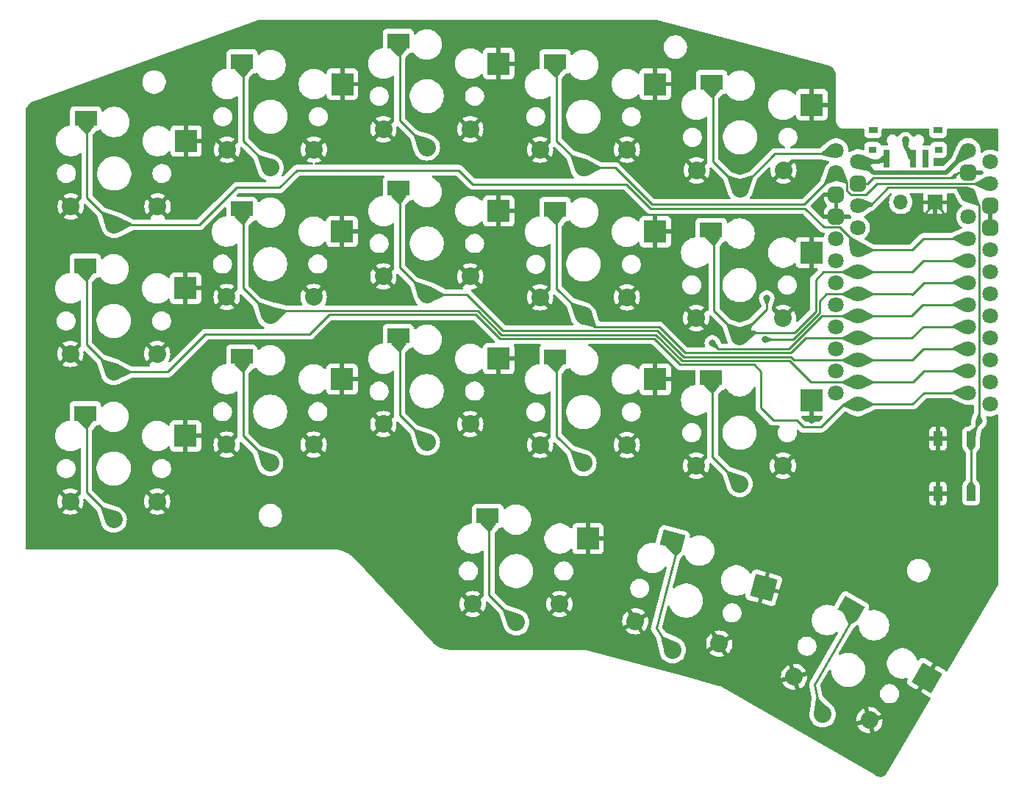
<source format=gbr>
%TF.GenerationSoftware,KiCad,Pcbnew,8.0.6*%
%TF.CreationDate,2024-10-29T20:21:37+07:00*%
%TF.ProjectId,chocowi36,63686f63-6f77-4693-9336-2e6b69636164,rev?*%
%TF.SameCoordinates,Original*%
%TF.FileFunction,Copper,L2,Bot*%
%TF.FilePolarity,Positive*%
%FSLAX46Y46*%
G04 Gerber Fmt 4.6, Leading zero omitted, Abs format (unit mm)*
G04 Created by KiCad (PCBNEW 8.0.6) date 2024-10-29 20:21:37*
%MOMM*%
%LPD*%
G01*
G04 APERTURE LIST*
G04 Aperture macros list*
%AMRoundRect*
0 Rectangle with rounded corners*
0 $1 Rounding radius*
0 $2 $3 $4 $5 $6 $7 $8 $9 X,Y pos of 4 corners*
0 Add a 4 corners polygon primitive as box body*
4,1,4,$2,$3,$4,$5,$6,$7,$8,$9,$2,$3,0*
0 Add four circle primitives for the rounded corners*
1,1,$1+$1,$2,$3*
1,1,$1+$1,$4,$5*
1,1,$1+$1,$6,$7*
1,1,$1+$1,$8,$9*
0 Add four rect primitives between the rounded corners*
20,1,$1+$1,$2,$3,$4,$5,0*
20,1,$1+$1,$4,$5,$6,$7,0*
20,1,$1+$1,$6,$7,$8,$9,0*
20,1,$1+$1,$8,$9,$2,$3,0*%
%AMRotRect*
0 Rectangle, with rotation*
0 The origin of the aperture is its center*
0 $1 length*
0 $2 width*
0 $3 Rotation angle, in degrees counterclockwise*
0 Add horizontal line*
21,1,$1,$2,0,0,$3*%
G04 Aperture macros list end*
%TA.AperFunction,SMDPad,CuDef*%
%ADD10R,0.800000X2.000000*%
%TD*%
%TA.AperFunction,SMDPad,CuDef*%
%ADD11R,0.900000X0.800000*%
%TD*%
%TA.AperFunction,SMDPad,CuDef*%
%ADD12R,1.000000X0.800000*%
%TD*%
%TA.AperFunction,SMDPad,CuDef*%
%ADD13R,2.600000X1.800000*%
%TD*%
%TA.AperFunction,ComponentPad*%
%ADD14C,2.032000*%
%TD*%
%TA.AperFunction,SMDPad,CuDef*%
%ADD15R,2.600000X2.600000*%
%TD*%
%TA.AperFunction,SMDPad,CuDef*%
%ADD16RotRect,2.600000X1.800000X345.000000*%
%TD*%
%TA.AperFunction,SMDPad,CuDef*%
%ADD17RotRect,2.600000X2.600000X345.000000*%
%TD*%
%TA.AperFunction,SMDPad,CuDef*%
%ADD18RotRect,2.600000X1.800000X330.000000*%
%TD*%
%TA.AperFunction,SMDPad,CuDef*%
%ADD19RotRect,2.600000X2.600000X330.000000*%
%TD*%
%TA.AperFunction,ComponentPad*%
%ADD20C,1.800000*%
%TD*%
%TA.AperFunction,ComponentPad*%
%ADD21RoundRect,0.450000X-0.450000X-0.450000X0.450000X-0.450000X0.450000X0.450000X-0.450000X0.450000X0*%
%TD*%
%TA.AperFunction,ComponentPad*%
%ADD22O,1.700000X1.700000*%
%TD*%
%TA.AperFunction,ComponentPad*%
%ADD23R,1.700000X1.700000*%
%TD*%
%TA.AperFunction,ComponentPad*%
%ADD24RoundRect,0.450000X0.450000X0.450000X-0.450000X0.450000X-0.450000X-0.450000X0.450000X-0.450000X0*%
%TD*%
%TA.AperFunction,SMDPad,CuDef*%
%ADD25R,1.000000X1.700000*%
%TD*%
%TA.AperFunction,ViaPad*%
%ADD26C,0.800000*%
%TD*%
%TA.AperFunction,Conductor*%
%ADD27C,0.250000*%
%TD*%
%TA.AperFunction,Conductor*%
%ADD28C,0.500000*%
%TD*%
G04 APERTURE END LIST*
D10*
%TO.P,SW_POWER2,1,1*%
%TO.N,unconnected-(SW_POWER2-Pad1)*%
X179373000Y-63825001D03*
%TO.P,SW_POWER2,2,2*%
%TO.N,+BATT*%
X174873000Y-63825001D03*
%TO.P,SW_POWER2,COM,COM*%
%TO.N,Net-(BT1-+)*%
X177873000Y-63825001D03*
D11*
%TO.P,SW_POWER2,GND*%
%TO.N,N/C*%
X173250000Y-62850001D03*
D12*
X173300000Y-60600000D03*
X180800000Y-60600000D03*
D11*
X180850000Y-62850001D03*
%TD*%
D13*
%TO.P,SW2,1,1*%
%TO.N,Switch2*%
X82635000Y-59230000D03*
D14*
X85910000Y-71480000D03*
%TO.P,SW2,2,2*%
%TO.N,gnd*%
X80910000Y-69380000D03*
X90910000Y-69380000D03*
D15*
X94185000Y-61830000D03*
%TD*%
D13*
%TO.P,SW3,1,1*%
%TO.N,Switch3*%
X100635000Y-52670000D03*
D14*
X103910000Y-64920000D03*
%TO.P,SW3,2,2*%
%TO.N,gnd*%
X98910000Y-62820000D03*
X108910000Y-62820000D03*
D15*
X112185000Y-55270000D03*
%TD*%
D13*
%TO.P,SW4,1,1*%
%TO.N,Switch4*%
X118635000Y-50310000D03*
D14*
X121910000Y-62560000D03*
%TO.P,SW4,2,2*%
%TO.N,gnd*%
X116910000Y-60460000D03*
X126910000Y-60460000D03*
D15*
X130185000Y-52910000D03*
%TD*%
D13*
%TO.P,SW5,1,1*%
%TO.N,Switch5*%
X136679000Y-52670000D03*
D14*
X139954000Y-64920000D03*
%TO.P,SW5,2,2*%
%TO.N,gnd*%
X134954000Y-62820000D03*
X144954000Y-62820000D03*
D15*
X148229000Y-55270000D03*
%TD*%
D13*
%TO.P,SW6,1,1*%
%TO.N,Switch6*%
X154713000Y-55050000D03*
D14*
X157988000Y-67300000D03*
%TO.P,SW6,2,2*%
%TO.N,gnd*%
X152988000Y-65200000D03*
X162988000Y-65200000D03*
D15*
X166263000Y-57650000D03*
%TD*%
D13*
%TO.P,SW8,1,1*%
%TO.N,Switch8*%
X82577000Y-76200000D03*
D14*
X85852000Y-88450000D03*
%TO.P,SW8,2,2*%
%TO.N,gnd*%
X80852000Y-86350000D03*
X90852000Y-86350000D03*
D15*
X94127000Y-78800000D03*
%TD*%
D13*
%TO.P,SW9,1,1*%
%TO.N,Switch9*%
X100595000Y-69660000D03*
D14*
X103870000Y-81910000D03*
%TO.P,SW9,2,2*%
%TO.N,gnd*%
X98870000Y-79810000D03*
X108870000Y-79810000D03*
D15*
X112145000Y-72260000D03*
%TD*%
D13*
%TO.P,SW10,1,1*%
%TO.N,Switch10*%
X118635000Y-67290000D03*
D14*
X121910000Y-79540000D03*
%TO.P,SW10,2,2*%
%TO.N,gnd*%
X116910000Y-77440000D03*
X126910000Y-77440000D03*
D15*
X130185000Y-69890000D03*
%TD*%
D13*
%TO.P,SW11,1,1*%
%TO.N,Switch11*%
X136679000Y-69682000D03*
D14*
X139954000Y-81932000D03*
%TO.P,SW11,2,2*%
%TO.N,gnd*%
X134954000Y-79832000D03*
X144954000Y-79832000D03*
D15*
X148229000Y-72282000D03*
%TD*%
D13*
%TO.P,SW12,1,1*%
%TO.N,Switch12*%
X154665000Y-72090000D03*
D14*
X157940000Y-84340000D03*
%TO.P,SW12,2,2*%
%TO.N,gnd*%
X152940000Y-82240000D03*
X162940000Y-82240000D03*
D15*
X166215000Y-74690000D03*
%TD*%
D13*
%TO.P,SW14,1,1*%
%TO.N,Switch14*%
X82577000Y-93218000D03*
D14*
X85852000Y-105468000D03*
%TO.P,SW14,2,2*%
%TO.N,gnd*%
X80852000Y-103368000D03*
X90852000Y-103368000D03*
D15*
X94127000Y-95818000D03*
%TD*%
D13*
%TO.P,SW15,1,1*%
%TO.N,Switch15*%
X100595000Y-86678000D03*
D14*
X103870000Y-98928000D03*
%TO.P,SW15,2,2*%
%TO.N,gnd*%
X98870000Y-96828000D03*
X108870000Y-96828000D03*
D15*
X112145000Y-89278000D03*
%TD*%
D13*
%TO.P,SW16,1,1*%
%TO.N,Switch16*%
X118635000Y-84308000D03*
D14*
X121910000Y-96558000D03*
%TO.P,SW16,2,2*%
%TO.N,gnd*%
X116910000Y-94458000D03*
X126910000Y-94458000D03*
D15*
X130185000Y-86908000D03*
%TD*%
D13*
%TO.P,SW17,1,1*%
%TO.N,Switch17*%
X136679000Y-86700000D03*
D14*
X139954000Y-98950000D03*
%TO.P,SW17,2,2*%
%TO.N,gnd*%
X134954000Y-96850000D03*
X144954000Y-96850000D03*
D15*
X148229000Y-89300000D03*
%TD*%
D13*
%TO.P,SW18,1,1*%
%TO.N,Switch18*%
X154665000Y-89108000D03*
D14*
X157940000Y-101358000D03*
%TO.P,SW18,2,2*%
%TO.N,gnd*%
X152940000Y-99258000D03*
X162940000Y-99258000D03*
D15*
X166215000Y-91708000D03*
%TD*%
D16*
%TO.P,SW20,1,1*%
%TO.N,Switch20*%
X150233994Y-107819739D03*
D14*
X150226868Y-120499962D03*
%TO.P,SW20,2,2*%
%TO.N,gnd*%
X145940758Y-117177423D03*
X155600017Y-119765613D03*
D17*
X160717508Y-113320506D03*
%TD*%
D18*
%TO.P,SW21,1,1*%
%TO.N,Switch21*%
X170788767Y-115653738D03*
D14*
X167500000Y-127900049D03*
%TO.P,SW21,2,2*%
%TO.N,gnd*%
X164219873Y-123581398D03*
X172880127Y-128581397D03*
D19*
X179491360Y-123680405D03*
%TD*%
D20*
%TO.P,U2,1,P0.06*%
%TO.N,Switch6*%
X186790000Y-64210000D03*
%TO.P,U2,2,P0.08*%
%TO.N,Switch5*%
X186790000Y-66750000D03*
D21*
%TO.P,U2,3,GND*%
%TO.N,gnd*%
X186790000Y-69290000D03*
%TO.P,U2,4,GND*%
X186790000Y-71830000D03*
D20*
%TO.P,U2,5,P0.17*%
%TO.N,Switch14*%
X186790000Y-74370000D03*
%TO.P,U2,6,P0.20*%
%TO.N,Switch15*%
X186790000Y-76910000D03*
%TO.P,U2,7,P0.22*%
%TO.N,Switch16*%
X186790000Y-79450000D03*
%TO.P,U2,8,P0.24*%
%TO.N,Switch17*%
X186790000Y-81990000D03*
%TO.P,U2,9,P1.00*%
%TO.N,Switch18*%
X186790000Y-84530000D03*
%TO.P,U2,10,P0.11*%
%TO.N,Switch19*%
X186790000Y-87070000D03*
%TO.P,U2,11,P1.04-LF*%
%TO.N,Switch20*%
X186790000Y-89610000D03*
%TO.P,U2,12,P1.06-LF*%
%TO.N,Switch21*%
X186790000Y-92150000D03*
%TO.P,U2,13,P0.09-LF*%
%TO.N,Switch8*%
X171550000Y-92150000D03*
%TO.P,U2,14,P0.10-LF*%
%TO.N,Switch9*%
X171550000Y-89610000D03*
%TO.P,U2,15,P1.11-LF*%
%TO.N,Switch10*%
X171550000Y-87070000D03*
%TO.P,U2,16,P1.13-LF*%
%TO.N,Switch11*%
X171550000Y-84530000D03*
%TO.P,U2,17,P1.15-LF*%
%TO.N,Switch3*%
X171550000Y-81990000D03*
%TO.P,U2,18,P0.02-LF*%
%TO.N,Switch4*%
X171550000Y-79450000D03*
%TO.P,U2,19,P0.29-LF*%
%TO.N,Switch12*%
X171550000Y-76910000D03*
%TO.P,U2,20,P0.31-LF*%
%TO.N,Switch2*%
X171550000Y-74370000D03*
%TO.P,U2,21,3V3*%
%TO.N,unconnected-(U2-3V3-Pad21)*%
X171550000Y-71830000D03*
%TO.P,U2,22,RST*%
%TO.N,reset*%
X171550000Y-69290000D03*
D21*
%TO.P,U2,23,GND*%
%TO.N,gnd*%
X171550000Y-66750000D03*
D20*
%TO.P,U2,24,BAT+*%
%TO.N,+BATT*%
X171570000Y-64180000D03*
%TD*%
D13*
%TO.P,SW19,1,1*%
%TO.N,Switch19*%
X128925000Y-105050000D03*
D14*
X132200000Y-117300000D03*
%TO.P,SW19,2,2*%
%TO.N,gnd*%
X127200000Y-115200000D03*
X137200000Y-115200000D03*
D15*
X140475000Y-107650000D03*
%TD*%
D22*
%TO.P,BT1,1,+*%
%TO.N,Net-(BT1-+)*%
X176500000Y-68900000D03*
D23*
%TO.P,BT1,2,-*%
%TO.N,gnd*%
X180470000Y-68900000D03*
%TD*%
D20*
%TO.P,U1,1,P0.06*%
%TO.N,Switch6*%
X169060000Y-62920000D03*
%TO.P,U1,2,P0.08*%
%TO.N,Switch5*%
X169060000Y-65460000D03*
D24*
%TO.P,U1,3,GND*%
%TO.N,gnd*%
X169060000Y-68000000D03*
%TO.P,U1,4,GND*%
X169060000Y-70540000D03*
D20*
%TO.P,U1,5,P0.17*%
%TO.N,Switch14*%
X169060000Y-73080000D03*
%TO.P,U1,6,P0.20*%
%TO.N,Switch15*%
X169060000Y-75620000D03*
%TO.P,U1,7,P0.22*%
%TO.N,Switch16*%
X169060000Y-78160000D03*
%TO.P,U1,8,P0.24*%
%TO.N,Switch17*%
X169060000Y-80700000D03*
%TO.P,U1,9,P1.00*%
%TO.N,Switch18*%
X169060000Y-83240000D03*
%TO.P,U1,10,P0.11*%
%TO.N,Switch19*%
X169060000Y-85780000D03*
%TO.P,U1,11,P1.04-LF*%
%TO.N,Switch20*%
X169060000Y-88320000D03*
%TO.P,U1,12,P1.06-LF*%
%TO.N,Switch21*%
X169060000Y-90860000D03*
%TO.P,U1,13,P0.09-LF*%
%TO.N,Switch8*%
X184300000Y-90860000D03*
%TO.P,U1,14,P0.10-LF*%
%TO.N,Switch9*%
X184300000Y-88320000D03*
%TO.P,U1,15,P1.11-LF*%
%TO.N,Switch10*%
X184300000Y-85780000D03*
%TO.P,U1,16,P1.13-LF*%
%TO.N,Switch11*%
X184300000Y-83240000D03*
%TO.P,U1,17,P1.15-LF*%
%TO.N,Switch3*%
X184300000Y-80700000D03*
%TO.P,U1,18,P0.02-LF*%
%TO.N,Switch4*%
X184300000Y-78160000D03*
%TO.P,U1,19,P0.29-LF*%
%TO.N,Switch12*%
X184300000Y-75620000D03*
%TO.P,U1,20,P0.31-LF*%
%TO.N,Switch2*%
X184300000Y-73080000D03*
%TO.P,U1,21,3V3*%
%TO.N,unconnected-(U1-3V3-Pad21)*%
X184300000Y-70540000D03*
%TO.P,U1,22,RST*%
%TO.N,reset*%
X184300000Y-68000000D03*
D24*
%TO.P,U1,23,GND*%
%TO.N,gnd*%
X184300000Y-65460000D03*
D20*
%TO.P,U1,24,BAT+*%
%TO.N,+BATT*%
X184280000Y-62890000D03*
%TD*%
D25*
%TO.P,SW_RST2,1,1*%
%TO.N,gnd*%
X180800000Y-96150001D03*
X180800000Y-102449999D03*
%TO.P,SW_RST2,2,2*%
%TO.N,reset*%
X184600000Y-96150001D03*
X184600000Y-102449999D03*
%TD*%
D26*
%TO.N,gnd*%
X173200000Y-70600000D03*
X182750000Y-71800000D03*
X166200000Y-94000000D03*
%TO.N,reset*%
X185525000Y-94100000D03*
%TO.N,Switch3*%
X154800000Y-85100000D03*
%TO.N,Switch4*%
X160900000Y-84700000D03*
%TO.N,Switch12*%
X161065000Y-79950000D03*
%TO.N,Net-(BT1-+)*%
X177050000Y-61700000D03*
%TD*%
D27*
%TO.N,gnd*%
X166215000Y-93985000D02*
X166215000Y-91708000D01*
X182500000Y-66100000D02*
X173300000Y-66100000D01*
X166200000Y-94000000D02*
X166215000Y-93985000D01*
X178900000Y-70600000D02*
X180470000Y-68900000D01*
X172650000Y-66750000D02*
X171550000Y-66750000D01*
X186790000Y-69290000D02*
X186790000Y-68602400D01*
X184300000Y-65460000D02*
X183150000Y-65450000D01*
X173300000Y-66100000D02*
X172650000Y-66750000D01*
X186790000Y-69410000D02*
X186790000Y-69290000D01*
X173200000Y-70600000D02*
X178900000Y-70600000D01*
X182750000Y-71800000D02*
X180470000Y-68900000D01*
X183150000Y-65450000D02*
X182500000Y-66100000D01*
%TO.N,Switch18*%
X154815000Y-98233000D02*
X157940000Y-101358000D01*
X154815000Y-89258000D02*
X154815000Y-98233000D01*
X154665000Y-89108000D02*
X154815000Y-89258000D01*
%TO.N,reset*%
X185525000Y-94100000D02*
X185525000Y-69225000D01*
X185525000Y-94100000D02*
X184600000Y-96150000D01*
X184600000Y-102449999D02*
X184600000Y-96150001D01*
X172960000Y-69290000D02*
X175050000Y-67200000D01*
X175050000Y-67200000D02*
X183740000Y-67200000D01*
X183740000Y-67200000D02*
X184540000Y-68000000D01*
X171550000Y-69290000D02*
X172960000Y-69290000D01*
X185525000Y-69225000D02*
X184300000Y-68000000D01*
%TO.N,Switch2*%
X177830000Y-74370000D02*
X171550000Y-74370000D01*
X95700000Y-71480000D02*
X99980000Y-67200000D01*
X82785000Y-59380000D02*
X82785000Y-68355000D01*
X169477000Y-71765000D02*
X171550000Y-73837600D01*
X125600000Y-65200000D02*
X127200000Y-66800000D01*
X99980000Y-67200000D02*
X104950000Y-67200000D01*
X106950000Y-65200000D02*
X125600000Y-65200000D01*
X104950000Y-67200000D02*
X106950000Y-65200000D01*
X82635000Y-59230000D02*
X82785000Y-59380000D01*
X82785000Y-68355000D02*
X85910000Y-71480000D01*
X171550000Y-73837600D02*
X171550000Y-74370000D01*
X144900000Y-66800000D02*
X147700000Y-69600000D01*
X147700000Y-69600000D02*
X165500000Y-69600000D01*
X85910000Y-71480000D02*
X95700000Y-71480000D01*
X165500000Y-69600000D02*
X167665000Y-71765000D01*
X167665000Y-71765000D02*
X169477000Y-71765000D01*
X184300000Y-73080000D02*
X179120000Y-73080000D01*
X127200000Y-66800000D02*
X144900000Y-66800000D01*
X179120000Y-73080000D02*
X177830000Y-74370000D01*
X184540000Y-73080000D02*
X184300000Y-73080000D01*
%TO.N,Switch3*%
X179000000Y-80700000D02*
X177710000Y-81990000D01*
X100635000Y-52670000D02*
X100785000Y-52820000D01*
X155500000Y-85800000D02*
X163636000Y-85800000D01*
X177710000Y-81990000D02*
X171550000Y-81990000D01*
X154800000Y-85100000D02*
X155500000Y-85800000D01*
X100785000Y-61795000D02*
X103910000Y-64920000D01*
X167446000Y-81990000D02*
X171550000Y-81990000D01*
X184300000Y-80700000D02*
X179000000Y-80700000D01*
X163636000Y-85800000D02*
X167446000Y-81990000D01*
X100785000Y-52820000D02*
X100785000Y-61795000D01*
%TO.N,Switch4*%
X179140000Y-78160000D02*
X177800000Y-79500000D01*
X118635000Y-50310000D02*
X118785000Y-50460000D01*
X177750000Y-79450000D02*
X171550000Y-79450000D01*
X167150000Y-80250000D02*
X167150000Y-81650000D01*
X167950000Y-79450000D02*
X167150000Y-80250000D01*
X118785000Y-50460000D02*
X118785000Y-59435000D01*
X118785000Y-59435000D02*
X121910000Y-62560000D01*
X164100000Y-84700000D02*
X160900000Y-84700000D01*
X177800000Y-79500000D02*
X177750000Y-79450000D01*
X171550000Y-79450000D02*
X167950000Y-79450000D01*
X167150000Y-81650000D02*
X164100000Y-84700000D01*
X184300000Y-78160000D02*
X179140000Y-78160000D01*
%TO.N,Switch5*%
X136829000Y-52820000D02*
X136829000Y-61795000D01*
X170300000Y-67600000D02*
X170300000Y-66600000D01*
X165370000Y-69150000D02*
X169060000Y-65460000D01*
X172500000Y-68000000D02*
X170800000Y-68000000D01*
X143656000Y-64920000D02*
X147886000Y-69150000D01*
X173750000Y-66750000D02*
X172500000Y-68000000D01*
X170300000Y-66600000D02*
X169060000Y-65460000D01*
X186790000Y-66750000D02*
X173750000Y-66750000D01*
X136679000Y-52670000D02*
X136829000Y-52820000D01*
X170800000Y-68000000D02*
X170300000Y-67600000D01*
X136829000Y-61795000D02*
X139954000Y-64920000D01*
X139954000Y-64920000D02*
X143656000Y-64920000D01*
X147886000Y-69150000D02*
X165370000Y-69150000D01*
%TO.N,Switch6*%
X161988000Y-63300000D02*
X168680000Y-63300000D01*
X157988000Y-67300000D02*
X161988000Y-63300000D01*
X168680000Y-63300000D02*
X169060000Y-62920000D01*
X154713000Y-55050000D02*
X154863000Y-55200000D01*
X154863000Y-55200000D02*
X154863000Y-64175000D01*
X154863000Y-64175000D02*
X157988000Y-67300000D01*
%TO.N,Switch8*%
X151100000Y-87600000D02*
X159600000Y-87600000D01*
X160400000Y-92600000D02*
X161800000Y-94000000D01*
X159600000Y-87600000D02*
X160400000Y-88400000D01*
X92061500Y-88450000D02*
X96411500Y-84100000D01*
X85852000Y-88450000D02*
X92061500Y-88450000D01*
X161800000Y-94000000D02*
X164500000Y-94000000D01*
X108400000Y-84100000D02*
X110650000Y-81850000D01*
X82577000Y-76200000D02*
X82727000Y-76350000D01*
X167300000Y-94800000D02*
X169950000Y-92150000D01*
X82727000Y-76350000D02*
X82727000Y-85325000D01*
X184300000Y-90860000D02*
X179140000Y-90860000D01*
X110650000Y-81850000D02*
X127560000Y-81850000D01*
X82727000Y-85325000D02*
X85852000Y-88450000D01*
X169950000Y-92150000D02*
X171550000Y-92150000D01*
X127560000Y-81850000D02*
X130310000Y-84600000D01*
X177850000Y-92150000D02*
X171550000Y-92150000D01*
X96411500Y-84100000D02*
X108400000Y-84100000D01*
X164500000Y-94000000D02*
X165300000Y-94800000D01*
X179140000Y-90860000D02*
X177850000Y-92150000D01*
X130310000Y-84600000D02*
X148100000Y-84600000D01*
X148100000Y-84600000D02*
X151100000Y-87600000D01*
X165300000Y-94800000D02*
X167300000Y-94800000D01*
X160400000Y-88400000D02*
X160400000Y-92600000D01*
%TO.N,Switch9*%
X179180000Y-88320000D02*
X177890000Y-89610000D01*
X166110000Y-89610000D02*
X171550000Y-89610000D01*
X130496000Y-84150000D02*
X148286000Y-84150000D01*
X100595000Y-69660000D02*
X100745000Y-69810000D01*
X104380000Y-81400000D02*
X127746000Y-81400000D01*
X151286000Y-87150000D02*
X163650000Y-87150000D01*
X148286000Y-84150000D02*
X151286000Y-87150000D01*
X100745000Y-69810000D02*
X100745000Y-78785000D01*
X163650000Y-87150000D02*
X166110000Y-89610000D01*
X184300000Y-88320000D02*
X179180000Y-88320000D01*
X177890000Y-89610000D02*
X171550000Y-89610000D01*
X100745000Y-78785000D02*
X103870000Y-81910000D01*
X103870000Y-81910000D02*
X104380000Y-81400000D01*
X127746000Y-81400000D02*
X130496000Y-84150000D01*
%TO.N,Switch10*%
X184300000Y-85780000D02*
X179120000Y-85780000D01*
X118785000Y-67440000D02*
X118785000Y-76415000D01*
X121910000Y-79540000D02*
X126523000Y-79540000D01*
X151473000Y-86700000D02*
X163836000Y-86700000D01*
X177830000Y-87070000D02*
X171550000Y-87070000D01*
X179120000Y-85780000D02*
X177830000Y-87070000D01*
X171530000Y-87090000D02*
X171550000Y-87070000D01*
X118635000Y-67290000D02*
X118785000Y-67440000D01*
X126523000Y-79540000D02*
X130683000Y-83700000D01*
X164226000Y-87090000D02*
X171530000Y-87090000D01*
X163836000Y-86700000D02*
X164226000Y-87090000D01*
X148473000Y-83700000D02*
X151473000Y-86700000D01*
X130683000Y-83700000D02*
X148473000Y-83700000D01*
X118785000Y-76415000D02*
X121910000Y-79540000D01*
%TO.N,Switch11*%
X136829000Y-78807000D02*
X139954000Y-81932000D01*
X165570000Y-84530000D02*
X171550000Y-84530000D01*
X177770000Y-84530000D02*
X171550000Y-84530000D01*
X136679000Y-69682000D02*
X136829000Y-69832000D01*
X148659000Y-83250000D02*
X151659000Y-86250000D01*
X184300000Y-83240000D02*
X179060000Y-83240000D01*
X179060000Y-83240000D02*
X177770000Y-84530000D01*
X141272000Y-83250000D02*
X148659000Y-83250000D01*
X163850000Y-86250000D02*
X165570000Y-84530000D01*
X139954000Y-81932000D02*
X141272000Y-83250000D01*
X151659000Y-86250000D02*
X163850000Y-86250000D01*
X136829000Y-69832000D02*
X136829000Y-78807000D01*
%TO.N,Switch12*%
X158380000Y-83900000D02*
X164264000Y-83900000D01*
X161065000Y-81215000D02*
X161065000Y-79950000D01*
X184300000Y-75620000D02*
X179080000Y-75620000D01*
X155000000Y-72825000D02*
X155000000Y-81400000D01*
X155000000Y-81400000D02*
X157940000Y-84340000D01*
X154665000Y-72490000D02*
X155000000Y-72825000D01*
X166700000Y-81463600D02*
X166700000Y-77800000D01*
X179080000Y-75620000D02*
X177790000Y-76910000D01*
X167590000Y-76910000D02*
X171550000Y-76910000D01*
X164264000Y-83900000D02*
X166700000Y-81463600D01*
X177790000Y-76910000D02*
X171550000Y-76910000D01*
X157940000Y-84340000D02*
X161065000Y-81215000D01*
X157940000Y-84340000D02*
X158380000Y-83900000D01*
X166700000Y-77800000D02*
X167590000Y-76910000D01*
%TO.N,Switch14*%
X82577000Y-93218000D02*
X82727000Y-93368000D01*
X82727000Y-102343000D02*
X85852000Y-105468000D01*
X82727000Y-93368000D02*
X82727000Y-102343000D01*
%TO.N,Switch15*%
X100745000Y-95803000D02*
X103870000Y-98928000D01*
X100595000Y-86678000D02*
X100745000Y-86828000D01*
X100745000Y-86828000D02*
X100745000Y-95803000D01*
%TO.N,Switch16*%
X118635000Y-84308000D02*
X118785000Y-84458000D01*
X118785000Y-84458000D02*
X118785000Y-93433000D01*
X118785000Y-93433000D02*
X121910000Y-96558000D01*
%TO.N,Switch17*%
X136679000Y-86700000D02*
X136829000Y-86850000D01*
X136829000Y-86850000D02*
X136829000Y-95825000D01*
X136829000Y-95825000D02*
X139954000Y-98950000D01*
D28*
%TO.N,Net-(BT1-+)*%
X177873000Y-63800000D02*
X177050000Y-62500000D01*
X177050000Y-62500000D02*
X177050000Y-61700000D01*
%TO.N,+BATT*%
X173350000Y-65450000D02*
X181720000Y-65450000D01*
X173950000Y-64200000D02*
X171570000Y-64180000D01*
X172080000Y-64180000D02*
X173350000Y-65450000D01*
X171570000Y-64180000D02*
X172080000Y-64180000D01*
X174873000Y-63800000D02*
X173950000Y-64200000D01*
X181720000Y-65450000D02*
X184280000Y-62890000D01*
D27*
%TO.N,Switch19*%
X129875000Y-105106400D02*
X129875000Y-105090000D01*
X129075000Y-105200000D02*
X129075000Y-114175000D01*
X129725000Y-104940000D02*
X129875000Y-105090000D01*
X129075000Y-114175000D02*
X132200000Y-117300000D01*
X129036200Y-105945200D02*
X129875000Y-105106400D01*
%TO.N,Switch20*%
X148350000Y-118000000D02*
X149910000Y-120360000D01*
X149917000Y-107680000D02*
X150650000Y-109200000D01*
X150650000Y-109200000D02*
X148350000Y-118000000D01*
%TO.N,Switch21*%
X166600000Y-124450000D02*
X167220000Y-127670000D01*
X170509000Y-115424000D02*
X170800000Y-117150000D01*
X170800000Y-117150000D02*
X166600000Y-124450000D01*
%TD*%
%TA.AperFunction,Conductor*%
%TO.N,gnd*%
G36*
X148350425Y-47844692D02*
G01*
X168173424Y-53111578D01*
X168183771Y-53114818D01*
X168343252Y-53172544D01*
X168361621Y-53180942D01*
X168505596Y-53261555D01*
X168522360Y-53272829D01*
X168651328Y-53375753D01*
X168666042Y-53389601D01*
X168776577Y-53512099D01*
X168788846Y-53528154D01*
X168878022Y-53666983D01*
X168887520Y-53684814D01*
X168952967Y-53836291D01*
X168959441Y-53855425D01*
X168999413Y-54015507D01*
X169002695Y-54035443D01*
X169016536Y-54204744D01*
X169016947Y-54215243D01*
X169000497Y-59382807D01*
X169000470Y-59385035D01*
X168998750Y-59466294D01*
X168998750Y-59466295D01*
X169024458Y-59633864D01*
X169024924Y-59636899D01*
X169030334Y-59652984D01*
X169066166Y-59759522D01*
X169079947Y-59800494D01*
X169162191Y-59952241D01*
X169269224Y-60087648D01*
X169269226Y-60087650D01*
X169269228Y-60087652D01*
X169397871Y-60202704D01*
X169397879Y-60202711D01*
X169544340Y-60294018D01*
X169544346Y-60294020D01*
X169544347Y-60294021D01*
X169704298Y-60358882D01*
X169872997Y-60395371D01*
X169890200Y-60396053D01*
X169905655Y-60398401D01*
X169905689Y-60398147D01*
X169913748Y-60399208D01*
X169913751Y-60399208D01*
X169966890Y-60399208D01*
X169971946Y-60399311D01*
X169973184Y-60399361D01*
X170025067Y-60401479D01*
X170025071Y-60401477D01*
X170025072Y-60401478D01*
X170033165Y-60400748D01*
X170033183Y-60400955D01*
X170048934Y-60399208D01*
X172175500Y-60399208D01*
X172242539Y-60418893D01*
X172288294Y-60471697D01*
X172299500Y-60523208D01*
X172299500Y-61047870D01*
X172299501Y-61047876D01*
X172305908Y-61107483D01*
X172356202Y-61242328D01*
X172356206Y-61242335D01*
X172442452Y-61357544D01*
X172442455Y-61357547D01*
X172557664Y-61443793D01*
X172557671Y-61443797D01*
X172692517Y-61494091D01*
X172692516Y-61494091D01*
X172699444Y-61494835D01*
X172752127Y-61500500D01*
X173847872Y-61500499D01*
X173907483Y-61494091D01*
X174042331Y-61443796D01*
X174157546Y-61357546D01*
X174243796Y-61242331D01*
X174294091Y-61107483D01*
X174300500Y-61047873D01*
X174300499Y-60523207D01*
X174320183Y-60456169D01*
X174372987Y-60410414D01*
X174424499Y-60399208D01*
X179675500Y-60399208D01*
X179742539Y-60418893D01*
X179788294Y-60471697D01*
X179799500Y-60523208D01*
X179799500Y-61047870D01*
X179799501Y-61047876D01*
X179805908Y-61107483D01*
X179856202Y-61242328D01*
X179856206Y-61242335D01*
X179942452Y-61357544D01*
X179942455Y-61357547D01*
X180057664Y-61443793D01*
X180057671Y-61443797D01*
X180192517Y-61494091D01*
X180192516Y-61494091D01*
X180199444Y-61494835D01*
X180252127Y-61500500D01*
X181347872Y-61500499D01*
X181407483Y-61494091D01*
X181542331Y-61443796D01*
X181657546Y-61357546D01*
X181743796Y-61242331D01*
X181794091Y-61107483D01*
X181800500Y-61047873D01*
X181800499Y-60523207D01*
X181820183Y-60456169D01*
X181872987Y-60410414D01*
X181924499Y-60399208D01*
X187604615Y-60399208D01*
X187671654Y-60418893D01*
X187714019Y-60464842D01*
X187720457Y-60476909D01*
X187720526Y-60477038D01*
X187733473Y-60515258D01*
X187737849Y-60541837D01*
X187739496Y-60562018D01*
X187738799Y-62922972D01*
X187719095Y-62990005D01*
X187666277Y-63035745D01*
X187597116Y-63045668D01*
X187555782Y-63031990D01*
X187354509Y-62923067D01*
X187354506Y-62923066D01*
X187354503Y-62923064D01*
X187354497Y-62923062D01*
X187354495Y-62923061D01*
X187134984Y-62847702D01*
X186955201Y-62817702D01*
X186906049Y-62809500D01*
X186673951Y-62809500D01*
X186646145Y-62814140D01*
X186445015Y-62847702D01*
X186225504Y-62923061D01*
X186225495Y-62923064D01*
X186021372Y-63033531D01*
X185872501Y-63149402D01*
X185807507Y-63175044D01*
X185738967Y-63161477D01*
X185688642Y-63113009D01*
X185672511Y-63045027D01*
X185672763Y-63041308D01*
X185685300Y-62890006D01*
X185685300Y-62889993D01*
X185666135Y-62658702D01*
X185666133Y-62658691D01*
X185609157Y-62433699D01*
X185515924Y-62221151D01*
X185388983Y-62026852D01*
X185388980Y-62026849D01*
X185388979Y-62026847D01*
X185231784Y-61856087D01*
X185231779Y-61856083D01*
X185231777Y-61856081D01*
X185048634Y-61713535D01*
X185048628Y-61713531D01*
X184844504Y-61603064D01*
X184844495Y-61603061D01*
X184624984Y-61527702D01*
X184423561Y-61494091D01*
X184396049Y-61489500D01*
X184163951Y-61489500D01*
X184136439Y-61494091D01*
X183935015Y-61527702D01*
X183715504Y-61603061D01*
X183715495Y-61603064D01*
X183511371Y-61713531D01*
X183511365Y-61713535D01*
X183328222Y-61856081D01*
X183328219Y-61856084D01*
X183328216Y-61856086D01*
X183328216Y-61856087D01*
X183274223Y-61914739D01*
X183171016Y-62026852D01*
X183044079Y-62221145D01*
X183044074Y-62221153D01*
X183001005Y-62319340D01*
X182993288Y-62334138D01*
X182979415Y-62356862D01*
X182477444Y-63526712D01*
X182477443Y-63526712D01*
X182408325Y-63687791D01*
X182382054Y-63726576D01*
X181445451Y-64663181D01*
X181384128Y-64696666D01*
X181357770Y-64699500D01*
X180397500Y-64699500D01*
X180330461Y-64679815D01*
X180284706Y-64627011D01*
X180273500Y-64575500D01*
X180273499Y-63874500D01*
X180293183Y-63807461D01*
X180345987Y-63761706D01*
X180397494Y-63750500D01*
X181347872Y-63750500D01*
X181407483Y-63744092D01*
X181542331Y-63693797D01*
X181657546Y-63607547D01*
X181743796Y-63492332D01*
X181794091Y-63357484D01*
X181800500Y-63297874D01*
X181800499Y-62402129D01*
X181794091Y-62342518D01*
X181793898Y-62342001D01*
X181743797Y-62207672D01*
X181743793Y-62207665D01*
X181657547Y-62092456D01*
X181657544Y-62092453D01*
X181542335Y-62006207D01*
X181542328Y-62006203D01*
X181407482Y-61955909D01*
X181407483Y-61955909D01*
X181347883Y-61949502D01*
X181347881Y-61949501D01*
X181347873Y-61949501D01*
X181347864Y-61949501D01*
X180352129Y-61949501D01*
X180352123Y-61949502D01*
X180292516Y-61955909D01*
X180157671Y-62006203D01*
X180157664Y-62006207D01*
X180042455Y-62092453D01*
X180042452Y-62092456D01*
X179956205Y-62207666D01*
X179942668Y-62243960D01*
X179900795Y-62299893D01*
X179835330Y-62324308D01*
X179824194Y-62324407D01*
X179824194Y-62324501D01*
X179163763Y-62324501D01*
X179096724Y-62304816D01*
X179050969Y-62252012D01*
X179041025Y-62182854D01*
X179060660Y-62131611D01*
X179126465Y-62033128D01*
X179175501Y-61914745D01*
X179185854Y-61862699D01*
X179200500Y-61789072D01*
X179200500Y-61660932D01*
X179200093Y-61658883D01*
X179200093Y-61658882D01*
X179175502Y-61535261D01*
X179175501Y-61535257D01*
X179175500Y-61535255D01*
X179126465Y-61416873D01*
X179126464Y-61416872D01*
X179126461Y-61416866D01*
X179055276Y-61310331D01*
X179055273Y-61310327D01*
X178964672Y-61219726D01*
X178964668Y-61219723D01*
X178858133Y-61148538D01*
X178858124Y-61148533D01*
X178739744Y-61099499D01*
X178739738Y-61099497D01*
X178614071Y-61074500D01*
X178614069Y-61074500D01*
X178485931Y-61074500D01*
X178485929Y-61074500D01*
X178360261Y-61099497D01*
X178360255Y-61099499D01*
X178241875Y-61148533D01*
X178241866Y-61148538D01*
X178135331Y-61219723D01*
X178044945Y-61310109D01*
X177983621Y-61343593D01*
X177913930Y-61338609D01*
X177857996Y-61296737D01*
X177849877Y-61284427D01*
X177825571Y-61242328D01*
X177782533Y-61167784D01*
X177655871Y-61027112D01*
X177655870Y-61027111D01*
X177502734Y-60915851D01*
X177502729Y-60915848D01*
X177329807Y-60838857D01*
X177329802Y-60838855D01*
X177184001Y-60807865D01*
X177144646Y-60799500D01*
X176955354Y-60799500D01*
X176922897Y-60806398D01*
X176770197Y-60838855D01*
X176770192Y-60838857D01*
X176597270Y-60915848D01*
X176597265Y-60915851D01*
X176444129Y-61027111D01*
X176317467Y-61167783D01*
X176250122Y-61284428D01*
X176199555Y-61332643D01*
X176130947Y-61345865D01*
X176066083Y-61319897D01*
X176055054Y-61310108D01*
X175964672Y-61219726D01*
X175964668Y-61219723D01*
X175858133Y-61148538D01*
X175858124Y-61148533D01*
X175739744Y-61099499D01*
X175739738Y-61099497D01*
X175614071Y-61074500D01*
X175614069Y-61074500D01*
X175485931Y-61074500D01*
X175485929Y-61074500D01*
X175360261Y-61099497D01*
X175360255Y-61099499D01*
X175241875Y-61148533D01*
X175241866Y-61148538D01*
X175135331Y-61219723D01*
X175135327Y-61219726D01*
X175044726Y-61310327D01*
X175044723Y-61310331D01*
X174973538Y-61416866D01*
X174973533Y-61416875D01*
X174924499Y-61535255D01*
X174924497Y-61535263D01*
X174899907Y-61658885D01*
X174899905Y-61658897D01*
X174899903Y-61658908D01*
X174899500Y-61660932D01*
X174899500Y-61789070D01*
X174899500Y-61789072D01*
X174899499Y-61789072D01*
X174924497Y-61914739D01*
X174924499Y-61914745D01*
X174973533Y-62033125D01*
X174973538Y-62033134D01*
X175039338Y-62131610D01*
X175060216Y-62198288D01*
X175041731Y-62265668D01*
X174989753Y-62312358D01*
X174936236Y-62324501D01*
X174425129Y-62324501D01*
X174425123Y-62324502D01*
X174365517Y-62330909D01*
X174327405Y-62345124D01*
X174257713Y-62350107D01*
X174196391Y-62316620D01*
X174167892Y-62272274D01*
X174143797Y-62207672D01*
X174143793Y-62207665D01*
X174057547Y-62092456D01*
X174057544Y-62092453D01*
X173942335Y-62006207D01*
X173942328Y-62006203D01*
X173807482Y-61955909D01*
X173807483Y-61955909D01*
X173747883Y-61949502D01*
X173747881Y-61949501D01*
X173747873Y-61949501D01*
X173747864Y-61949501D01*
X172752129Y-61949501D01*
X172752123Y-61949502D01*
X172692516Y-61955909D01*
X172557671Y-62006203D01*
X172557664Y-62006207D01*
X172442455Y-62092453D01*
X172442452Y-62092456D01*
X172356206Y-62207665D01*
X172356202Y-62207672D01*
X172305908Y-62342518D01*
X172300386Y-62393887D01*
X172299501Y-62402124D01*
X172299500Y-62402136D01*
X172299500Y-62775191D01*
X172279815Y-62842230D01*
X172227011Y-62887985D01*
X172157853Y-62897929D01*
X172128489Y-62889934D01*
X172116835Y-62885159D01*
X172066898Y-62867692D01*
X172066897Y-62867691D01*
X172066895Y-62867691D01*
X172066892Y-62867690D01*
X172061015Y-62866259D01*
X172061030Y-62866193D01*
X172044998Y-62862336D01*
X171914984Y-62817702D01*
X171743282Y-62789050D01*
X171686049Y-62779500D01*
X171453951Y-62779500D01*
X171408164Y-62787140D01*
X171225015Y-62817702D01*
X171005504Y-62893061D01*
X171005495Y-62893064D01*
X170801372Y-63003531D01*
X170657815Y-63115265D01*
X170592821Y-63140907D01*
X170524281Y-63127340D01*
X170473956Y-63078872D01*
X170457825Y-63010890D01*
X170458077Y-63007171D01*
X170465300Y-62920005D01*
X170465300Y-62919993D01*
X170446135Y-62688702D01*
X170446133Y-62688691D01*
X170389157Y-62463699D01*
X170295924Y-62251151D01*
X170168983Y-62056852D01*
X170168980Y-62056849D01*
X170168979Y-62056847D01*
X170011784Y-61886087D01*
X170011779Y-61886083D01*
X170011777Y-61886081D01*
X169828634Y-61743535D01*
X169828628Y-61743531D01*
X169624504Y-61633064D01*
X169624495Y-61633061D01*
X169404984Y-61557702D01*
X169225201Y-61527702D01*
X169176049Y-61519500D01*
X168943951Y-61519500D01*
X168898164Y-61527140D01*
X168715015Y-61557702D01*
X168495504Y-61633061D01*
X168495495Y-61633064D01*
X168291372Y-61743531D01*
X168108216Y-61886086D01*
X168108205Y-61886097D01*
X168104596Y-61890017D01*
X168092686Y-61901344D01*
X167342087Y-62525885D01*
X167197945Y-62645819D01*
X167133821Y-62673566D01*
X167118634Y-62674500D01*
X163912605Y-62674500D01*
X163845566Y-62654815D01*
X163799811Y-62602011D01*
X163789867Y-62532853D01*
X163818892Y-62469297D01*
X163874287Y-62432569D01*
X163910788Y-62420709D01*
X163910791Y-62420708D01*
X163943994Y-62403790D01*
X164065260Y-62342002D01*
X164205514Y-62240101D01*
X164328101Y-62117514D01*
X164430002Y-61977260D01*
X164508708Y-61822791D01*
X164562280Y-61657912D01*
X164578152Y-61557702D01*
X164589400Y-61486687D01*
X164589400Y-61313312D01*
X164566350Y-61167785D01*
X164562280Y-61142088D01*
X164521255Y-61015825D01*
X164508709Y-60977211D01*
X164508708Y-60977208D01*
X164438214Y-60838857D01*
X164430002Y-60822740D01*
X164328101Y-60682486D01*
X164205514Y-60559899D01*
X164065260Y-60457998D01*
X163995841Y-60422627D01*
X163910791Y-60379291D01*
X163910788Y-60379290D01*
X163745913Y-60325720D01*
X163574687Y-60298600D01*
X163574682Y-60298600D01*
X163401318Y-60298600D01*
X163401313Y-60298600D01*
X163230086Y-60325720D01*
X163065211Y-60379290D01*
X163065208Y-60379291D01*
X162910739Y-60457998D01*
X162837678Y-60511081D01*
X162770486Y-60559899D01*
X162770484Y-60559901D01*
X162770483Y-60559901D01*
X162647901Y-60682483D01*
X162647901Y-60682484D01*
X162647899Y-60682486D01*
X162604136Y-60742719D01*
X162545998Y-60822739D01*
X162467291Y-60977208D01*
X162467290Y-60977211D01*
X162413720Y-61142086D01*
X162386600Y-61313312D01*
X162386600Y-61486687D01*
X162413720Y-61657913D01*
X162467290Y-61822788D01*
X162467291Y-61822791D01*
X162538205Y-61961966D01*
X162545998Y-61977260D01*
X162647899Y-62117514D01*
X162770486Y-62240101D01*
X162910740Y-62342002D01*
X162986502Y-62380604D01*
X163065208Y-62420708D01*
X163065211Y-62420709D01*
X163101713Y-62432569D01*
X163159388Y-62472006D01*
X163186587Y-62536364D01*
X163174673Y-62605211D01*
X163127429Y-62656687D01*
X163063395Y-62674500D01*
X161926389Y-62674500D01*
X161865971Y-62686518D01*
X161822743Y-62695116D01*
X161805546Y-62698537D01*
X161691716Y-62745687D01*
X161691707Y-62745692D01*
X161589268Y-62814140D01*
X161564423Y-62838986D01*
X161502142Y-62901267D01*
X161502139Y-62901270D01*
X159083390Y-65320018D01*
X159034917Y-65349975D01*
X158027206Y-65685843D01*
X157957382Y-65688366D01*
X157948790Y-65685843D01*
X156941082Y-65349976D01*
X156892609Y-65320019D01*
X155524819Y-63952228D01*
X155491334Y-63890905D01*
X155488500Y-63864547D01*
X155488500Y-61271199D01*
X156023000Y-61271199D01*
X156023000Y-61528800D01*
X156056622Y-61784174D01*
X156123289Y-62032982D01*
X156221859Y-62270952D01*
X156221867Y-62270969D01*
X156350652Y-62494030D01*
X156350663Y-62494046D01*
X156507463Y-62698392D01*
X156507469Y-62698399D01*
X156689600Y-62880530D01*
X156689607Y-62880536D01*
X156741038Y-62920000D01*
X156893962Y-63037343D01*
X156893969Y-63037347D01*
X157117030Y-63166132D01*
X157117035Y-63166134D01*
X157117038Y-63166136D01*
X157117042Y-63166137D01*
X157117047Y-63166140D01*
X157159530Y-63183737D01*
X157355016Y-63264710D01*
X157603825Y-63331378D01*
X157859207Y-63365000D01*
X157859214Y-63365000D01*
X158116786Y-63365000D01*
X158116793Y-63365000D01*
X158372175Y-63331378D01*
X158620984Y-63264710D01*
X158858962Y-63166136D01*
X159082038Y-63037343D01*
X159286394Y-62880535D01*
X159468535Y-62698394D01*
X159625343Y-62494038D01*
X159754136Y-62270962D01*
X159852710Y-62032984D01*
X159919378Y-61784175D01*
X159953000Y-61528793D01*
X159953000Y-61271207D01*
X159919378Y-61015825D01*
X159852710Y-60767016D01*
X159772676Y-60573797D01*
X159754140Y-60529047D01*
X159754132Y-60529030D01*
X159625347Y-60305969D01*
X159625343Y-60305962D01*
X159520127Y-60168842D01*
X159468536Y-60101607D01*
X159468530Y-60101600D01*
X159286399Y-59919469D01*
X159286392Y-59919463D01*
X159082046Y-59762663D01*
X159082044Y-59762661D01*
X159082038Y-59762657D01*
X159082033Y-59762654D01*
X159082030Y-59762652D01*
X158858969Y-59633867D01*
X158858952Y-59633859D01*
X158620982Y-59535289D01*
X158463243Y-59493023D01*
X158372175Y-59468622D01*
X158340252Y-59464419D01*
X158116800Y-59435000D01*
X158116793Y-59435000D01*
X157859207Y-59435000D01*
X157859199Y-59435000D01*
X157603825Y-59468622D01*
X157355017Y-59535289D01*
X157117047Y-59633859D01*
X157117030Y-59633867D01*
X156893969Y-59762652D01*
X156893953Y-59762663D01*
X156689607Y-59919463D01*
X156689600Y-59919469D01*
X156507469Y-60101600D01*
X156507463Y-60101607D01*
X156350663Y-60305953D01*
X156350652Y-60305969D01*
X156221867Y-60529030D01*
X156221859Y-60529047D01*
X156123289Y-60767017D01*
X156056622Y-61015825D01*
X156023000Y-61271199D01*
X155488500Y-61271199D01*
X155488500Y-57535258D01*
X161237500Y-57535258D01*
X161237500Y-57764741D01*
X161256553Y-57909452D01*
X161267452Y-57992238D01*
X161315455Y-58171389D01*
X161326842Y-58213887D01*
X161414650Y-58425876D01*
X161414657Y-58425890D01*
X161529392Y-58624617D01*
X161669081Y-58806661D01*
X161669089Y-58806670D01*
X161831330Y-58968911D01*
X161831338Y-58968918D01*
X162013382Y-59108607D01*
X162013385Y-59108608D01*
X162013388Y-59108611D01*
X162212112Y-59223344D01*
X162212117Y-59223346D01*
X162212123Y-59223349D01*
X162303480Y-59261190D01*
X162424113Y-59311158D01*
X162645762Y-59370548D01*
X162873266Y-59400500D01*
X162873273Y-59400500D01*
X163102727Y-59400500D01*
X163102734Y-59400500D01*
X163330238Y-59370548D01*
X163551887Y-59311158D01*
X163763888Y-59223344D01*
X163962612Y-59108611D01*
X164144661Y-58968919D01*
X164144665Y-58968914D01*
X164144670Y-58968911D01*
X164251319Y-58862262D01*
X164312642Y-58828777D01*
X164382334Y-58833761D01*
X164438267Y-58875633D01*
X164462684Y-58941097D01*
X164463000Y-58949943D01*
X164463000Y-58997844D01*
X164469401Y-59057372D01*
X164469403Y-59057379D01*
X164519645Y-59192086D01*
X164519649Y-59192093D01*
X164605809Y-59307187D01*
X164605812Y-59307190D01*
X164720906Y-59393350D01*
X164720913Y-59393354D01*
X164855620Y-59443596D01*
X164855627Y-59443598D01*
X164915155Y-59449999D01*
X164915172Y-59450000D01*
X166013000Y-59450000D01*
X166513000Y-59450000D01*
X167610828Y-59450000D01*
X167610844Y-59449999D01*
X167670372Y-59443598D01*
X167670379Y-59443596D01*
X167805086Y-59393354D01*
X167805093Y-59393350D01*
X167920187Y-59307190D01*
X167920190Y-59307187D01*
X168006350Y-59192093D01*
X168006354Y-59192086D01*
X168056596Y-59057379D01*
X168056598Y-59057372D01*
X168062999Y-58997844D01*
X168063000Y-58997827D01*
X168063000Y-57900000D01*
X166513000Y-57900000D01*
X166513000Y-59450000D01*
X166013000Y-59450000D01*
X166013000Y-57400000D01*
X166513000Y-57400000D01*
X168063000Y-57400000D01*
X168063000Y-56302172D01*
X168062999Y-56302155D01*
X168056598Y-56242627D01*
X168056596Y-56242620D01*
X168006354Y-56107913D01*
X168006350Y-56107906D01*
X167920190Y-55992812D01*
X167920187Y-55992809D01*
X167805093Y-55906649D01*
X167805086Y-55906645D01*
X167670379Y-55856403D01*
X167670372Y-55856401D01*
X167610844Y-55850000D01*
X166513000Y-55850000D01*
X166513000Y-57400000D01*
X166013000Y-57400000D01*
X166013000Y-55850000D01*
X164915155Y-55850000D01*
X164855627Y-55856401D01*
X164855620Y-55856403D01*
X164720913Y-55906645D01*
X164720906Y-55906649D01*
X164605812Y-55992809D01*
X164605809Y-55992812D01*
X164519649Y-56107906D01*
X164519645Y-56107913D01*
X164469403Y-56242620D01*
X164469401Y-56242627D01*
X164463000Y-56302155D01*
X164463000Y-56350057D01*
X164443315Y-56417096D01*
X164390511Y-56462851D01*
X164321353Y-56472795D01*
X164257797Y-56443770D01*
X164251319Y-56437738D01*
X164144670Y-56331089D01*
X164144661Y-56331081D01*
X163962617Y-56191392D01*
X163763890Y-56076657D01*
X163763876Y-56076650D01*
X163551887Y-55988842D01*
X163330238Y-55929452D01*
X163292215Y-55924446D01*
X163102741Y-55899500D01*
X163102734Y-55899500D01*
X162873266Y-55899500D01*
X162873258Y-55899500D01*
X162656715Y-55928009D01*
X162645762Y-55929452D01*
X162597118Y-55942486D01*
X162424112Y-55988842D01*
X162212123Y-56076650D01*
X162212109Y-56076657D01*
X162013382Y-56191392D01*
X161831338Y-56331081D01*
X161669081Y-56493338D01*
X161529392Y-56675382D01*
X161414657Y-56874109D01*
X161414650Y-56874123D01*
X161326842Y-57086112D01*
X161304218Y-57170548D01*
X161273316Y-57285879D01*
X161267453Y-57307759D01*
X161267451Y-57307770D01*
X161237500Y-57535258D01*
X155488500Y-57535258D01*
X155488500Y-57073152D01*
X155508185Y-57006113D01*
X155514787Y-56996810D01*
X155904378Y-56498156D01*
X155961162Y-56457448D01*
X156002090Y-56450499D01*
X156060871Y-56450499D01*
X156060872Y-56450499D01*
X156120483Y-56444091D01*
X156255331Y-56393796D01*
X156322419Y-56343573D01*
X156387882Y-56319156D01*
X156456155Y-56334007D01*
X156504117Y-56380840D01*
X156529384Y-56424604D01*
X156529396Y-56424622D01*
X156669081Y-56606661D01*
X156669089Y-56606670D01*
X156831330Y-56768911D01*
X156831338Y-56768918D01*
X156831339Y-56768919D01*
X156843112Y-56777953D01*
X157013382Y-56908607D01*
X157013385Y-56908608D01*
X157013388Y-56908611D01*
X157212112Y-57023344D01*
X157212117Y-57023346D01*
X157212123Y-57023349D01*
X157262402Y-57044175D01*
X157424113Y-57111158D01*
X157645762Y-57170548D01*
X157873266Y-57200500D01*
X157873273Y-57200500D01*
X158102727Y-57200500D01*
X158102734Y-57200500D01*
X158330238Y-57170548D01*
X158551887Y-57111158D01*
X158763888Y-57023344D01*
X158962612Y-56908611D01*
X159144661Y-56768919D01*
X159144665Y-56768914D01*
X159144670Y-56768911D01*
X159306911Y-56606670D01*
X159306914Y-56606665D01*
X159306919Y-56606661D01*
X159446611Y-56424612D01*
X159561344Y-56225888D01*
X159649158Y-56013887D01*
X159708548Y-55792238D01*
X159738500Y-55564734D01*
X159738500Y-55335266D01*
X159708548Y-55107762D01*
X159649158Y-54886113D01*
X159583923Y-54728622D01*
X159561349Y-54674123D01*
X159561346Y-54674117D01*
X159561344Y-54674112D01*
X159446611Y-54475388D01*
X159446608Y-54475385D01*
X159446607Y-54475382D01*
X159321379Y-54312184D01*
X159306919Y-54293339D01*
X159306918Y-54293338D01*
X159306911Y-54293330D01*
X159144670Y-54131089D01*
X159144661Y-54131081D01*
X158962617Y-53991392D01*
X158960015Y-53989890D01*
X158763888Y-53876656D01*
X158763876Y-53876650D01*
X158551887Y-53788842D01*
X158330238Y-53729452D01*
X158292215Y-53724446D01*
X158102741Y-53699500D01*
X158102734Y-53699500D01*
X157873266Y-53699500D01*
X157873258Y-53699500D01*
X157657505Y-53727906D01*
X157645762Y-53729452D01*
X157552076Y-53754554D01*
X157424112Y-53788842D01*
X157212123Y-53876650D01*
X157212109Y-53876657D01*
X157013382Y-53991392D01*
X156831338Y-54131081D01*
X156725180Y-54237239D01*
X156663857Y-54270724D01*
X156594165Y-54265740D01*
X156538232Y-54223868D01*
X156513815Y-54158404D01*
X156513499Y-54149558D01*
X156513499Y-54102129D01*
X156513498Y-54102123D01*
X156513497Y-54102116D01*
X156507091Y-54042517D01*
X156496378Y-54013795D01*
X156456797Y-53907671D01*
X156456793Y-53907664D01*
X156370547Y-53792455D01*
X156370544Y-53792452D01*
X156255335Y-53706206D01*
X156255328Y-53706202D01*
X156120482Y-53655908D01*
X156120483Y-53655908D01*
X156060883Y-53649501D01*
X156060881Y-53649500D01*
X156060873Y-53649500D01*
X156060864Y-53649500D01*
X153365129Y-53649500D01*
X153365123Y-53649501D01*
X153305516Y-53655908D01*
X153170671Y-53706202D01*
X153170664Y-53706206D01*
X153055455Y-53792452D01*
X153055452Y-53792455D01*
X152969206Y-53907664D01*
X152969202Y-53907671D01*
X152918908Y-54042517D01*
X152914554Y-54083020D01*
X152912501Y-54102123D01*
X152912500Y-54102135D01*
X152912500Y-55785589D01*
X152892815Y-55852628D01*
X152840011Y-55898383D01*
X152804686Y-55908528D01*
X152654757Y-55928267D01*
X152645762Y-55929452D01*
X152597118Y-55942486D01*
X152424112Y-55988842D01*
X152212123Y-56076650D01*
X152212109Y-56076657D01*
X152013382Y-56191392D01*
X151831338Y-56331081D01*
X151669081Y-56493338D01*
X151529392Y-56675382D01*
X151414657Y-56874109D01*
X151414650Y-56874123D01*
X151326842Y-57086112D01*
X151304218Y-57170548D01*
X151273316Y-57285879D01*
X151267453Y-57307759D01*
X151267451Y-57307770D01*
X151237500Y-57535258D01*
X151237500Y-57764741D01*
X151256553Y-57909452D01*
X151267452Y-57992238D01*
X151315455Y-58171389D01*
X151326842Y-58213887D01*
X151414650Y-58425876D01*
X151414657Y-58425890D01*
X151529392Y-58624617D01*
X151669081Y-58806661D01*
X151669089Y-58806670D01*
X151831330Y-58968911D01*
X151831338Y-58968918D01*
X152013382Y-59108607D01*
X152013385Y-59108608D01*
X152013388Y-59108611D01*
X152212112Y-59223344D01*
X152212117Y-59223346D01*
X152212123Y-59223349D01*
X152303480Y-59261190D01*
X152424113Y-59311158D01*
X152645762Y-59370548D01*
X152873266Y-59400500D01*
X152873273Y-59400500D01*
X153102727Y-59400500D01*
X153102734Y-59400500D01*
X153330238Y-59370548D01*
X153551887Y-59311158D01*
X153763888Y-59223344D01*
X153962612Y-59108611D01*
X154038014Y-59050752D01*
X154103182Y-59025558D01*
X154171627Y-59039596D01*
X154221617Y-59088409D01*
X154237500Y-59149128D01*
X154237500Y-64236609D01*
X154237799Y-64239648D01*
X154237500Y-64241223D01*
X154237500Y-64242699D01*
X154237220Y-64242699D01*
X154224775Y-64308293D01*
X154202076Y-64339474D01*
X153577560Y-64963990D01*
X153550729Y-64899215D01*
X153481236Y-64795211D01*
X153392789Y-64706764D01*
X153288785Y-64637271D01*
X153224008Y-64610439D01*
X153871217Y-63963229D01*
X153678378Y-63845056D01*
X153457924Y-63753742D01*
X153457927Y-63753742D01*
X153225883Y-63698033D01*
X152988000Y-63679312D01*
X152750116Y-63698033D01*
X152518074Y-63753742D01*
X152297621Y-63845056D01*
X152104781Y-63963229D01*
X152751991Y-64610439D01*
X152687215Y-64637271D01*
X152583211Y-64706764D01*
X152494764Y-64795211D01*
X152425271Y-64899215D01*
X152398439Y-64963991D01*
X151751229Y-64316781D01*
X151633056Y-64509621D01*
X151541742Y-64730074D01*
X151486033Y-64962116D01*
X151467312Y-65200000D01*
X151486033Y-65437883D01*
X151541742Y-65669925D01*
X151633056Y-65890378D01*
X151751229Y-66083217D01*
X152398439Y-65436007D01*
X152425271Y-65500785D01*
X152494764Y-65604789D01*
X152583211Y-65693236D01*
X152687215Y-65762729D01*
X152751991Y-65789560D01*
X152104781Y-66436769D01*
X152297621Y-66554943D01*
X152518075Y-66646257D01*
X152518072Y-66646257D01*
X152750116Y-66701966D01*
X152988000Y-66720687D01*
X153225883Y-66701966D01*
X153457925Y-66646257D01*
X153678378Y-66554943D01*
X153871217Y-66436770D01*
X153871217Y-66436769D01*
X153224008Y-65789560D01*
X153288785Y-65762729D01*
X153392789Y-65693236D01*
X153481236Y-65604789D01*
X153550729Y-65500785D01*
X153577560Y-65436008D01*
X154224769Y-66083217D01*
X154224770Y-66083217D01*
X154342943Y-65890378D01*
X154434257Y-65669925D01*
X154489966Y-65437883D01*
X154508687Y-65200000D01*
X154492798Y-64998097D01*
X154507162Y-64929720D01*
X154556214Y-64879963D01*
X154624379Y-64864624D01*
X154690016Y-64888573D01*
X154704097Y-64900687D01*
X156008019Y-66204609D01*
X156037976Y-66253082D01*
X156533590Y-67740086D01*
X156536524Y-67750341D01*
X156541261Y-67770069D01*
X156551471Y-67794719D01*
X156554543Y-67802950D01*
X156555138Y-67804734D01*
X156565808Y-67836749D01*
X156567967Y-67842859D01*
X156571803Y-67853719D01*
X156572073Y-67854442D01*
X156572080Y-67854461D01*
X156572086Y-67854476D01*
X156601778Y-67919541D01*
X156601923Y-67919786D01*
X156609800Y-67935536D01*
X156632610Y-67990604D01*
X156742208Y-68169452D01*
X156757332Y-68194132D01*
X156864808Y-68319970D01*
X156893378Y-68383729D01*
X156882941Y-68452815D01*
X156836810Y-68505291D01*
X156770517Y-68524500D01*
X148196453Y-68524500D01*
X148129414Y-68504815D01*
X148108772Y-68488181D01*
X144148928Y-64528338D01*
X144148925Y-64528334D01*
X144148925Y-64528335D01*
X144141858Y-64521268D01*
X144141858Y-64521267D01*
X144054733Y-64434142D01*
X144054732Y-64434141D01*
X144054731Y-64434140D01*
X144002008Y-64398912D01*
X143952286Y-64365688D01*
X143952283Y-64365686D01*
X143952282Y-64365686D01*
X143952281Y-64365685D01*
X143853737Y-64324868D01*
X143838455Y-64318538D01*
X143838453Y-64318537D01*
X143838452Y-64318537D01*
X143778029Y-64306518D01*
X143717610Y-64294500D01*
X143717607Y-64294500D01*
X143717606Y-64294500D01*
X142128615Y-64294500D01*
X142073157Y-64281407D01*
X142048117Y-64268886D01*
X140671217Y-63580380D01*
X140661888Y-63575202D01*
X140644610Y-63564613D01*
X140644603Y-63564610D01*
X140619969Y-63554406D01*
X140611963Y-63550752D01*
X140580076Y-63534807D01*
X140563685Y-63526977D01*
X140563679Y-63526974D01*
X140563668Y-63526969D01*
X140562933Y-63526634D01*
X140533141Y-63515520D01*
X140511791Y-63507555D01*
X140499581Y-63502236D01*
X140490746Y-63497808D01*
X140490733Y-63497803D01*
X140456959Y-63486547D01*
X140448720Y-63483472D01*
X140424073Y-63473263D01*
X140424071Y-63473262D01*
X140424070Y-63473262D01*
X140404336Y-63468524D01*
X140394087Y-63465591D01*
X138907081Y-62969976D01*
X138858609Y-62940019D01*
X138738590Y-62820000D01*
X143433312Y-62820000D01*
X143452033Y-63057883D01*
X143507742Y-63289925D01*
X143599056Y-63510378D01*
X143717229Y-63703217D01*
X144364439Y-63056007D01*
X144391271Y-63120785D01*
X144460764Y-63224789D01*
X144549211Y-63313236D01*
X144653215Y-63382729D01*
X144717991Y-63409560D01*
X144070781Y-64056769D01*
X144263621Y-64174943D01*
X144484075Y-64266257D01*
X144484072Y-64266257D01*
X144716116Y-64321966D01*
X144954000Y-64340687D01*
X145191883Y-64321966D01*
X145423925Y-64266257D01*
X145644378Y-64174943D01*
X145837217Y-64056770D01*
X145837217Y-64056769D01*
X145190008Y-63409560D01*
X145254785Y-63382729D01*
X145358789Y-63313236D01*
X145447236Y-63224789D01*
X145516729Y-63120785D01*
X145543560Y-63056008D01*
X146190769Y-63703217D01*
X146190770Y-63703217D01*
X146308943Y-63510378D01*
X146400257Y-63289925D01*
X146455966Y-63057883D01*
X146474687Y-62820000D01*
X146455966Y-62582116D01*
X146400257Y-62350074D01*
X146308943Y-62129621D01*
X146190769Y-61936781D01*
X145543560Y-62583991D01*
X145516729Y-62519215D01*
X145447236Y-62415211D01*
X145358789Y-62326764D01*
X145254785Y-62257271D01*
X145190008Y-62230439D01*
X145837217Y-61583229D01*
X145644378Y-61465056D01*
X145423924Y-61373742D01*
X145423927Y-61373742D01*
X145191883Y-61318033D01*
X145131894Y-61313312D01*
X151386600Y-61313312D01*
X151386600Y-61486687D01*
X151413720Y-61657913D01*
X151467290Y-61822788D01*
X151467291Y-61822791D01*
X151538205Y-61961966D01*
X151545998Y-61977260D01*
X151647899Y-62117514D01*
X151770486Y-62240101D01*
X151910740Y-62342002D01*
X151986502Y-62380604D01*
X152065208Y-62420708D01*
X152065211Y-62420709D01*
X152147648Y-62447494D01*
X152230088Y-62474280D01*
X152309391Y-62486840D01*
X152401313Y-62501400D01*
X152401318Y-62501400D01*
X152574687Y-62501400D01*
X152657695Y-62488252D01*
X152745912Y-62474280D01*
X152910791Y-62420708D01*
X153065260Y-62342002D01*
X153205514Y-62240101D01*
X153328101Y-62117514D01*
X153430002Y-61977260D01*
X153508708Y-61822791D01*
X153562280Y-61657912D01*
X153578152Y-61557702D01*
X153589400Y-61486687D01*
X153589400Y-61313312D01*
X153566350Y-61167785D01*
X153562280Y-61142088D01*
X153521255Y-61015825D01*
X153508709Y-60977211D01*
X153508708Y-60977208D01*
X153438214Y-60838857D01*
X153430002Y-60822740D01*
X153328101Y-60682486D01*
X153205514Y-60559899D01*
X153065260Y-60457998D01*
X152995841Y-60422627D01*
X152910791Y-60379291D01*
X152910788Y-60379290D01*
X152745913Y-60325720D01*
X152574687Y-60298600D01*
X152574682Y-60298600D01*
X152401318Y-60298600D01*
X152401313Y-60298600D01*
X152230086Y-60325720D01*
X152065211Y-60379290D01*
X152065208Y-60379291D01*
X151910739Y-60457998D01*
X151837678Y-60511081D01*
X151770486Y-60559899D01*
X151770484Y-60559901D01*
X151770483Y-60559901D01*
X151647901Y-60682483D01*
X151647901Y-60682484D01*
X151647899Y-60682486D01*
X151604136Y-60742719D01*
X151545998Y-60822739D01*
X151467291Y-60977208D01*
X151467290Y-60977211D01*
X151413720Y-61142086D01*
X151386600Y-61313312D01*
X145131894Y-61313312D01*
X144954000Y-61299312D01*
X144716116Y-61318033D01*
X144484074Y-61373742D01*
X144263621Y-61465056D01*
X144070781Y-61583229D01*
X144717991Y-62230439D01*
X144653215Y-62257271D01*
X144549211Y-62326764D01*
X144460764Y-62415211D01*
X144391271Y-62519215D01*
X144364439Y-62583991D01*
X143717229Y-61936781D01*
X143599056Y-62129621D01*
X143507742Y-62350074D01*
X143452033Y-62582116D01*
X143433312Y-62820000D01*
X138738590Y-62820000D01*
X137490819Y-61572228D01*
X137457334Y-61510905D01*
X137454500Y-61484547D01*
X137454500Y-58891199D01*
X137989000Y-58891199D01*
X137989000Y-59148800D01*
X138010376Y-59311157D01*
X138022622Y-59404175D01*
X138047023Y-59495243D01*
X138089289Y-59652982D01*
X138187859Y-59890952D01*
X138187867Y-59890969D01*
X138316652Y-60114030D01*
X138316663Y-60114046D01*
X138473463Y-60318392D01*
X138473469Y-60318399D01*
X138655600Y-60500530D01*
X138655607Y-60500536D01*
X138791231Y-60604604D01*
X138859962Y-60657343D01*
X138859969Y-60657347D01*
X139083030Y-60786132D01*
X139083035Y-60786134D01*
X139083038Y-60786136D01*
X139083042Y-60786137D01*
X139083047Y-60786140D01*
X139084305Y-60786661D01*
X139321016Y-60884710D01*
X139569825Y-60951378D01*
X139825207Y-60985000D01*
X139825214Y-60985000D01*
X140082786Y-60985000D01*
X140082793Y-60985000D01*
X140338175Y-60951378D01*
X140586984Y-60884710D01*
X140824962Y-60786136D01*
X141048038Y-60657343D01*
X141252394Y-60500535D01*
X141434535Y-60318394D01*
X141591343Y-60114038D01*
X141712046Y-59904973D01*
X141720132Y-59890969D01*
X141720132Y-59890968D01*
X141720136Y-59890962D01*
X141818710Y-59652984D01*
X141885378Y-59404175D01*
X141919000Y-59148793D01*
X141919000Y-58933312D01*
X144352600Y-58933312D01*
X144352600Y-59106687D01*
X144379720Y-59277913D01*
X144433290Y-59442788D01*
X144433291Y-59442791D01*
X144497239Y-59568294D01*
X144511998Y-59597260D01*
X144613899Y-59737514D01*
X144736486Y-59860101D01*
X144876740Y-59962002D01*
X144952502Y-60000604D01*
X145031208Y-60040708D01*
X145031211Y-60040709D01*
X145075845Y-60055211D01*
X145196088Y-60094280D01*
X145272908Y-60106447D01*
X145367313Y-60121400D01*
X145367318Y-60121400D01*
X145540687Y-60121400D01*
X145623695Y-60108252D01*
X145711912Y-60094280D01*
X145876791Y-60040708D01*
X146031260Y-59962002D01*
X146171514Y-59860101D01*
X146294101Y-59737514D01*
X146396002Y-59597260D01*
X146474708Y-59442791D01*
X146528280Y-59277912D01*
X146548396Y-59150905D01*
X146555400Y-59106687D01*
X146555400Y-58933312D01*
X146535341Y-58806670D01*
X146528280Y-58762088D01*
X146493611Y-58655388D01*
X146474709Y-58597211D01*
X146474708Y-58597208D01*
X146406875Y-58464080D01*
X146396002Y-58442740D01*
X146294101Y-58302486D01*
X146171514Y-58179899D01*
X146031260Y-58077998D01*
X145876791Y-57999291D01*
X145876788Y-57999290D01*
X145711913Y-57945720D01*
X145540687Y-57918600D01*
X145540682Y-57918600D01*
X145367318Y-57918600D01*
X145367313Y-57918600D01*
X145196086Y-57945720D01*
X145031211Y-57999290D01*
X145031208Y-57999291D01*
X144876739Y-58077998D01*
X144824512Y-58115944D01*
X144736486Y-58179899D01*
X144736484Y-58179901D01*
X144736483Y-58179901D01*
X144613901Y-58302483D01*
X144613901Y-58302484D01*
X144613899Y-58302486D01*
X144594230Y-58329558D01*
X144511998Y-58442739D01*
X144433291Y-58597208D01*
X144433290Y-58597211D01*
X144379720Y-58762086D01*
X144352600Y-58933312D01*
X141919000Y-58933312D01*
X141919000Y-58891207D01*
X141885378Y-58635825D01*
X141818710Y-58387016D01*
X141732919Y-58179899D01*
X141720140Y-58149047D01*
X141720132Y-58149030D01*
X141591347Y-57925969D01*
X141591343Y-57925962D01*
X141465070Y-57761400D01*
X141434536Y-57721607D01*
X141434530Y-57721600D01*
X141252399Y-57539469D01*
X141252392Y-57539463D01*
X141048046Y-57382663D01*
X141048044Y-57382661D01*
X141048038Y-57382657D01*
X141048033Y-57382654D01*
X141048030Y-57382652D01*
X140824969Y-57253867D01*
X140824952Y-57253859D01*
X140586982Y-57155289D01*
X140422277Y-57111157D01*
X140338175Y-57088622D01*
X140293862Y-57082788D01*
X140082800Y-57055000D01*
X140082793Y-57055000D01*
X139825207Y-57055000D01*
X139825199Y-57055000D01*
X139569825Y-57088622D01*
X139321017Y-57155289D01*
X139083047Y-57253859D01*
X139083030Y-57253867D01*
X138859969Y-57382652D01*
X138859953Y-57382663D01*
X138655607Y-57539463D01*
X138655600Y-57539469D01*
X138473469Y-57721600D01*
X138473463Y-57721607D01*
X138316663Y-57925953D01*
X138316652Y-57925969D01*
X138187867Y-58149030D01*
X138187859Y-58149047D01*
X138089289Y-58387017D01*
X138022622Y-58635825D01*
X137989000Y-58891199D01*
X137454500Y-58891199D01*
X137454500Y-55155258D01*
X143203500Y-55155258D01*
X143203500Y-55384741D01*
X143221308Y-55520000D01*
X143233452Y-55612238D01*
X143240701Y-55639291D01*
X143292842Y-55833887D01*
X143380650Y-56045876D01*
X143380657Y-56045890D01*
X143495392Y-56244617D01*
X143635081Y-56426661D01*
X143635089Y-56426670D01*
X143797330Y-56588911D01*
X143797338Y-56588918D01*
X143797339Y-56588919D01*
X143834339Y-56617310D01*
X143979382Y-56728607D01*
X143979385Y-56728608D01*
X143979388Y-56728611D01*
X144178112Y-56843344D01*
X144178117Y-56843346D01*
X144178123Y-56843349D01*
X144252385Y-56874109D01*
X144390113Y-56931158D01*
X144611762Y-56990548D01*
X144839266Y-57020500D01*
X144839273Y-57020500D01*
X145068727Y-57020500D01*
X145068734Y-57020500D01*
X145296238Y-56990548D01*
X145517887Y-56931158D01*
X145729888Y-56843344D01*
X145928612Y-56728611D01*
X146110661Y-56588919D01*
X146110665Y-56588914D01*
X146110670Y-56588911D01*
X146217319Y-56482262D01*
X146278642Y-56448777D01*
X146348334Y-56453761D01*
X146404267Y-56495633D01*
X146428684Y-56561097D01*
X146429000Y-56569943D01*
X146429000Y-56617844D01*
X146435401Y-56677372D01*
X146435403Y-56677379D01*
X146485645Y-56812086D01*
X146485649Y-56812093D01*
X146571809Y-56927187D01*
X146571812Y-56927190D01*
X146686906Y-57013350D01*
X146686913Y-57013354D01*
X146821620Y-57063596D01*
X146821627Y-57063598D01*
X146881155Y-57069999D01*
X146881172Y-57070000D01*
X147979000Y-57070000D01*
X148479000Y-57070000D01*
X149576828Y-57070000D01*
X149576844Y-57069999D01*
X149636372Y-57063598D01*
X149636379Y-57063596D01*
X149771086Y-57013354D01*
X149771093Y-57013350D01*
X149886187Y-56927190D01*
X149886190Y-56927187D01*
X149972350Y-56812093D01*
X149972354Y-56812086D01*
X150022596Y-56677379D01*
X150022598Y-56677372D01*
X150028999Y-56617844D01*
X150029000Y-56617827D01*
X150029000Y-55520000D01*
X148479000Y-55520000D01*
X148479000Y-57070000D01*
X147979000Y-57070000D01*
X147979000Y-55020000D01*
X148479000Y-55020000D01*
X150029000Y-55020000D01*
X150029000Y-53922172D01*
X150028999Y-53922155D01*
X150022598Y-53862627D01*
X150022596Y-53862620D01*
X149972354Y-53727913D01*
X149972350Y-53727906D01*
X149886190Y-53612812D01*
X149886187Y-53612809D01*
X149771093Y-53526649D01*
X149771086Y-53526645D01*
X149636379Y-53476403D01*
X149636372Y-53476401D01*
X149576844Y-53470000D01*
X148479000Y-53470000D01*
X148479000Y-55020000D01*
X147979000Y-55020000D01*
X147979000Y-53470000D01*
X146881155Y-53470000D01*
X146821627Y-53476401D01*
X146821620Y-53476403D01*
X146686913Y-53526645D01*
X146686906Y-53526649D01*
X146571812Y-53612809D01*
X146571809Y-53612812D01*
X146485649Y-53727906D01*
X146485645Y-53727913D01*
X146435403Y-53862620D01*
X146435401Y-53862627D01*
X146429000Y-53922155D01*
X146429000Y-53970057D01*
X146409315Y-54037096D01*
X146356511Y-54082851D01*
X146287353Y-54092795D01*
X146223797Y-54063770D01*
X146217319Y-54057738D01*
X146110670Y-53951089D01*
X146110661Y-53951081D01*
X145928617Y-53811392D01*
X145895815Y-53792454D01*
X145740450Y-53702754D01*
X145729890Y-53696657D01*
X145729876Y-53696650D01*
X145517887Y-53608842D01*
X145296238Y-53549452D01*
X145258215Y-53544446D01*
X145068741Y-53519500D01*
X145068734Y-53519500D01*
X144839266Y-53519500D01*
X144839258Y-53519500D01*
X144622715Y-53548009D01*
X144611762Y-53549452D01*
X144518076Y-53574554D01*
X144390112Y-53608842D01*
X144178123Y-53696650D01*
X144178109Y-53696657D01*
X143979382Y-53811392D01*
X143797338Y-53951081D01*
X143635081Y-54113338D01*
X143495392Y-54295382D01*
X143380657Y-54494109D01*
X143380650Y-54494123D01*
X143292842Y-54706112D01*
X143270218Y-54790548D01*
X143237217Y-54913713D01*
X143233453Y-54927759D01*
X143233451Y-54927770D01*
X143203500Y-55155258D01*
X137454500Y-55155258D01*
X137454500Y-54693152D01*
X137474185Y-54626113D01*
X137480787Y-54616810D01*
X137516455Y-54571157D01*
X137870378Y-54118156D01*
X137927162Y-54077448D01*
X137968090Y-54070499D01*
X138026871Y-54070499D01*
X138026872Y-54070499D01*
X138086483Y-54064091D01*
X138221331Y-54013796D01*
X138288419Y-53963573D01*
X138353882Y-53939156D01*
X138422155Y-53954007D01*
X138470117Y-54000840D01*
X138495384Y-54044604D01*
X138495396Y-54044622D01*
X138635081Y-54226661D01*
X138635089Y-54226670D01*
X138797330Y-54388911D01*
X138797338Y-54388918D01*
X138979382Y-54528607D01*
X138979385Y-54528608D01*
X138979388Y-54528611D01*
X139178112Y-54643344D01*
X139178117Y-54643346D01*
X139178123Y-54643349D01*
X139219530Y-54660500D01*
X139390113Y-54731158D01*
X139611762Y-54790548D01*
X139839266Y-54820500D01*
X139839273Y-54820500D01*
X140068727Y-54820500D01*
X140068734Y-54820500D01*
X140296238Y-54790548D01*
X140517887Y-54731158D01*
X140729888Y-54643344D01*
X140928612Y-54528611D01*
X141110661Y-54388919D01*
X141110665Y-54388914D01*
X141110670Y-54388911D01*
X141272911Y-54226670D01*
X141272914Y-54226665D01*
X141272919Y-54226661D01*
X141412611Y-54044612D01*
X141527344Y-53845888D01*
X141615158Y-53633887D01*
X141674548Y-53412238D01*
X141704500Y-53184734D01*
X141704500Y-52955266D01*
X141674548Y-52727762D01*
X141615158Y-52506113D01*
X141543515Y-52333152D01*
X141527349Y-52294123D01*
X141527346Y-52294117D01*
X141527344Y-52294112D01*
X141412611Y-52095388D01*
X141412608Y-52095385D01*
X141412607Y-52095382D01*
X141272918Y-51913338D01*
X141272911Y-51913330D01*
X141110670Y-51751089D01*
X141110661Y-51751081D01*
X140928617Y-51611392D01*
X140729890Y-51496657D01*
X140729876Y-51496650D01*
X140517887Y-51408842D01*
X140296238Y-51349452D01*
X140258215Y-51344446D01*
X140068741Y-51319500D01*
X140068734Y-51319500D01*
X139839266Y-51319500D01*
X139839258Y-51319500D01*
X139622715Y-51348009D01*
X139611762Y-51349452D01*
X139542890Y-51367906D01*
X139390112Y-51408842D01*
X139178123Y-51496650D01*
X139178109Y-51496657D01*
X138979382Y-51611392D01*
X138797338Y-51751081D01*
X138691180Y-51857239D01*
X138629857Y-51890724D01*
X138560165Y-51885740D01*
X138504232Y-51843868D01*
X138479815Y-51778404D01*
X138479499Y-51769558D01*
X138479499Y-51722129D01*
X138479498Y-51722123D01*
X138479497Y-51722116D01*
X138473091Y-51662517D01*
X138469838Y-51653796D01*
X138422797Y-51527671D01*
X138422793Y-51527664D01*
X138336547Y-51412455D01*
X138336544Y-51412452D01*
X138221335Y-51326206D01*
X138221328Y-51326202D01*
X138086482Y-51275908D01*
X138086483Y-51275908D01*
X138026883Y-51269501D01*
X138026881Y-51269500D01*
X138026873Y-51269500D01*
X138026864Y-51269500D01*
X135331129Y-51269500D01*
X135331123Y-51269501D01*
X135271516Y-51275908D01*
X135136671Y-51326202D01*
X135136664Y-51326206D01*
X135021455Y-51412452D01*
X135021452Y-51412455D01*
X134935206Y-51527664D01*
X134935202Y-51527671D01*
X134884908Y-51662517D01*
X134880038Y-51707820D01*
X134878501Y-51722123D01*
X134878500Y-51722135D01*
X134878500Y-53405589D01*
X134858815Y-53472628D01*
X134806011Y-53518383D01*
X134770686Y-53528528D01*
X134620757Y-53548267D01*
X134611762Y-53549452D01*
X134518076Y-53574554D01*
X134390112Y-53608842D01*
X134178123Y-53696650D01*
X134178109Y-53696657D01*
X133979382Y-53811392D01*
X133797338Y-53951081D01*
X133635081Y-54113338D01*
X133495392Y-54295382D01*
X133380657Y-54494109D01*
X133380650Y-54494123D01*
X133292842Y-54706112D01*
X133270218Y-54790548D01*
X133237217Y-54913713D01*
X133233453Y-54927759D01*
X133233451Y-54927770D01*
X133203500Y-55155258D01*
X133203500Y-55384741D01*
X133221308Y-55520000D01*
X133233452Y-55612238D01*
X133240701Y-55639291D01*
X133292842Y-55833887D01*
X133380650Y-56045876D01*
X133380657Y-56045890D01*
X133495392Y-56244617D01*
X133635081Y-56426661D01*
X133635089Y-56426670D01*
X133797330Y-56588911D01*
X133797338Y-56588918D01*
X133797339Y-56588919D01*
X133834339Y-56617310D01*
X133979382Y-56728607D01*
X133979385Y-56728608D01*
X133979388Y-56728611D01*
X134178112Y-56843344D01*
X134178117Y-56843346D01*
X134178123Y-56843349D01*
X134252385Y-56874109D01*
X134390113Y-56931158D01*
X134611762Y-56990548D01*
X134839266Y-57020500D01*
X134839273Y-57020500D01*
X135068727Y-57020500D01*
X135068734Y-57020500D01*
X135296238Y-56990548D01*
X135517887Y-56931158D01*
X135729888Y-56843344D01*
X135928612Y-56728611D01*
X136004014Y-56670752D01*
X136069182Y-56645558D01*
X136137627Y-56659596D01*
X136187617Y-56708409D01*
X136203500Y-56769128D01*
X136203500Y-61856609D01*
X136203799Y-61859648D01*
X136203500Y-61861223D01*
X136203500Y-61862699D01*
X136203220Y-61862699D01*
X136190775Y-61928293D01*
X136168076Y-61959474D01*
X135543560Y-62583990D01*
X135516729Y-62519215D01*
X135447236Y-62415211D01*
X135358789Y-62326764D01*
X135254785Y-62257271D01*
X135190008Y-62230439D01*
X135837217Y-61583229D01*
X135644378Y-61465056D01*
X135423924Y-61373742D01*
X135423927Y-61373742D01*
X135191883Y-61318033D01*
X134954000Y-61299312D01*
X134716116Y-61318033D01*
X134484074Y-61373742D01*
X134263621Y-61465056D01*
X134070781Y-61583229D01*
X134717991Y-62230439D01*
X134653215Y-62257271D01*
X134549211Y-62326764D01*
X134460764Y-62415211D01*
X134391271Y-62519215D01*
X134364439Y-62583991D01*
X133717229Y-61936781D01*
X133599056Y-62129621D01*
X133507742Y-62350074D01*
X133452033Y-62582116D01*
X133433312Y-62820000D01*
X133452033Y-63057883D01*
X133507742Y-63289925D01*
X133599056Y-63510378D01*
X133717229Y-63703217D01*
X134364439Y-63056007D01*
X134391271Y-63120785D01*
X134460764Y-63224789D01*
X134549211Y-63313236D01*
X134653215Y-63382729D01*
X134717991Y-63409560D01*
X134070781Y-64056769D01*
X134263621Y-64174943D01*
X134484075Y-64266257D01*
X134484072Y-64266257D01*
X134716116Y-64321966D01*
X134954000Y-64340687D01*
X135191883Y-64321966D01*
X135423925Y-64266257D01*
X135644378Y-64174943D01*
X135837217Y-64056770D01*
X135837217Y-64056769D01*
X135190008Y-63409560D01*
X135254785Y-63382729D01*
X135358789Y-63313236D01*
X135447236Y-63224789D01*
X135516729Y-63120785D01*
X135543560Y-63056008D01*
X136190769Y-63703217D01*
X136190770Y-63703217D01*
X136308943Y-63510378D01*
X136400257Y-63289925D01*
X136455966Y-63057883D01*
X136474687Y-62820000D01*
X136458798Y-62618097D01*
X136473162Y-62549720D01*
X136522214Y-62499963D01*
X136590379Y-62484624D01*
X136656016Y-62508573D01*
X136670097Y-62520687D01*
X137974019Y-63824609D01*
X138003976Y-63873082D01*
X138499590Y-65360086D01*
X138502525Y-65370342D01*
X138507262Y-65390071D01*
X138517466Y-65414706D01*
X138520541Y-65422945D01*
X138522629Y-65429208D01*
X138531811Y-65456756D01*
X138537803Y-65473719D01*
X138538073Y-65474444D01*
X138538080Y-65474461D01*
X138538086Y-65474476D01*
X138567778Y-65539541D01*
X138567923Y-65539786D01*
X138575800Y-65555536D01*
X138598610Y-65610604D01*
X138691832Y-65762729D01*
X138723332Y-65814132D01*
X138856429Y-65969969D01*
X138885000Y-66033730D01*
X138874563Y-66102815D01*
X138828432Y-66155291D01*
X138762139Y-66174500D01*
X127510453Y-66174500D01*
X127443414Y-66154815D01*
X127422772Y-66138181D01*
X126092928Y-64808338D01*
X126092925Y-64808334D01*
X126092925Y-64808335D01*
X126085858Y-64801268D01*
X126085858Y-64801267D01*
X125998733Y-64714142D01*
X125998732Y-64714141D01*
X125998731Y-64714140D01*
X125947509Y-64679915D01*
X125918989Y-64660858D01*
X125896286Y-64645688D01*
X125896283Y-64645686D01*
X125896280Y-64645685D01*
X125815792Y-64612347D01*
X125782454Y-64598538D01*
X125782455Y-64598538D01*
X125782452Y-64598537D01*
X125782448Y-64598536D01*
X125782444Y-64598535D01*
X125707697Y-64583667D01*
X125707696Y-64583667D01*
X125661611Y-64574500D01*
X125661607Y-64574500D01*
X125661606Y-64574500D01*
X109095154Y-64574500D01*
X109028115Y-64554815D01*
X108982360Y-64502011D01*
X108972416Y-64432853D01*
X109001441Y-64369297D01*
X109060219Y-64331523D01*
X109085425Y-64326882D01*
X109147883Y-64321966D01*
X109379925Y-64266257D01*
X109600378Y-64174943D01*
X109793217Y-64056770D01*
X109793217Y-64056769D01*
X109146008Y-63409560D01*
X109210785Y-63382729D01*
X109314789Y-63313236D01*
X109403236Y-63224789D01*
X109472729Y-63120785D01*
X109499560Y-63056008D01*
X110146769Y-63703217D01*
X110146770Y-63703217D01*
X110264943Y-63510378D01*
X110356257Y-63289925D01*
X110411966Y-63057883D01*
X110430687Y-62820000D01*
X110411966Y-62582116D01*
X110356257Y-62350074D01*
X110264943Y-62129621D01*
X110146769Y-61936781D01*
X109499560Y-62583991D01*
X109472729Y-62519215D01*
X109403236Y-62415211D01*
X109314789Y-62326764D01*
X109210785Y-62257271D01*
X109146008Y-62230439D01*
X109793217Y-61583229D01*
X109600378Y-61465056D01*
X109379924Y-61373742D01*
X109379927Y-61373742D01*
X109147883Y-61318033D01*
X108910000Y-61299312D01*
X108672116Y-61318033D01*
X108440074Y-61373742D01*
X108219621Y-61465056D01*
X108026781Y-61583229D01*
X108673991Y-62230439D01*
X108609215Y-62257271D01*
X108505211Y-62326764D01*
X108416764Y-62415211D01*
X108347271Y-62519215D01*
X108320439Y-62583991D01*
X107673229Y-61936781D01*
X107555056Y-62129621D01*
X107463742Y-62350074D01*
X107408033Y-62582116D01*
X107389312Y-62820000D01*
X107408033Y-63057883D01*
X107463742Y-63289925D01*
X107555056Y-63510378D01*
X107673229Y-63703217D01*
X108320439Y-63056007D01*
X108347271Y-63120785D01*
X108416764Y-63224789D01*
X108505211Y-63313236D01*
X108609215Y-63382729D01*
X108673991Y-63409560D01*
X108026781Y-64056769D01*
X108219621Y-64174943D01*
X108440075Y-64266257D01*
X108440072Y-64266257D01*
X108672116Y-64321966D01*
X108734575Y-64326882D01*
X108799863Y-64351766D01*
X108841334Y-64407997D01*
X108845821Y-64477722D01*
X108811899Y-64538805D01*
X108750339Y-64571851D01*
X108724846Y-64574500D01*
X107011607Y-64574500D01*
X106888393Y-64574500D01*
X106842302Y-64583668D01*
X106842301Y-64583667D01*
X106767554Y-64598535D01*
X106767545Y-64598537D01*
X106747543Y-64606823D01*
X106734207Y-64612347D01*
X106653719Y-64645684D01*
X106653705Y-64645692D01*
X106551272Y-64714138D01*
X106551264Y-64714144D01*
X106464139Y-64801270D01*
X105389895Y-65875513D01*
X105328572Y-65908998D01*
X105258880Y-65904014D01*
X105202947Y-65862142D01*
X105178530Y-65796678D01*
X105193382Y-65728405D01*
X105196473Y-65723065D01*
X105265389Y-65610605D01*
X105356737Y-65390073D01*
X105412461Y-65157966D01*
X105431189Y-64920000D01*
X105412461Y-64682034D01*
X105356737Y-64449927D01*
X105270900Y-64242699D01*
X105265391Y-64229399D01*
X105253503Y-64210000D01*
X105140668Y-64025868D01*
X104985643Y-63844357D01*
X104804132Y-63689332D01*
X104707309Y-63629999D01*
X104600604Y-63564610D01*
X104486202Y-63517222D01*
X104478108Y-63513524D01*
X104446736Y-63497804D01*
X104446733Y-63497803D01*
X104412959Y-63486547D01*
X104404720Y-63483472D01*
X104380073Y-63473263D01*
X104380071Y-63473262D01*
X104380070Y-63473262D01*
X104360336Y-63468524D01*
X104350087Y-63465591D01*
X102863081Y-62969976D01*
X102814609Y-62940019D01*
X101446819Y-61572228D01*
X101413334Y-61510905D01*
X101410500Y-61484547D01*
X101410500Y-58891199D01*
X101945000Y-58891199D01*
X101945000Y-59148800D01*
X101966376Y-59311157D01*
X101978622Y-59404175D01*
X102003023Y-59495243D01*
X102045289Y-59652982D01*
X102143859Y-59890952D01*
X102143867Y-59890969D01*
X102272652Y-60114030D01*
X102272663Y-60114046D01*
X102429463Y-60318392D01*
X102429469Y-60318399D01*
X102611600Y-60500530D01*
X102611607Y-60500536D01*
X102747231Y-60604604D01*
X102815962Y-60657343D01*
X102815969Y-60657347D01*
X103039030Y-60786132D01*
X103039035Y-60786134D01*
X103039038Y-60786136D01*
X103039042Y-60786137D01*
X103039047Y-60786140D01*
X103040305Y-60786661D01*
X103277016Y-60884710D01*
X103525825Y-60951378D01*
X103781207Y-60985000D01*
X103781214Y-60985000D01*
X104038786Y-60985000D01*
X104038793Y-60985000D01*
X104294175Y-60951378D01*
X104542984Y-60884710D01*
X104780962Y-60786136D01*
X105004038Y-60657343D01*
X105208394Y-60500535D01*
X105390535Y-60318394D01*
X105547343Y-60114038D01*
X105668046Y-59904973D01*
X105676132Y-59890969D01*
X105676132Y-59890968D01*
X105676136Y-59890962D01*
X105774710Y-59652984D01*
X105841378Y-59404175D01*
X105875000Y-59148793D01*
X105875000Y-58933312D01*
X108308600Y-58933312D01*
X108308600Y-59106687D01*
X108335720Y-59277913D01*
X108389290Y-59442788D01*
X108389291Y-59442791D01*
X108453239Y-59568294D01*
X108467998Y-59597260D01*
X108569899Y-59737514D01*
X108692486Y-59860101D01*
X108832740Y-59962002D01*
X108908502Y-60000604D01*
X108987208Y-60040708D01*
X108987211Y-60040709D01*
X109031845Y-60055211D01*
X109152088Y-60094280D01*
X109228908Y-60106447D01*
X109323313Y-60121400D01*
X109323318Y-60121400D01*
X109496687Y-60121400D01*
X109579695Y-60108252D01*
X109667912Y-60094280D01*
X109832791Y-60040708D01*
X109987260Y-59962002D01*
X110127514Y-59860101D01*
X110250101Y-59737514D01*
X110352002Y-59597260D01*
X110430708Y-59442791D01*
X110484280Y-59277912D01*
X110504396Y-59150905D01*
X110511400Y-59106687D01*
X110511400Y-58933312D01*
X110491341Y-58806670D01*
X110484280Y-58762088D01*
X110449611Y-58655388D01*
X110430709Y-58597211D01*
X110430708Y-58597208D01*
X110362875Y-58464080D01*
X110352002Y-58442740D01*
X110250101Y-58302486D01*
X110127514Y-58179899D01*
X109987260Y-58077998D01*
X109832791Y-57999291D01*
X109832788Y-57999290D01*
X109667913Y-57945720D01*
X109496687Y-57918600D01*
X109496682Y-57918600D01*
X109323318Y-57918600D01*
X109323313Y-57918600D01*
X109152086Y-57945720D01*
X108987211Y-57999290D01*
X108987208Y-57999291D01*
X108832739Y-58077998D01*
X108780512Y-58115944D01*
X108692486Y-58179899D01*
X108692484Y-58179901D01*
X108692483Y-58179901D01*
X108569901Y-58302483D01*
X108569901Y-58302484D01*
X108569899Y-58302486D01*
X108550230Y-58329558D01*
X108467998Y-58442739D01*
X108389291Y-58597208D01*
X108389290Y-58597211D01*
X108335720Y-58762086D01*
X108308600Y-58933312D01*
X105875000Y-58933312D01*
X105875000Y-58891207D01*
X105841378Y-58635825D01*
X105774710Y-58387016D01*
X105688919Y-58179899D01*
X105676140Y-58149047D01*
X105676132Y-58149030D01*
X105547347Y-57925969D01*
X105547343Y-57925962D01*
X105421070Y-57761400D01*
X105390536Y-57721607D01*
X105390530Y-57721600D01*
X105208399Y-57539469D01*
X105208392Y-57539463D01*
X105004046Y-57382663D01*
X105004044Y-57382661D01*
X105004038Y-57382657D01*
X105004033Y-57382654D01*
X105004030Y-57382652D01*
X104780969Y-57253867D01*
X104780952Y-57253859D01*
X104542982Y-57155289D01*
X104378277Y-57111157D01*
X104294175Y-57088622D01*
X104249862Y-57082788D01*
X104038800Y-57055000D01*
X104038793Y-57055000D01*
X103781207Y-57055000D01*
X103781199Y-57055000D01*
X103525825Y-57088622D01*
X103277017Y-57155289D01*
X103039047Y-57253859D01*
X103039030Y-57253867D01*
X102815969Y-57382652D01*
X102815953Y-57382663D01*
X102611607Y-57539463D01*
X102611600Y-57539469D01*
X102429469Y-57721600D01*
X102429463Y-57721607D01*
X102272663Y-57925953D01*
X102272652Y-57925969D01*
X102143867Y-58149030D01*
X102143859Y-58149047D01*
X102045289Y-58387017D01*
X101978622Y-58635825D01*
X101945000Y-58891199D01*
X101410500Y-58891199D01*
X101410500Y-55155258D01*
X107159500Y-55155258D01*
X107159500Y-55384741D01*
X107177308Y-55520000D01*
X107189452Y-55612238D01*
X107196701Y-55639291D01*
X107248842Y-55833887D01*
X107336650Y-56045876D01*
X107336657Y-56045890D01*
X107451392Y-56244617D01*
X107591081Y-56426661D01*
X107591089Y-56426670D01*
X107753330Y-56588911D01*
X107753338Y-56588918D01*
X107753339Y-56588919D01*
X107790339Y-56617310D01*
X107935382Y-56728607D01*
X107935385Y-56728608D01*
X107935388Y-56728611D01*
X108134112Y-56843344D01*
X108134117Y-56843346D01*
X108134123Y-56843349D01*
X108208385Y-56874109D01*
X108346113Y-56931158D01*
X108567762Y-56990548D01*
X108795266Y-57020500D01*
X108795273Y-57020500D01*
X109024727Y-57020500D01*
X109024734Y-57020500D01*
X109252238Y-56990548D01*
X109473887Y-56931158D01*
X109685888Y-56843344D01*
X109884612Y-56728611D01*
X110066661Y-56588919D01*
X110066665Y-56588914D01*
X110066670Y-56588911D01*
X110173319Y-56482262D01*
X110234642Y-56448777D01*
X110304334Y-56453761D01*
X110360267Y-56495633D01*
X110384684Y-56561097D01*
X110385000Y-56569943D01*
X110385000Y-56617844D01*
X110391401Y-56677372D01*
X110391403Y-56677379D01*
X110441645Y-56812086D01*
X110441649Y-56812093D01*
X110527809Y-56927187D01*
X110527812Y-56927190D01*
X110642906Y-57013350D01*
X110642913Y-57013354D01*
X110777620Y-57063596D01*
X110777627Y-57063598D01*
X110837155Y-57069999D01*
X110837172Y-57070000D01*
X111935000Y-57070000D01*
X112435000Y-57070000D01*
X113532828Y-57070000D01*
X113532844Y-57069999D01*
X113592372Y-57063598D01*
X113592379Y-57063596D01*
X113727086Y-57013354D01*
X113727093Y-57013350D01*
X113842187Y-56927190D01*
X113842190Y-56927187D01*
X113928350Y-56812093D01*
X113928354Y-56812086D01*
X113978596Y-56677379D01*
X113978598Y-56677372D01*
X113984999Y-56617844D01*
X113985000Y-56617827D01*
X113985000Y-56573312D01*
X115308600Y-56573312D01*
X115308600Y-56746687D01*
X115335720Y-56917913D01*
X115389290Y-57082788D01*
X115389291Y-57082791D01*
X115431812Y-57166241D01*
X115467998Y-57237260D01*
X115569899Y-57377514D01*
X115692486Y-57500101D01*
X115832740Y-57602002D01*
X115880512Y-57626343D01*
X115987208Y-57680708D01*
X115987211Y-57680709D01*
X116069648Y-57707494D01*
X116152088Y-57734280D01*
X116231391Y-57746840D01*
X116323313Y-57761400D01*
X116323318Y-57761400D01*
X116496687Y-57761400D01*
X116579695Y-57748252D01*
X116667912Y-57734280D01*
X116832791Y-57680708D01*
X116987260Y-57602002D01*
X117127514Y-57500101D01*
X117250101Y-57377514D01*
X117352002Y-57237260D01*
X117430708Y-57082791D01*
X117484280Y-56917912D01*
X117501041Y-56812086D01*
X117511400Y-56746687D01*
X117511400Y-56573312D01*
X117492464Y-56453761D01*
X117484280Y-56402088D01*
X117433115Y-56244617D01*
X117430709Y-56237211D01*
X117430708Y-56237208D01*
X117364828Y-56107913D01*
X117352002Y-56082740D01*
X117250101Y-55942486D01*
X117127514Y-55819899D01*
X116987260Y-55717998D01*
X116832791Y-55639291D01*
X116832788Y-55639290D01*
X116667913Y-55585720D01*
X116496687Y-55558600D01*
X116496682Y-55558600D01*
X116323318Y-55558600D01*
X116323313Y-55558600D01*
X116152086Y-55585720D01*
X115987211Y-55639290D01*
X115987208Y-55639291D01*
X115832739Y-55717998D01*
X115752719Y-55776136D01*
X115692486Y-55819899D01*
X115692484Y-55819901D01*
X115692483Y-55819901D01*
X115569901Y-55942483D01*
X115569901Y-55942484D01*
X115569899Y-55942486D01*
X115536219Y-55988842D01*
X115467998Y-56082739D01*
X115389291Y-56237208D01*
X115389290Y-56237211D01*
X115335720Y-56402086D01*
X115308600Y-56573312D01*
X113985000Y-56573312D01*
X113985000Y-55520000D01*
X112435000Y-55520000D01*
X112435000Y-57070000D01*
X111935000Y-57070000D01*
X111935000Y-55020000D01*
X112435000Y-55020000D01*
X113985000Y-55020000D01*
X113985000Y-53922172D01*
X113984999Y-53922155D01*
X113978598Y-53862627D01*
X113978596Y-53862620D01*
X113928354Y-53727913D01*
X113928350Y-53727906D01*
X113842190Y-53612812D01*
X113842187Y-53612809D01*
X113727093Y-53526649D01*
X113727086Y-53526645D01*
X113592379Y-53476403D01*
X113592372Y-53476401D01*
X113532844Y-53470000D01*
X112435000Y-53470000D01*
X112435000Y-55020000D01*
X111935000Y-55020000D01*
X111935000Y-53470000D01*
X110837155Y-53470000D01*
X110777627Y-53476401D01*
X110777620Y-53476403D01*
X110642913Y-53526645D01*
X110642906Y-53526649D01*
X110527812Y-53612809D01*
X110527809Y-53612812D01*
X110441649Y-53727906D01*
X110441645Y-53727913D01*
X110391403Y-53862620D01*
X110391401Y-53862627D01*
X110385000Y-53922155D01*
X110385000Y-53970057D01*
X110365315Y-54037096D01*
X110312511Y-54082851D01*
X110243353Y-54092795D01*
X110179797Y-54063770D01*
X110173319Y-54057738D01*
X110066670Y-53951089D01*
X110066661Y-53951081D01*
X109884617Y-53811392D01*
X109851815Y-53792454D01*
X109696450Y-53702754D01*
X109685890Y-53696657D01*
X109685876Y-53696650D01*
X109473887Y-53608842D01*
X109252238Y-53549452D01*
X109214215Y-53544446D01*
X109024741Y-53519500D01*
X109024734Y-53519500D01*
X108795266Y-53519500D01*
X108795258Y-53519500D01*
X108578715Y-53548009D01*
X108567762Y-53549452D01*
X108474076Y-53574554D01*
X108346112Y-53608842D01*
X108134123Y-53696650D01*
X108134109Y-53696657D01*
X107935382Y-53811392D01*
X107753338Y-53951081D01*
X107591081Y-54113338D01*
X107451392Y-54295382D01*
X107336657Y-54494109D01*
X107336650Y-54494123D01*
X107248842Y-54706112D01*
X107226218Y-54790548D01*
X107193217Y-54913713D01*
X107189453Y-54927759D01*
X107189451Y-54927770D01*
X107159500Y-55155258D01*
X101410500Y-55155258D01*
X101410500Y-54693152D01*
X101430185Y-54626113D01*
X101436787Y-54616810D01*
X101472455Y-54571157D01*
X101826378Y-54118156D01*
X101883162Y-54077448D01*
X101924090Y-54070499D01*
X101982871Y-54070499D01*
X101982872Y-54070499D01*
X102042483Y-54064091D01*
X102177331Y-54013796D01*
X102244419Y-53963573D01*
X102309882Y-53939156D01*
X102378155Y-53954007D01*
X102426117Y-54000840D01*
X102451384Y-54044604D01*
X102451396Y-54044622D01*
X102591081Y-54226661D01*
X102591089Y-54226670D01*
X102753330Y-54388911D01*
X102753338Y-54388918D01*
X102935382Y-54528607D01*
X102935385Y-54528608D01*
X102935388Y-54528611D01*
X103134112Y-54643344D01*
X103134117Y-54643346D01*
X103134123Y-54643349D01*
X103175530Y-54660500D01*
X103346113Y-54731158D01*
X103567762Y-54790548D01*
X103795266Y-54820500D01*
X103795273Y-54820500D01*
X104024727Y-54820500D01*
X104024734Y-54820500D01*
X104252238Y-54790548D01*
X104473887Y-54731158D01*
X104685888Y-54643344D01*
X104884612Y-54528611D01*
X105066661Y-54388919D01*
X105066665Y-54388914D01*
X105066670Y-54388911D01*
X105228911Y-54226670D01*
X105228914Y-54226665D01*
X105228919Y-54226661D01*
X105368611Y-54044612D01*
X105483344Y-53845888D01*
X105571158Y-53633887D01*
X105630548Y-53412238D01*
X105660500Y-53184734D01*
X105660500Y-52955266D01*
X105639434Y-52795258D01*
X115159500Y-52795258D01*
X115159500Y-53024741D01*
X115179414Y-53175993D01*
X115189452Y-53252238D01*
X115248505Y-53472628D01*
X115248842Y-53473887D01*
X115336650Y-53685876D01*
X115336657Y-53685890D01*
X115360915Y-53727906D01*
X115420352Y-53830855D01*
X115451392Y-53884617D01*
X115591081Y-54066661D01*
X115591089Y-54066670D01*
X115753330Y-54228911D01*
X115753338Y-54228918D01*
X115935382Y-54368607D01*
X115935385Y-54368608D01*
X115935388Y-54368611D01*
X116134112Y-54483344D01*
X116134117Y-54483346D01*
X116134123Y-54483349D01*
X116181348Y-54502910D01*
X116346113Y-54571158D01*
X116567762Y-54630548D01*
X116795266Y-54660500D01*
X116795273Y-54660500D01*
X117024727Y-54660500D01*
X117024734Y-54660500D01*
X117252238Y-54630548D01*
X117473887Y-54571158D01*
X117685888Y-54483344D01*
X117884612Y-54368611D01*
X117960014Y-54310752D01*
X118025182Y-54285558D01*
X118093627Y-54299596D01*
X118143617Y-54348409D01*
X118159500Y-54409128D01*
X118159500Y-59496610D01*
X118159799Y-59499649D01*
X118159500Y-59501224D01*
X118159500Y-59502698D01*
X118159220Y-59502698D01*
X118146774Y-59568294D01*
X118124076Y-59599474D01*
X117499560Y-60223990D01*
X117472729Y-60159215D01*
X117403236Y-60055211D01*
X117314789Y-59966764D01*
X117210785Y-59897271D01*
X117146008Y-59870439D01*
X117793217Y-59223229D01*
X117600378Y-59105056D01*
X117379924Y-59013742D01*
X117379927Y-59013742D01*
X117147883Y-58958033D01*
X116910000Y-58939312D01*
X116672116Y-58958033D01*
X116440074Y-59013742D01*
X116219621Y-59105056D01*
X116026781Y-59223229D01*
X116673991Y-59870439D01*
X116609215Y-59897271D01*
X116505211Y-59966764D01*
X116416764Y-60055211D01*
X116347271Y-60159215D01*
X116320439Y-60223991D01*
X115673229Y-59576781D01*
X115555056Y-59769621D01*
X115463742Y-59990074D01*
X115408033Y-60222116D01*
X115389312Y-60460000D01*
X115408033Y-60697883D01*
X115463742Y-60929925D01*
X115555056Y-61150378D01*
X115673229Y-61343217D01*
X116320439Y-60696007D01*
X116347271Y-60760785D01*
X116416764Y-60864789D01*
X116505211Y-60953236D01*
X116609215Y-61022729D01*
X116673991Y-61049560D01*
X116026781Y-61696769D01*
X116219621Y-61814943D01*
X116440075Y-61906257D01*
X116440072Y-61906257D01*
X116672116Y-61961966D01*
X116910000Y-61980687D01*
X117147883Y-61961966D01*
X117379925Y-61906257D01*
X117600378Y-61814943D01*
X117793217Y-61696770D01*
X117793217Y-61696769D01*
X117146008Y-61049560D01*
X117210785Y-61022729D01*
X117314789Y-60953236D01*
X117403236Y-60864789D01*
X117472729Y-60760785D01*
X117499560Y-60696008D01*
X118146769Y-61343217D01*
X118146770Y-61343217D01*
X118264943Y-61150378D01*
X118356257Y-60929925D01*
X118411966Y-60697883D01*
X118430687Y-60460000D01*
X118414798Y-60258097D01*
X118429162Y-60189720D01*
X118478214Y-60139963D01*
X118546379Y-60124624D01*
X118612016Y-60148573D01*
X118626097Y-60160687D01*
X119930019Y-61464609D01*
X119959976Y-61513082D01*
X120455590Y-63000086D01*
X120458524Y-63010341D01*
X120463261Y-63030069D01*
X120473471Y-63054719D01*
X120476547Y-63062961D01*
X120487808Y-63096749D01*
X120490263Y-63103699D01*
X120493803Y-63113719D01*
X120494073Y-63114442D01*
X120494080Y-63114461D01*
X120494086Y-63114476D01*
X120523778Y-63179541D01*
X120523923Y-63179786D01*
X120531800Y-63195536D01*
X120554610Y-63250604D01*
X120631637Y-63376300D01*
X120679332Y-63454132D01*
X120834357Y-63635643D01*
X121015868Y-63790668D01*
X121219395Y-63915389D01*
X121219397Y-63915389D01*
X121219399Y-63915391D01*
X121252037Y-63928910D01*
X121439927Y-64006737D01*
X121672034Y-64062461D01*
X121910000Y-64081189D01*
X122147966Y-64062461D01*
X122380073Y-64006737D01*
X122600605Y-63915389D01*
X122804132Y-63790668D01*
X122985643Y-63635643D01*
X123140668Y-63454132D01*
X123265389Y-63250605D01*
X123356737Y-63030073D01*
X123412461Y-62797966D01*
X123431189Y-62560000D01*
X123412461Y-62322034D01*
X123356737Y-62089927D01*
X123273931Y-61890017D01*
X123265391Y-61869399D01*
X123261285Y-61862699D01*
X123140668Y-61665868D01*
X122985643Y-61484357D01*
X122804132Y-61329332D01*
X122785694Y-61318033D01*
X122600604Y-61204610D01*
X122486202Y-61157222D01*
X122478108Y-61153524D01*
X122446736Y-61137804D01*
X122446733Y-61137803D01*
X122412959Y-61126547D01*
X122404720Y-61123472D01*
X122380073Y-61113263D01*
X122380071Y-61113262D01*
X122380070Y-61113262D01*
X122360336Y-61108524D01*
X122350087Y-61105591D01*
X120863081Y-60609976D01*
X120814609Y-60580019D01*
X120694590Y-60460000D01*
X125389312Y-60460000D01*
X125408033Y-60697883D01*
X125463742Y-60929925D01*
X125555056Y-61150378D01*
X125673229Y-61343217D01*
X126320439Y-60696007D01*
X126347271Y-60760785D01*
X126416764Y-60864789D01*
X126505211Y-60953236D01*
X126609215Y-61022729D01*
X126673991Y-61049560D01*
X126026781Y-61696769D01*
X126219621Y-61814943D01*
X126440075Y-61906257D01*
X126440072Y-61906257D01*
X126672116Y-61961966D01*
X126910000Y-61980687D01*
X127147883Y-61961966D01*
X127379925Y-61906257D01*
X127600378Y-61814943D01*
X127793217Y-61696770D01*
X127793217Y-61696769D01*
X127146008Y-61049560D01*
X127210785Y-61022729D01*
X127314789Y-60953236D01*
X127403236Y-60864789D01*
X127472729Y-60760785D01*
X127499560Y-60696008D01*
X128146769Y-61343217D01*
X128146770Y-61343217D01*
X128264943Y-61150378D01*
X128356257Y-60929925D01*
X128411966Y-60697883D01*
X128430687Y-60460000D01*
X128411966Y-60222116D01*
X128356257Y-59990074D01*
X128264943Y-59769621D01*
X128146769Y-59576781D01*
X127499560Y-60223991D01*
X127472729Y-60159215D01*
X127403236Y-60055211D01*
X127314789Y-59966764D01*
X127210785Y-59897271D01*
X127146008Y-59870439D01*
X127793217Y-59223229D01*
X127600378Y-59105056D01*
X127379924Y-59013742D01*
X127379927Y-59013742D01*
X127147883Y-58958033D01*
X126910000Y-58939312D01*
X126672116Y-58958033D01*
X126440074Y-59013742D01*
X126219621Y-59105056D01*
X126026781Y-59223229D01*
X126673991Y-59870439D01*
X126609215Y-59897271D01*
X126505211Y-59966764D01*
X126416764Y-60055211D01*
X126347271Y-60159215D01*
X126320439Y-60223991D01*
X125673229Y-59576781D01*
X125555056Y-59769621D01*
X125463742Y-59990074D01*
X125408033Y-60222116D01*
X125389312Y-60460000D01*
X120694590Y-60460000D01*
X119446819Y-59212228D01*
X119413334Y-59150905D01*
X119410500Y-59124547D01*
X119410500Y-58933312D01*
X133352600Y-58933312D01*
X133352600Y-59106687D01*
X133379720Y-59277913D01*
X133433290Y-59442788D01*
X133433291Y-59442791D01*
X133497239Y-59568294D01*
X133511998Y-59597260D01*
X133613899Y-59737514D01*
X133736486Y-59860101D01*
X133876740Y-59962002D01*
X133952502Y-60000604D01*
X134031208Y-60040708D01*
X134031211Y-60040709D01*
X134075845Y-60055211D01*
X134196088Y-60094280D01*
X134272908Y-60106447D01*
X134367313Y-60121400D01*
X134367318Y-60121400D01*
X134540687Y-60121400D01*
X134623695Y-60108252D01*
X134711912Y-60094280D01*
X134876791Y-60040708D01*
X135031260Y-59962002D01*
X135171514Y-59860101D01*
X135294101Y-59737514D01*
X135396002Y-59597260D01*
X135474708Y-59442791D01*
X135528280Y-59277912D01*
X135548396Y-59150905D01*
X135555400Y-59106687D01*
X135555400Y-58933312D01*
X135535341Y-58806670D01*
X135528280Y-58762088D01*
X135493611Y-58655388D01*
X135474709Y-58597211D01*
X135474708Y-58597208D01*
X135406875Y-58464080D01*
X135396002Y-58442740D01*
X135294101Y-58302486D01*
X135171514Y-58179899D01*
X135031260Y-58077998D01*
X134876791Y-57999291D01*
X134876788Y-57999290D01*
X134711913Y-57945720D01*
X134540687Y-57918600D01*
X134540682Y-57918600D01*
X134367318Y-57918600D01*
X134367313Y-57918600D01*
X134196086Y-57945720D01*
X134031211Y-57999290D01*
X134031208Y-57999291D01*
X133876739Y-58077998D01*
X133824512Y-58115944D01*
X133736486Y-58179899D01*
X133736484Y-58179901D01*
X133736483Y-58179901D01*
X133613901Y-58302483D01*
X133613901Y-58302484D01*
X133613899Y-58302486D01*
X133594230Y-58329558D01*
X133511998Y-58442739D01*
X133433291Y-58597208D01*
X133433290Y-58597211D01*
X133379720Y-58762086D01*
X133352600Y-58933312D01*
X119410500Y-58933312D01*
X119410500Y-56531199D01*
X119945000Y-56531199D01*
X119945000Y-56788800D01*
X119971562Y-56990548D01*
X119978622Y-57044175D01*
X119988968Y-57082788D01*
X120045289Y-57292982D01*
X120143859Y-57530952D01*
X120143867Y-57530969D01*
X120272652Y-57754030D01*
X120272663Y-57754046D01*
X120429463Y-57958392D01*
X120429469Y-57958399D01*
X120611600Y-58140530D01*
X120611607Y-58140536D01*
X120662906Y-58179899D01*
X120815962Y-58297343D01*
X120815969Y-58297347D01*
X121039030Y-58426132D01*
X121039035Y-58426134D01*
X121039038Y-58426136D01*
X121039042Y-58426137D01*
X121039047Y-58426140D01*
X121112659Y-58456631D01*
X121277016Y-58524710D01*
X121525825Y-58591378D01*
X121781207Y-58625000D01*
X121781214Y-58625000D01*
X122038786Y-58625000D01*
X122038793Y-58625000D01*
X122294175Y-58591378D01*
X122542984Y-58524710D01*
X122780962Y-58426136D01*
X123004038Y-58297343D01*
X123208394Y-58140535D01*
X123390535Y-57958394D01*
X123547343Y-57754038D01*
X123676136Y-57530962D01*
X123774710Y-57292984D01*
X123841378Y-57044175D01*
X123875000Y-56788793D01*
X123875000Y-56573312D01*
X126308600Y-56573312D01*
X126308600Y-56746687D01*
X126335720Y-56917913D01*
X126389290Y-57082788D01*
X126389291Y-57082791D01*
X126431812Y-57166241D01*
X126467998Y-57237260D01*
X126569899Y-57377514D01*
X126692486Y-57500101D01*
X126832740Y-57602002D01*
X126880512Y-57626343D01*
X126987208Y-57680708D01*
X126987211Y-57680709D01*
X127069648Y-57707494D01*
X127152088Y-57734280D01*
X127231391Y-57746840D01*
X127323313Y-57761400D01*
X127323318Y-57761400D01*
X127496687Y-57761400D01*
X127579695Y-57748252D01*
X127667912Y-57734280D01*
X127832791Y-57680708D01*
X127987260Y-57602002D01*
X128127514Y-57500101D01*
X128250101Y-57377514D01*
X128352002Y-57237260D01*
X128430708Y-57082791D01*
X128484280Y-56917912D01*
X128501041Y-56812086D01*
X128511400Y-56746687D01*
X128511400Y-56573312D01*
X128492464Y-56453761D01*
X128484280Y-56402088D01*
X128433115Y-56244617D01*
X128430709Y-56237211D01*
X128430708Y-56237208D01*
X128364828Y-56107913D01*
X128352002Y-56082740D01*
X128250101Y-55942486D01*
X128127514Y-55819899D01*
X127987260Y-55717998D01*
X127832791Y-55639291D01*
X127832788Y-55639290D01*
X127667913Y-55585720D01*
X127496687Y-55558600D01*
X127496682Y-55558600D01*
X127323318Y-55558600D01*
X127323313Y-55558600D01*
X127152086Y-55585720D01*
X126987211Y-55639290D01*
X126987208Y-55639291D01*
X126832739Y-55717998D01*
X126752719Y-55776136D01*
X126692486Y-55819899D01*
X126692484Y-55819901D01*
X126692483Y-55819901D01*
X126569901Y-55942483D01*
X126569901Y-55942484D01*
X126569899Y-55942486D01*
X126536219Y-55988842D01*
X126467998Y-56082739D01*
X126389291Y-56237208D01*
X126389290Y-56237211D01*
X126335720Y-56402086D01*
X126308600Y-56573312D01*
X123875000Y-56573312D01*
X123875000Y-56531207D01*
X123841378Y-56275825D01*
X123774710Y-56027016D01*
X123688919Y-55819899D01*
X123676140Y-55789047D01*
X123676132Y-55789030D01*
X123547347Y-55565969D01*
X123547343Y-55565962D01*
X123390535Y-55361606D01*
X123390530Y-55361600D01*
X123208399Y-55179469D01*
X123208392Y-55179463D01*
X123004046Y-55022663D01*
X123004044Y-55022661D01*
X123004038Y-55022657D01*
X123004033Y-55022654D01*
X123004030Y-55022652D01*
X122780969Y-54893867D01*
X122780952Y-54893859D01*
X122542982Y-54795289D01*
X122385243Y-54753023D01*
X122294175Y-54728622D01*
X122262252Y-54724419D01*
X122038800Y-54695000D01*
X122038793Y-54695000D01*
X121781207Y-54695000D01*
X121781199Y-54695000D01*
X121525825Y-54728622D01*
X121277017Y-54795289D01*
X121039047Y-54893859D01*
X121039030Y-54893867D01*
X120815969Y-55022652D01*
X120815953Y-55022663D01*
X120611607Y-55179463D01*
X120611600Y-55179469D01*
X120429469Y-55361600D01*
X120429463Y-55361607D01*
X120272663Y-55565953D01*
X120272652Y-55565969D01*
X120143867Y-55789030D01*
X120143859Y-55789047D01*
X120045289Y-56027017D01*
X119978622Y-56275825D01*
X119945000Y-56531199D01*
X119410500Y-56531199D01*
X119410500Y-52795258D01*
X125159500Y-52795258D01*
X125159500Y-53024741D01*
X125179414Y-53175993D01*
X125189452Y-53252238D01*
X125248505Y-53472628D01*
X125248842Y-53473887D01*
X125336650Y-53685876D01*
X125336657Y-53685890D01*
X125360915Y-53727906D01*
X125420352Y-53830855D01*
X125451392Y-53884617D01*
X125591081Y-54066661D01*
X125591089Y-54066670D01*
X125753330Y-54228911D01*
X125753338Y-54228918D01*
X125935382Y-54368607D01*
X125935385Y-54368608D01*
X125935388Y-54368611D01*
X126134112Y-54483344D01*
X126134117Y-54483346D01*
X126134123Y-54483349D01*
X126181348Y-54502910D01*
X126346113Y-54571158D01*
X126567762Y-54630548D01*
X126795266Y-54660500D01*
X126795273Y-54660500D01*
X127024727Y-54660500D01*
X127024734Y-54660500D01*
X127252238Y-54630548D01*
X127473887Y-54571158D01*
X127685888Y-54483344D01*
X127884612Y-54368611D01*
X128066661Y-54228919D01*
X128066665Y-54228914D01*
X128066670Y-54228911D01*
X128173319Y-54122262D01*
X128234642Y-54088777D01*
X128304334Y-54093761D01*
X128360267Y-54135633D01*
X128384684Y-54201097D01*
X128385000Y-54209943D01*
X128385000Y-54257844D01*
X128391401Y-54317372D01*
X128391403Y-54317379D01*
X128441645Y-54452086D01*
X128441649Y-54452093D01*
X128527809Y-54567187D01*
X128527812Y-54567190D01*
X128642906Y-54653350D01*
X128642913Y-54653354D01*
X128777620Y-54703596D01*
X128777627Y-54703598D01*
X128837155Y-54709999D01*
X128837172Y-54710000D01*
X129935000Y-54710000D01*
X130435000Y-54710000D01*
X131532828Y-54710000D01*
X131532844Y-54709999D01*
X131592372Y-54703598D01*
X131592379Y-54703596D01*
X131727086Y-54653354D01*
X131727093Y-54653350D01*
X131842187Y-54567190D01*
X131842190Y-54567187D01*
X131928350Y-54452093D01*
X131928354Y-54452086D01*
X131978596Y-54317379D01*
X131978598Y-54317372D01*
X131984999Y-54257844D01*
X131985000Y-54257827D01*
X131985000Y-53160000D01*
X130435000Y-53160000D01*
X130435000Y-54710000D01*
X129935000Y-54710000D01*
X129935000Y-52660000D01*
X130435000Y-52660000D01*
X131985000Y-52660000D01*
X131985000Y-51562172D01*
X131984999Y-51562155D01*
X131978598Y-51502627D01*
X131978596Y-51502620D01*
X131928354Y-51367913D01*
X131928350Y-51367906D01*
X131842190Y-51252812D01*
X131842187Y-51252809D01*
X131727093Y-51166649D01*
X131727086Y-51166645D01*
X131592379Y-51116403D01*
X131592372Y-51116401D01*
X131532844Y-51110000D01*
X130435000Y-51110000D01*
X130435000Y-52660000D01*
X129935000Y-52660000D01*
X129935000Y-51110000D01*
X128837155Y-51110000D01*
X128777627Y-51116401D01*
X128777620Y-51116403D01*
X128642913Y-51166645D01*
X128642906Y-51166649D01*
X128527812Y-51252809D01*
X128527809Y-51252812D01*
X128441649Y-51367906D01*
X128441645Y-51367913D01*
X128391403Y-51502620D01*
X128391401Y-51502627D01*
X128385000Y-51562155D01*
X128385000Y-51610057D01*
X128365315Y-51677096D01*
X128312511Y-51722851D01*
X128243353Y-51732795D01*
X128179797Y-51703770D01*
X128173319Y-51697738D01*
X128066670Y-51591089D01*
X128066661Y-51591081D01*
X127884617Y-51451392D01*
X127685890Y-51336657D01*
X127685876Y-51336650D01*
X127473887Y-51248842D01*
X127252238Y-51189452D01*
X127214215Y-51184446D01*
X127024741Y-51159500D01*
X127024734Y-51159500D01*
X126795266Y-51159500D01*
X126795258Y-51159500D01*
X126578715Y-51188009D01*
X126567762Y-51189452D01*
X126474076Y-51214554D01*
X126346112Y-51248842D01*
X126134123Y-51336650D01*
X126134109Y-51336657D01*
X125935382Y-51451392D01*
X125753338Y-51591081D01*
X125591081Y-51753338D01*
X125451392Y-51935382D01*
X125336657Y-52134109D01*
X125336650Y-52134123D01*
X125248842Y-52346112D01*
X125189453Y-52567759D01*
X125189451Y-52567770D01*
X125159500Y-52795258D01*
X119410500Y-52795258D01*
X119410500Y-52333152D01*
X119430185Y-52266113D01*
X119436787Y-52256810D01*
X119509079Y-52164280D01*
X119826378Y-51758156D01*
X119883162Y-51717448D01*
X119924090Y-51710499D01*
X119982871Y-51710499D01*
X119982872Y-51710499D01*
X120042483Y-51704091D01*
X120177331Y-51653796D01*
X120244419Y-51603573D01*
X120309882Y-51579156D01*
X120378155Y-51594007D01*
X120426117Y-51640840D01*
X120451384Y-51684604D01*
X120451396Y-51684622D01*
X120591081Y-51866661D01*
X120591089Y-51866670D01*
X120753330Y-52028911D01*
X120753338Y-52028918D01*
X120753339Y-52028919D01*
X120754890Y-52030109D01*
X120935382Y-52168607D01*
X120935385Y-52168608D01*
X120935388Y-52168611D01*
X121134112Y-52283344D01*
X121134117Y-52283346D01*
X121134123Y-52283349D01*
X121215958Y-52317246D01*
X121346113Y-52371158D01*
X121567762Y-52430548D01*
X121795266Y-52460500D01*
X121795273Y-52460500D01*
X122024727Y-52460500D01*
X122024734Y-52460500D01*
X122252238Y-52430548D01*
X122473887Y-52371158D01*
X122685888Y-52283344D01*
X122884612Y-52168611D01*
X123066661Y-52028919D01*
X123066665Y-52028914D01*
X123066670Y-52028911D01*
X123228911Y-51866670D01*
X123228914Y-51866665D01*
X123228919Y-51866661D01*
X123368611Y-51684612D01*
X123483344Y-51485888D01*
X123571158Y-51273887D01*
X123630548Y-51052238D01*
X123651419Y-50893713D01*
X149199500Y-50893713D01*
X149199500Y-51106286D01*
X149226365Y-51275909D01*
X149232754Y-51316243D01*
X149291374Y-51496657D01*
X149298444Y-51518414D01*
X149394951Y-51707820D01*
X149519890Y-51879786D01*
X149670213Y-52030109D01*
X149842179Y-52155048D01*
X149842181Y-52155049D01*
X149842184Y-52155051D01*
X150031588Y-52251557D01*
X150233757Y-52317246D01*
X150443713Y-52350500D01*
X150443714Y-52350500D01*
X150656286Y-52350500D01*
X150656287Y-52350500D01*
X150866243Y-52317246D01*
X151068412Y-52251557D01*
X151257816Y-52155051D01*
X151294146Y-52128656D01*
X151429786Y-52030109D01*
X151429788Y-52030106D01*
X151429792Y-52030104D01*
X151580104Y-51879792D01*
X151580106Y-51879788D01*
X151580109Y-51879786D01*
X151689086Y-51729789D01*
X151705051Y-51707816D01*
X151801557Y-51518412D01*
X151867246Y-51316243D01*
X151900500Y-51106287D01*
X151900500Y-50893713D01*
X151867246Y-50683757D01*
X151801557Y-50481588D01*
X151705051Y-50292184D01*
X151705049Y-50292181D01*
X151705048Y-50292179D01*
X151580109Y-50120213D01*
X151429786Y-49969890D01*
X151257820Y-49844951D01*
X151068414Y-49748444D01*
X151068413Y-49748443D01*
X151068412Y-49748443D01*
X150866243Y-49682754D01*
X150866241Y-49682753D01*
X150866240Y-49682753D01*
X150704957Y-49657208D01*
X150656287Y-49649500D01*
X150443713Y-49649500D01*
X150395042Y-49657208D01*
X150233760Y-49682753D01*
X150031585Y-49748444D01*
X149842179Y-49844951D01*
X149670213Y-49969890D01*
X149519890Y-50120213D01*
X149394951Y-50292179D01*
X149298444Y-50481585D01*
X149232753Y-50683760D01*
X149199500Y-50893713D01*
X123651419Y-50893713D01*
X123660500Y-50824734D01*
X123660500Y-50595266D01*
X123630548Y-50367762D01*
X123571158Y-50146113D01*
X123521190Y-50025480D01*
X123483349Y-49934123D01*
X123483346Y-49934117D01*
X123483344Y-49934112D01*
X123368611Y-49735388D01*
X123368608Y-49735385D01*
X123368607Y-49735382D01*
X123228918Y-49553338D01*
X123228911Y-49553330D01*
X123066670Y-49391089D01*
X123066661Y-49391081D01*
X122884617Y-49251392D01*
X122685890Y-49136657D01*
X122685876Y-49136650D01*
X122473887Y-49048842D01*
X122252238Y-48989452D01*
X122214215Y-48984446D01*
X122024741Y-48959500D01*
X122024734Y-48959500D01*
X121795266Y-48959500D01*
X121795258Y-48959500D01*
X121578715Y-48988009D01*
X121567762Y-48989452D01*
X121474076Y-49014554D01*
X121346112Y-49048842D01*
X121134123Y-49136650D01*
X121134109Y-49136657D01*
X120935382Y-49251392D01*
X120753338Y-49391081D01*
X120647180Y-49497239D01*
X120585857Y-49530724D01*
X120516165Y-49525740D01*
X120460232Y-49483868D01*
X120435815Y-49418404D01*
X120435499Y-49409558D01*
X120435499Y-49362129D01*
X120435498Y-49362123D01*
X120435497Y-49362116D01*
X120429091Y-49302517D01*
X120378796Y-49167669D01*
X120378795Y-49167668D01*
X120378793Y-49167664D01*
X120292547Y-49052455D01*
X120292544Y-49052452D01*
X120177335Y-48966206D01*
X120177328Y-48966202D01*
X120042482Y-48915908D01*
X120042483Y-48915908D01*
X119982883Y-48909501D01*
X119982881Y-48909500D01*
X119982873Y-48909500D01*
X119982864Y-48909500D01*
X117287129Y-48909500D01*
X117287123Y-48909501D01*
X117227516Y-48915908D01*
X117092671Y-48966202D01*
X117092664Y-48966206D01*
X116977455Y-49052452D01*
X116977452Y-49052455D01*
X116891206Y-49167664D01*
X116891202Y-49167671D01*
X116840908Y-49302517D01*
X116834501Y-49362116D01*
X116834501Y-49362123D01*
X116834500Y-49362135D01*
X116834500Y-51045589D01*
X116814815Y-51112628D01*
X116762011Y-51158383D01*
X116726686Y-51168528D01*
X116576757Y-51188267D01*
X116567762Y-51189452D01*
X116474076Y-51214554D01*
X116346112Y-51248842D01*
X116134123Y-51336650D01*
X116134109Y-51336657D01*
X115935382Y-51451392D01*
X115753338Y-51591081D01*
X115591081Y-51753338D01*
X115451392Y-51935382D01*
X115336657Y-52134109D01*
X115336650Y-52134123D01*
X115248842Y-52346112D01*
X115189453Y-52567759D01*
X115189451Y-52567770D01*
X115159500Y-52795258D01*
X105639434Y-52795258D01*
X105630548Y-52727762D01*
X105571158Y-52506113D01*
X105499515Y-52333152D01*
X105483349Y-52294123D01*
X105483346Y-52294117D01*
X105483344Y-52294112D01*
X105368611Y-52095388D01*
X105368608Y-52095385D01*
X105368607Y-52095382D01*
X105228918Y-51913338D01*
X105228911Y-51913330D01*
X105066670Y-51751089D01*
X105066661Y-51751081D01*
X104884617Y-51611392D01*
X104685890Y-51496657D01*
X104685876Y-51496650D01*
X104473887Y-51408842D01*
X104252238Y-51349452D01*
X104214215Y-51344446D01*
X104024741Y-51319500D01*
X104024734Y-51319500D01*
X103795266Y-51319500D01*
X103795258Y-51319500D01*
X103578715Y-51348009D01*
X103567762Y-51349452D01*
X103498890Y-51367906D01*
X103346112Y-51408842D01*
X103134123Y-51496650D01*
X103134109Y-51496657D01*
X102935382Y-51611392D01*
X102753338Y-51751081D01*
X102647180Y-51857239D01*
X102585857Y-51890724D01*
X102516165Y-51885740D01*
X102460232Y-51843868D01*
X102435815Y-51778404D01*
X102435499Y-51769558D01*
X102435499Y-51722129D01*
X102435498Y-51722123D01*
X102435497Y-51722116D01*
X102429091Y-51662517D01*
X102425838Y-51653796D01*
X102378797Y-51527671D01*
X102378793Y-51527664D01*
X102292547Y-51412455D01*
X102292544Y-51412452D01*
X102177335Y-51326206D01*
X102177328Y-51326202D01*
X102042482Y-51275908D01*
X102042483Y-51275908D01*
X101982883Y-51269501D01*
X101982881Y-51269500D01*
X101982873Y-51269500D01*
X101982864Y-51269500D01*
X99287129Y-51269500D01*
X99287123Y-51269501D01*
X99227516Y-51275908D01*
X99092671Y-51326202D01*
X99092664Y-51326206D01*
X98977455Y-51412452D01*
X98977452Y-51412455D01*
X98891206Y-51527664D01*
X98891202Y-51527671D01*
X98840908Y-51662517D01*
X98836038Y-51707820D01*
X98834501Y-51722123D01*
X98834500Y-51722135D01*
X98834500Y-53405589D01*
X98814815Y-53472628D01*
X98762011Y-53518383D01*
X98726686Y-53528528D01*
X98576757Y-53548267D01*
X98567762Y-53549452D01*
X98474076Y-53574554D01*
X98346112Y-53608842D01*
X98134123Y-53696650D01*
X98134109Y-53696657D01*
X97935382Y-53811392D01*
X97753338Y-53951081D01*
X97591081Y-54113338D01*
X97451392Y-54295382D01*
X97336657Y-54494109D01*
X97336650Y-54494123D01*
X97248842Y-54706112D01*
X97226218Y-54790548D01*
X97193217Y-54913713D01*
X97189453Y-54927759D01*
X97189451Y-54927770D01*
X97159500Y-55155258D01*
X97159500Y-55384741D01*
X97177308Y-55520000D01*
X97189452Y-55612238D01*
X97196701Y-55639291D01*
X97248842Y-55833887D01*
X97336650Y-56045876D01*
X97336657Y-56045890D01*
X97451392Y-56244617D01*
X97591081Y-56426661D01*
X97591089Y-56426670D01*
X97753330Y-56588911D01*
X97753338Y-56588918D01*
X97753339Y-56588919D01*
X97790339Y-56617310D01*
X97935382Y-56728607D01*
X97935385Y-56728608D01*
X97935388Y-56728611D01*
X98134112Y-56843344D01*
X98134117Y-56843346D01*
X98134123Y-56843349D01*
X98208385Y-56874109D01*
X98346113Y-56931158D01*
X98567762Y-56990548D01*
X98795266Y-57020500D01*
X98795273Y-57020500D01*
X99024727Y-57020500D01*
X99024734Y-57020500D01*
X99252238Y-56990548D01*
X99473887Y-56931158D01*
X99685888Y-56843344D01*
X99884612Y-56728611D01*
X99960014Y-56670752D01*
X100025182Y-56645558D01*
X100093627Y-56659596D01*
X100143617Y-56708409D01*
X100159500Y-56769128D01*
X100159500Y-61856609D01*
X100159799Y-61859648D01*
X100159500Y-61861223D01*
X100159500Y-61862699D01*
X100159220Y-61862699D01*
X100146775Y-61928293D01*
X100124076Y-61959474D01*
X99499560Y-62583990D01*
X99472729Y-62519215D01*
X99403236Y-62415211D01*
X99314789Y-62326764D01*
X99210785Y-62257271D01*
X99146008Y-62230439D01*
X99793217Y-61583229D01*
X99600378Y-61465056D01*
X99379924Y-61373742D01*
X99379927Y-61373742D01*
X99147883Y-61318033D01*
X98910000Y-61299312D01*
X98672116Y-61318033D01*
X98440074Y-61373742D01*
X98219621Y-61465056D01*
X98026781Y-61583229D01*
X98673991Y-62230439D01*
X98609215Y-62257271D01*
X98505211Y-62326764D01*
X98416764Y-62415211D01*
X98347271Y-62519215D01*
X98320439Y-62583991D01*
X97673229Y-61936781D01*
X97555056Y-62129621D01*
X97463742Y-62350074D01*
X97408033Y-62582116D01*
X97389312Y-62820000D01*
X97408033Y-63057883D01*
X97463742Y-63289925D01*
X97555056Y-63510378D01*
X97673229Y-63703217D01*
X98320439Y-63056007D01*
X98347271Y-63120785D01*
X98416764Y-63224789D01*
X98505211Y-63313236D01*
X98609215Y-63382729D01*
X98673991Y-63409560D01*
X98026781Y-64056769D01*
X98219621Y-64174943D01*
X98440075Y-64266257D01*
X98440072Y-64266257D01*
X98672116Y-64321966D01*
X98910000Y-64340687D01*
X99147883Y-64321966D01*
X99379925Y-64266257D01*
X99600378Y-64174943D01*
X99793217Y-64056770D01*
X99793217Y-64056769D01*
X99146008Y-63409560D01*
X99210785Y-63382729D01*
X99314789Y-63313236D01*
X99403236Y-63224789D01*
X99472729Y-63120785D01*
X99499560Y-63056008D01*
X100146769Y-63703217D01*
X100146770Y-63703217D01*
X100264943Y-63510378D01*
X100356257Y-63289925D01*
X100411966Y-63057883D01*
X100430687Y-62820000D01*
X100414798Y-62618097D01*
X100429162Y-62549720D01*
X100478214Y-62499963D01*
X100546379Y-62484624D01*
X100612016Y-62508573D01*
X100626097Y-62520687D01*
X101930019Y-63824609D01*
X101959976Y-63873082D01*
X102455590Y-65360086D01*
X102458525Y-65370342D01*
X102463262Y-65390071D01*
X102473466Y-65414706D01*
X102476541Y-65422945D01*
X102478629Y-65429208D01*
X102487811Y-65456756D01*
X102493803Y-65473719D01*
X102494073Y-65474444D01*
X102494080Y-65474461D01*
X102494086Y-65474476D01*
X102523778Y-65539541D01*
X102523923Y-65539786D01*
X102531800Y-65555536D01*
X102554610Y-65610604D01*
X102647832Y-65762729D01*
X102679332Y-65814132D01*
X102834357Y-65995643D01*
X103015868Y-66150668D01*
X103219395Y-66275389D01*
X103219397Y-66275389D01*
X103219399Y-66275391D01*
X103272814Y-66297516D01*
X103357238Y-66332486D01*
X103365575Y-66335939D01*
X103419978Y-66379780D01*
X103442043Y-66446074D01*
X103424764Y-66513773D01*
X103373627Y-66561384D01*
X103318122Y-66574500D01*
X99918389Y-66574500D01*
X99857971Y-66586518D01*
X99797548Y-66598537D01*
X99771335Y-66609395D01*
X99771333Y-66609396D01*
X99771332Y-66609395D01*
X99683710Y-66645689D01*
X99683708Y-66645690D01*
X99581272Y-66714138D01*
X99581264Y-66714144D01*
X99494142Y-66801267D01*
X99494139Y-66801270D01*
X97471335Y-68824075D01*
X95477229Y-70818181D01*
X95415906Y-70851666D01*
X95389548Y-70854500D01*
X91844948Y-70854500D01*
X91777909Y-70834815D01*
X91732154Y-70782011D01*
X91722210Y-70712853D01*
X91751235Y-70649297D01*
X91780158Y-70624773D01*
X91793217Y-70616770D01*
X91793217Y-70616769D01*
X91146008Y-69969560D01*
X91210785Y-69942729D01*
X91314789Y-69873236D01*
X91403236Y-69784789D01*
X91472729Y-69680785D01*
X91499560Y-69616008D01*
X92146769Y-70263217D01*
X92146770Y-70263217D01*
X92264943Y-70070378D01*
X92356257Y-69849925D01*
X92411966Y-69617883D01*
X92430687Y-69380000D01*
X92411966Y-69142116D01*
X92356257Y-68910074D01*
X92264943Y-68689621D01*
X92146769Y-68496781D01*
X91499560Y-69143991D01*
X91472729Y-69079215D01*
X91403236Y-68975211D01*
X91314789Y-68886764D01*
X91210785Y-68817271D01*
X91146008Y-68790439D01*
X91793217Y-68143229D01*
X91600378Y-68025056D01*
X91379924Y-67933742D01*
X91379927Y-67933742D01*
X91147883Y-67878033D01*
X90910000Y-67859312D01*
X90672116Y-67878033D01*
X90440074Y-67933742D01*
X90219621Y-68025056D01*
X90026781Y-68143229D01*
X90673991Y-68790439D01*
X90609215Y-68817271D01*
X90505211Y-68886764D01*
X90416764Y-68975211D01*
X90347271Y-69079215D01*
X90320439Y-69143991D01*
X89673229Y-68496781D01*
X89555056Y-68689621D01*
X89463742Y-68910074D01*
X89408033Y-69142116D01*
X89389312Y-69380000D01*
X89408033Y-69617883D01*
X89463742Y-69849925D01*
X89555056Y-70070378D01*
X89673229Y-70263217D01*
X90320439Y-69616007D01*
X90347271Y-69680785D01*
X90416764Y-69784789D01*
X90505211Y-69873236D01*
X90609215Y-69942729D01*
X90673991Y-69969560D01*
X90026781Y-70616769D01*
X90026781Y-70616770D01*
X90039841Y-70624773D01*
X90086716Y-70676585D01*
X90098139Y-70745515D01*
X90070481Y-70809677D01*
X90012526Y-70848702D01*
X89975051Y-70854500D01*
X88084615Y-70854500D01*
X88029157Y-70841407D01*
X88015974Y-70834815D01*
X86627217Y-70140380D01*
X86617888Y-70135202D01*
X86600610Y-70124613D01*
X86600603Y-70124610D01*
X86575969Y-70114406D01*
X86567963Y-70110752D01*
X86536076Y-70094807D01*
X86519685Y-70086977D01*
X86519679Y-70086974D01*
X86519668Y-70086969D01*
X86518933Y-70086634D01*
X86511068Y-70083700D01*
X86467791Y-70067555D01*
X86455581Y-70062236D01*
X86446746Y-70057808D01*
X86446733Y-70057803D01*
X86412959Y-70046547D01*
X86404720Y-70043472D01*
X86380073Y-70033263D01*
X86380071Y-70033262D01*
X86380070Y-70033262D01*
X86360336Y-70028524D01*
X86350087Y-70025591D01*
X84863081Y-69529976D01*
X84814609Y-69500019D01*
X83446819Y-68132228D01*
X83413334Y-68070905D01*
X83410500Y-68044547D01*
X83410500Y-65451199D01*
X83945000Y-65451199D01*
X83945000Y-65708800D01*
X83970985Y-65906166D01*
X83978622Y-65964175D01*
X83996448Y-66030703D01*
X84045289Y-66212982D01*
X84143859Y-66450952D01*
X84143867Y-66450969D01*
X84272652Y-66674030D01*
X84272663Y-66674046D01*
X84429463Y-66878392D01*
X84429469Y-66878399D01*
X84611600Y-67060530D01*
X84611607Y-67060536D01*
X84697069Y-67126113D01*
X84815962Y-67217343D01*
X84815969Y-67217347D01*
X85039030Y-67346132D01*
X85039035Y-67346134D01*
X85039038Y-67346136D01*
X85039042Y-67346137D01*
X85039047Y-67346140D01*
X85116911Y-67378392D01*
X85277016Y-67444710D01*
X85525825Y-67511378D01*
X85781207Y-67545000D01*
X85781214Y-67545000D01*
X86038786Y-67545000D01*
X86038793Y-67545000D01*
X86294175Y-67511378D01*
X86542984Y-67444710D01*
X86780962Y-67346136D01*
X87004038Y-67217343D01*
X87208394Y-67060535D01*
X87390535Y-66878394D01*
X87547343Y-66674038D01*
X87676136Y-66450962D01*
X87774710Y-66212984D01*
X87841378Y-65964175D01*
X87875000Y-65708793D01*
X87875000Y-65493312D01*
X90308600Y-65493312D01*
X90308600Y-65666687D01*
X90335720Y-65837913D01*
X90389290Y-66002788D01*
X90389291Y-66002791D01*
X90451306Y-66124500D01*
X90467998Y-66157260D01*
X90569899Y-66297514D01*
X90692486Y-66420101D01*
X90832740Y-66522002D01*
X90897139Y-66554815D01*
X90987208Y-66600708D01*
X90987211Y-66600709D01*
X91069648Y-66627494D01*
X91152088Y-66654280D01*
X91231391Y-66666840D01*
X91323313Y-66681400D01*
X91323318Y-66681400D01*
X91496687Y-66681400D01*
X91579695Y-66668252D01*
X91667912Y-66654280D01*
X91832791Y-66600708D01*
X91987260Y-66522002D01*
X92127514Y-66420101D01*
X92250101Y-66297514D01*
X92352002Y-66157260D01*
X92430708Y-66002791D01*
X92484280Y-65837912D01*
X92504045Y-65713121D01*
X92511400Y-65666687D01*
X92511400Y-65493312D01*
X92494477Y-65386470D01*
X92484280Y-65322088D01*
X92430708Y-65157209D01*
X92430708Y-65157208D01*
X92365255Y-65028751D01*
X92352002Y-65002740D01*
X92250101Y-64862486D01*
X92127514Y-64739899D01*
X91987260Y-64637998D01*
X91985833Y-64637271D01*
X91832791Y-64559291D01*
X91832788Y-64559290D01*
X91667913Y-64505720D01*
X91496687Y-64478600D01*
X91496682Y-64478600D01*
X91323318Y-64478600D01*
X91323313Y-64478600D01*
X91152086Y-64505720D01*
X90987211Y-64559290D01*
X90987208Y-64559291D01*
X90832739Y-64637998D01*
X90775184Y-64679815D01*
X90692486Y-64739899D01*
X90692484Y-64739901D01*
X90692483Y-64739901D01*
X90569901Y-64862483D01*
X90569901Y-64862484D01*
X90569899Y-64862486D01*
X90550946Y-64888573D01*
X90467998Y-65002739D01*
X90389291Y-65157208D01*
X90389290Y-65157211D01*
X90335720Y-65322086D01*
X90308600Y-65493312D01*
X87875000Y-65493312D01*
X87875000Y-65451207D01*
X87841378Y-65195825D01*
X87774710Y-64947016D01*
X87688919Y-64739899D01*
X87676140Y-64709047D01*
X87676132Y-64709030D01*
X87547347Y-64485969D01*
X87547343Y-64485962D01*
X87457823Y-64369297D01*
X87390536Y-64281607D01*
X87390530Y-64281600D01*
X87208399Y-64099469D01*
X87208392Y-64099463D01*
X87004046Y-63942663D01*
X87004044Y-63942661D01*
X87004038Y-63942657D01*
X87004033Y-63942654D01*
X87004030Y-63942652D01*
X86780969Y-63813867D01*
X86780952Y-63813859D01*
X86542982Y-63715289D01*
X86385243Y-63673023D01*
X86294175Y-63648622D01*
X86262252Y-63644419D01*
X86038800Y-63615000D01*
X86038793Y-63615000D01*
X85781207Y-63615000D01*
X85781199Y-63615000D01*
X85525825Y-63648622D01*
X85277017Y-63715289D01*
X85039047Y-63813859D01*
X85039030Y-63813867D01*
X84815969Y-63942652D01*
X84815953Y-63942663D01*
X84611607Y-64099463D01*
X84611600Y-64099469D01*
X84429469Y-64281600D01*
X84429463Y-64281607D01*
X84272663Y-64485953D01*
X84272652Y-64485969D01*
X84143867Y-64709030D01*
X84143859Y-64709047D01*
X84045289Y-64947017D01*
X83978622Y-65195825D01*
X83945000Y-65451199D01*
X83410500Y-65451199D01*
X83410500Y-61715258D01*
X89159500Y-61715258D01*
X89159500Y-61944741D01*
X89177308Y-62080000D01*
X89189452Y-62172238D01*
X89238921Y-62356862D01*
X89248842Y-62393887D01*
X89336650Y-62605876D01*
X89336657Y-62605890D01*
X89451392Y-62804617D01*
X89591081Y-62986661D01*
X89591089Y-62986670D01*
X89753330Y-63148911D01*
X89753338Y-63148918D01*
X89753339Y-63148919D01*
X89785642Y-63173706D01*
X89935382Y-63288607D01*
X89935385Y-63288608D01*
X89935388Y-63288611D01*
X90134112Y-63403344D01*
X90134117Y-63403346D01*
X90134123Y-63403349D01*
X90199906Y-63430597D01*
X90346113Y-63491158D01*
X90567762Y-63550548D01*
X90795266Y-63580500D01*
X90795273Y-63580500D01*
X91024727Y-63580500D01*
X91024734Y-63580500D01*
X91252238Y-63550548D01*
X91473887Y-63491158D01*
X91685888Y-63403344D01*
X91884612Y-63288611D01*
X92066661Y-63148919D01*
X92066665Y-63148914D01*
X92066670Y-63148911D01*
X92173319Y-63042262D01*
X92234642Y-63008777D01*
X92304334Y-63013761D01*
X92360267Y-63055633D01*
X92384684Y-63121097D01*
X92385000Y-63129943D01*
X92385000Y-63177844D01*
X92391401Y-63237372D01*
X92391403Y-63237379D01*
X92441645Y-63372086D01*
X92441649Y-63372093D01*
X92527809Y-63487187D01*
X92527812Y-63487190D01*
X92642906Y-63573350D01*
X92642913Y-63573354D01*
X92777620Y-63623596D01*
X92777627Y-63623598D01*
X92837155Y-63629999D01*
X92837172Y-63630000D01*
X93935000Y-63630000D01*
X94435000Y-63630000D01*
X95532828Y-63630000D01*
X95532844Y-63629999D01*
X95592372Y-63623598D01*
X95592379Y-63623596D01*
X95727086Y-63573354D01*
X95727093Y-63573350D01*
X95842187Y-63487190D01*
X95842190Y-63487187D01*
X95928350Y-63372093D01*
X95928354Y-63372086D01*
X95978596Y-63237379D01*
X95978598Y-63237372D01*
X95984999Y-63177844D01*
X95985000Y-63177827D01*
X95985000Y-62080000D01*
X94435000Y-62080000D01*
X94435000Y-63630000D01*
X93935000Y-63630000D01*
X93935000Y-61580000D01*
X94435000Y-61580000D01*
X95985000Y-61580000D01*
X95985000Y-60482172D01*
X95984999Y-60482155D01*
X95978598Y-60422627D01*
X95978596Y-60422620D01*
X95928354Y-60287913D01*
X95928350Y-60287906D01*
X95842190Y-60172812D01*
X95842187Y-60172809D01*
X95727093Y-60086649D01*
X95727086Y-60086645D01*
X95592379Y-60036403D01*
X95592372Y-60036401D01*
X95532844Y-60030000D01*
X94435000Y-60030000D01*
X94435000Y-61580000D01*
X93935000Y-61580000D01*
X93935000Y-60030000D01*
X92837155Y-60030000D01*
X92777627Y-60036401D01*
X92777620Y-60036403D01*
X92642913Y-60086645D01*
X92642906Y-60086649D01*
X92527812Y-60172809D01*
X92527809Y-60172812D01*
X92441649Y-60287906D01*
X92441645Y-60287913D01*
X92391403Y-60422620D01*
X92391401Y-60422627D01*
X92385000Y-60482155D01*
X92385000Y-60530057D01*
X92365315Y-60597096D01*
X92312511Y-60642851D01*
X92243353Y-60652795D01*
X92179797Y-60623770D01*
X92173319Y-60617738D01*
X92066670Y-60511089D01*
X92066661Y-60511081D01*
X91884617Y-60371392D01*
X91685890Y-60256657D01*
X91685876Y-60256650D01*
X91473887Y-60168842D01*
X91398241Y-60148573D01*
X91252238Y-60109452D01*
X91214215Y-60104446D01*
X91024741Y-60079500D01*
X91024734Y-60079500D01*
X90795266Y-60079500D01*
X90795258Y-60079500D01*
X90578715Y-60108009D01*
X90567762Y-60109452D01*
X90550647Y-60114038D01*
X90346112Y-60168842D01*
X90134123Y-60256650D01*
X90134109Y-60256657D01*
X89935382Y-60371392D01*
X89753338Y-60511081D01*
X89591081Y-60673338D01*
X89451392Y-60855382D01*
X89336657Y-61054109D01*
X89336650Y-61054123D01*
X89248842Y-61266112D01*
X89226218Y-61350548D01*
X89189742Y-61486682D01*
X89189453Y-61487759D01*
X89189451Y-61487770D01*
X89159500Y-61715258D01*
X83410500Y-61715258D01*
X83410500Y-61253152D01*
X83430185Y-61186113D01*
X83436787Y-61176810D01*
X83457438Y-61150378D01*
X83826378Y-60678156D01*
X83883162Y-60637448D01*
X83924090Y-60630499D01*
X83982871Y-60630499D01*
X83982872Y-60630499D01*
X84042483Y-60624091D01*
X84177331Y-60573796D01*
X84244419Y-60523573D01*
X84309882Y-60499156D01*
X84378155Y-60514007D01*
X84426117Y-60560840D01*
X84451384Y-60604604D01*
X84451396Y-60604622D01*
X84591081Y-60786661D01*
X84591089Y-60786670D01*
X84753330Y-60948911D01*
X84753338Y-60948918D01*
X84753339Y-60948919D01*
X84756544Y-60951378D01*
X84935382Y-61088607D01*
X84935385Y-61088608D01*
X84935388Y-61088611D01*
X85134112Y-61203344D01*
X85134117Y-61203346D01*
X85134123Y-61203349D01*
X85225480Y-61241190D01*
X85346113Y-61291158D01*
X85567762Y-61350548D01*
X85795266Y-61380500D01*
X85795273Y-61380500D01*
X86024727Y-61380500D01*
X86024734Y-61380500D01*
X86252238Y-61350548D01*
X86473887Y-61291158D01*
X86685888Y-61203344D01*
X86884612Y-61088611D01*
X87066661Y-60948919D01*
X87066665Y-60948914D01*
X87066670Y-60948911D01*
X87228911Y-60786670D01*
X87228914Y-60786665D01*
X87228919Y-60786661D01*
X87368611Y-60604612D01*
X87483344Y-60405888D01*
X87571158Y-60193887D01*
X87630548Y-59972238D01*
X87660500Y-59744734D01*
X87660500Y-59515266D01*
X87630548Y-59287762D01*
X87571158Y-59066113D01*
X87521190Y-58945480D01*
X87516150Y-58933312D01*
X97308600Y-58933312D01*
X97308600Y-59106687D01*
X97335720Y-59277913D01*
X97389290Y-59442788D01*
X97389291Y-59442791D01*
X97453239Y-59568294D01*
X97467998Y-59597260D01*
X97569899Y-59737514D01*
X97692486Y-59860101D01*
X97832740Y-59962002D01*
X97908502Y-60000604D01*
X97987208Y-60040708D01*
X97987211Y-60040709D01*
X98031845Y-60055211D01*
X98152088Y-60094280D01*
X98228908Y-60106447D01*
X98323313Y-60121400D01*
X98323318Y-60121400D01*
X98496687Y-60121400D01*
X98579695Y-60108252D01*
X98667912Y-60094280D01*
X98832791Y-60040708D01*
X98987260Y-59962002D01*
X99127514Y-59860101D01*
X99250101Y-59737514D01*
X99352002Y-59597260D01*
X99430708Y-59442791D01*
X99484280Y-59277912D01*
X99504396Y-59150905D01*
X99511400Y-59106687D01*
X99511400Y-58933312D01*
X99491341Y-58806670D01*
X99484280Y-58762088D01*
X99449611Y-58655388D01*
X99430709Y-58597211D01*
X99430708Y-58597208D01*
X99362875Y-58464080D01*
X99352002Y-58442740D01*
X99250101Y-58302486D01*
X99127514Y-58179899D01*
X98987260Y-58077998D01*
X98832791Y-57999291D01*
X98832788Y-57999290D01*
X98667913Y-57945720D01*
X98496687Y-57918600D01*
X98496682Y-57918600D01*
X98323318Y-57918600D01*
X98323313Y-57918600D01*
X98152086Y-57945720D01*
X97987211Y-57999290D01*
X97987208Y-57999291D01*
X97832739Y-58077998D01*
X97780512Y-58115944D01*
X97692486Y-58179899D01*
X97692484Y-58179901D01*
X97692483Y-58179901D01*
X97569901Y-58302483D01*
X97569901Y-58302484D01*
X97569899Y-58302486D01*
X97550230Y-58329558D01*
X97467998Y-58442739D01*
X97389291Y-58597208D01*
X97389290Y-58597211D01*
X97335720Y-58762086D01*
X97308600Y-58933312D01*
X87516150Y-58933312D01*
X87483349Y-58854123D01*
X87483346Y-58854117D01*
X87483344Y-58854112D01*
X87368611Y-58655388D01*
X87368608Y-58655385D01*
X87368607Y-58655382D01*
X87228918Y-58473338D01*
X87228911Y-58473330D01*
X87066670Y-58311089D01*
X87066661Y-58311081D01*
X86884617Y-58171392D01*
X86685890Y-58056657D01*
X86685876Y-58056650D01*
X86473887Y-57968842D01*
X86252238Y-57909452D01*
X86214215Y-57904446D01*
X86024741Y-57879500D01*
X86024734Y-57879500D01*
X85795266Y-57879500D01*
X85795258Y-57879500D01*
X85578715Y-57908009D01*
X85567762Y-57909452D01*
X85533621Y-57918600D01*
X85346112Y-57968842D01*
X85134123Y-58056650D01*
X85134109Y-58056657D01*
X84935382Y-58171392D01*
X84753338Y-58311081D01*
X84647180Y-58417239D01*
X84585857Y-58450724D01*
X84516165Y-58445740D01*
X84460232Y-58403868D01*
X84435815Y-58338404D01*
X84435499Y-58329558D01*
X84435499Y-58282129D01*
X84435498Y-58282123D01*
X84435497Y-58282116D01*
X84429091Y-58222517D01*
X84425872Y-58213887D01*
X84378797Y-58087671D01*
X84378793Y-58087664D01*
X84292547Y-57972455D01*
X84292544Y-57972452D01*
X84177335Y-57886206D01*
X84177328Y-57886202D01*
X84042482Y-57835908D01*
X84042483Y-57835908D01*
X83982883Y-57829501D01*
X83982881Y-57829500D01*
X83982873Y-57829500D01*
X83982864Y-57829500D01*
X81287129Y-57829500D01*
X81287123Y-57829501D01*
X81227516Y-57835908D01*
X81092671Y-57886202D01*
X81092664Y-57886206D01*
X80977455Y-57972452D01*
X80977452Y-57972455D01*
X80891206Y-58087664D01*
X80891202Y-58087671D01*
X80840908Y-58222517D01*
X80834501Y-58282116D01*
X80834501Y-58282123D01*
X80834500Y-58282135D01*
X80834500Y-59965589D01*
X80814815Y-60032628D01*
X80762011Y-60078383D01*
X80726686Y-60088528D01*
X80576757Y-60108267D01*
X80567762Y-60109452D01*
X80550647Y-60114038D01*
X80346112Y-60168842D01*
X80134123Y-60256650D01*
X80134109Y-60256657D01*
X79935382Y-60371392D01*
X79753338Y-60511081D01*
X79591081Y-60673338D01*
X79451392Y-60855382D01*
X79336657Y-61054109D01*
X79336650Y-61054123D01*
X79248842Y-61266112D01*
X79226218Y-61350548D01*
X79189742Y-61486682D01*
X79189453Y-61487759D01*
X79189451Y-61487770D01*
X79159500Y-61715258D01*
X79159500Y-61944741D01*
X79177308Y-62080000D01*
X79189452Y-62172238D01*
X79238921Y-62356862D01*
X79248842Y-62393887D01*
X79336650Y-62605876D01*
X79336657Y-62605890D01*
X79451392Y-62804617D01*
X79591081Y-62986661D01*
X79591089Y-62986670D01*
X79753330Y-63148911D01*
X79753338Y-63148918D01*
X79753339Y-63148919D01*
X79785642Y-63173706D01*
X79935382Y-63288607D01*
X79935385Y-63288608D01*
X79935388Y-63288611D01*
X80134112Y-63403344D01*
X80134117Y-63403346D01*
X80134123Y-63403349D01*
X80199906Y-63430597D01*
X80346113Y-63491158D01*
X80567762Y-63550548D01*
X80795266Y-63580500D01*
X80795273Y-63580500D01*
X81024727Y-63580500D01*
X81024734Y-63580500D01*
X81252238Y-63550548D01*
X81473887Y-63491158D01*
X81685888Y-63403344D01*
X81884612Y-63288611D01*
X81960014Y-63230752D01*
X82025182Y-63205558D01*
X82093627Y-63219596D01*
X82143617Y-63268409D01*
X82159500Y-63329128D01*
X82159500Y-68416609D01*
X82159799Y-68419648D01*
X82159500Y-68421223D01*
X82159500Y-68422699D01*
X82159220Y-68422699D01*
X82146775Y-68488293D01*
X82124076Y-68519474D01*
X81499560Y-69143990D01*
X81472729Y-69079215D01*
X81403236Y-68975211D01*
X81314789Y-68886764D01*
X81210785Y-68817271D01*
X81146008Y-68790439D01*
X81793217Y-68143229D01*
X81600378Y-68025056D01*
X81379924Y-67933742D01*
X81379927Y-67933742D01*
X81147883Y-67878033D01*
X80910000Y-67859312D01*
X80672116Y-67878033D01*
X80440074Y-67933742D01*
X80219621Y-68025056D01*
X80026781Y-68143229D01*
X80673991Y-68790439D01*
X80609215Y-68817271D01*
X80505211Y-68886764D01*
X80416764Y-68975211D01*
X80347271Y-69079215D01*
X80320439Y-69143991D01*
X79673229Y-68496781D01*
X79555056Y-68689621D01*
X79463742Y-68910074D01*
X79408033Y-69142116D01*
X79389312Y-69380000D01*
X79408033Y-69617883D01*
X79463742Y-69849925D01*
X79555056Y-70070378D01*
X79673229Y-70263217D01*
X80320439Y-69616007D01*
X80347271Y-69680785D01*
X80416764Y-69784789D01*
X80505211Y-69873236D01*
X80609215Y-69942729D01*
X80673991Y-69969560D01*
X80026781Y-70616769D01*
X80219621Y-70734943D01*
X80440075Y-70826257D01*
X80440072Y-70826257D01*
X80672116Y-70881966D01*
X80910000Y-70900687D01*
X81147883Y-70881966D01*
X81379925Y-70826257D01*
X81600378Y-70734943D01*
X81793217Y-70616770D01*
X81793217Y-70616769D01*
X81146008Y-69969560D01*
X81210785Y-69942729D01*
X81314789Y-69873236D01*
X81403236Y-69784789D01*
X81472729Y-69680785D01*
X81499560Y-69616008D01*
X82146769Y-70263217D01*
X82146770Y-70263217D01*
X82264943Y-70070378D01*
X82356257Y-69849925D01*
X82411966Y-69617883D01*
X82430687Y-69380000D01*
X82414798Y-69178097D01*
X82429162Y-69109720D01*
X82478214Y-69059963D01*
X82546379Y-69044624D01*
X82612016Y-69068573D01*
X82626097Y-69080687D01*
X83930019Y-70384609D01*
X83959976Y-70433082D01*
X84455590Y-71920086D01*
X84458524Y-71930341D01*
X84463261Y-71950069D01*
X84473471Y-71974719D01*
X84476547Y-71982961D01*
X84487808Y-72016749D01*
X84490014Y-72022993D01*
X84493803Y-72033719D01*
X84494024Y-72034310D01*
X84494080Y-72034461D01*
X84494086Y-72034476D01*
X84523778Y-72099541D01*
X84523923Y-72099786D01*
X84531800Y-72115536D01*
X84554610Y-72170604D01*
X84625509Y-72286300D01*
X84679332Y-72374132D01*
X84834357Y-72555643D01*
X85015868Y-72710668D01*
X85219395Y-72835389D01*
X85219397Y-72835389D01*
X85219399Y-72835391D01*
X85291295Y-72865171D01*
X85439927Y-72926737D01*
X85672034Y-72982461D01*
X85910000Y-73001189D01*
X86147966Y-72982461D01*
X86380073Y-72926737D01*
X86494478Y-72879348D01*
X86502793Y-72876247D01*
X86536111Y-72865175D01*
X86567974Y-72849241D01*
X86575950Y-72845600D01*
X86600605Y-72835389D01*
X86617905Y-72824786D01*
X86627226Y-72819613D01*
X88029155Y-72118592D01*
X88084613Y-72105500D01*
X95761608Y-72105500D01*
X95761608Y-72105499D01*
X95833162Y-72091267D01*
X95833163Y-72091267D01*
X95845568Y-72088799D01*
X95882452Y-72081463D01*
X95919698Y-72066035D01*
X95996286Y-72034312D01*
X96047509Y-72000084D01*
X96098733Y-71965858D01*
X96185858Y-71878733D01*
X96185859Y-71878731D01*
X96192925Y-71871665D01*
X96192928Y-71871661D01*
X98582821Y-69481767D01*
X98644142Y-69448284D01*
X98713834Y-69453268D01*
X98769767Y-69495140D01*
X98794184Y-69560604D01*
X98794500Y-69569450D01*
X98794500Y-70395589D01*
X98774815Y-70462628D01*
X98722011Y-70508383D01*
X98686686Y-70518528D01*
X98536757Y-70538267D01*
X98527762Y-70539452D01*
X98451075Y-70560000D01*
X98306112Y-70598842D01*
X98094123Y-70686650D01*
X98094109Y-70686657D01*
X97895382Y-70801392D01*
X97713338Y-70941081D01*
X97551081Y-71103338D01*
X97411392Y-71285382D01*
X97296657Y-71484109D01*
X97296650Y-71484123D01*
X97208842Y-71696112D01*
X97186218Y-71780548D01*
X97151022Y-71911905D01*
X97149453Y-71917759D01*
X97149451Y-71917770D01*
X97119500Y-72145258D01*
X97119500Y-72374741D01*
X97133166Y-72478537D01*
X97149452Y-72602238D01*
X97194148Y-72769047D01*
X97208842Y-72823887D01*
X97296650Y-73035876D01*
X97296657Y-73035890D01*
X97411392Y-73234617D01*
X97551081Y-73416661D01*
X97551089Y-73416670D01*
X97713330Y-73578911D01*
X97713338Y-73578918D01*
X97713339Y-73578919D01*
X97742010Y-73600919D01*
X97895382Y-73718607D01*
X97895385Y-73718608D01*
X97895388Y-73718611D01*
X98094112Y-73833344D01*
X98094117Y-73833346D01*
X98094123Y-73833349D01*
X98185480Y-73871190D01*
X98306113Y-73921158D01*
X98527762Y-73980548D01*
X98755266Y-74010500D01*
X98755273Y-74010500D01*
X98984727Y-74010500D01*
X98984734Y-74010500D01*
X99212238Y-73980548D01*
X99433887Y-73921158D01*
X99645888Y-73833344D01*
X99844612Y-73718611D01*
X99920014Y-73660752D01*
X99985182Y-73635558D01*
X100053627Y-73649596D01*
X100103617Y-73698409D01*
X100119500Y-73759128D01*
X100119500Y-78846610D01*
X100119799Y-78849649D01*
X100119500Y-78851224D01*
X100119500Y-78852698D01*
X100119220Y-78852698D01*
X100106774Y-78918294D01*
X100084076Y-78949474D01*
X99459560Y-79573990D01*
X99432729Y-79509215D01*
X99363236Y-79405211D01*
X99274789Y-79316764D01*
X99170785Y-79247271D01*
X99106008Y-79220439D01*
X99753217Y-78573229D01*
X99560378Y-78455056D01*
X99339924Y-78363742D01*
X99339927Y-78363742D01*
X99107883Y-78308033D01*
X98870000Y-78289312D01*
X98632116Y-78308033D01*
X98400074Y-78363742D01*
X98179621Y-78455056D01*
X97986781Y-78573229D01*
X98633991Y-79220439D01*
X98569215Y-79247271D01*
X98465211Y-79316764D01*
X98376764Y-79405211D01*
X98307271Y-79509215D01*
X98280439Y-79573991D01*
X97633229Y-78926781D01*
X97515056Y-79119621D01*
X97423742Y-79340074D01*
X97368033Y-79572116D01*
X97349312Y-79810000D01*
X97368033Y-80047883D01*
X97423742Y-80279925D01*
X97515056Y-80500378D01*
X97633229Y-80693217D01*
X98280439Y-80046007D01*
X98307271Y-80110785D01*
X98376764Y-80214789D01*
X98465211Y-80303236D01*
X98569215Y-80372729D01*
X98633991Y-80399560D01*
X97986781Y-81046769D01*
X98179621Y-81164943D01*
X98400075Y-81256257D01*
X98400072Y-81256257D01*
X98632116Y-81311966D01*
X98870000Y-81330687D01*
X99107883Y-81311966D01*
X99339925Y-81256257D01*
X99560378Y-81164943D01*
X99753217Y-81046770D01*
X99753217Y-81046769D01*
X99106008Y-80399560D01*
X99170785Y-80372729D01*
X99274789Y-80303236D01*
X99363236Y-80214789D01*
X99432729Y-80110785D01*
X99459560Y-80046008D01*
X100106769Y-80693217D01*
X100106770Y-80693217D01*
X100224943Y-80500378D01*
X100316257Y-80279925D01*
X100371966Y-80047883D01*
X100390687Y-79810000D01*
X100374798Y-79608097D01*
X100389162Y-79539720D01*
X100438214Y-79489963D01*
X100506379Y-79474624D01*
X100572016Y-79498573D01*
X100586097Y-79510687D01*
X101890019Y-80814609D01*
X101919976Y-80863082D01*
X102415590Y-82350086D01*
X102418524Y-82360341D01*
X102423261Y-82380069D01*
X102433471Y-82404719D01*
X102436543Y-82412950D01*
X102439295Y-82421207D01*
X102447808Y-82446749D01*
X102450263Y-82453699D01*
X102453803Y-82463719D01*
X102454073Y-82464442D01*
X102454080Y-82464461D01*
X102454086Y-82464476D01*
X102483778Y-82529541D01*
X102483923Y-82529786D01*
X102491800Y-82545536D01*
X102514610Y-82600604D01*
X102581602Y-82709925D01*
X102639332Y-82804132D01*
X102794357Y-82985643D01*
X102975868Y-83140668D01*
X103145753Y-83244773D01*
X103192627Y-83296584D01*
X103204050Y-83365514D01*
X103176393Y-83429677D01*
X103118437Y-83468701D01*
X103080962Y-83474500D01*
X96349889Y-83474500D01*
X96289471Y-83486518D01*
X96246243Y-83495116D01*
X96229046Y-83498537D01*
X96222563Y-83501223D01*
X96218759Y-83502799D01*
X96115213Y-83545688D01*
X96115208Y-83545690D01*
X96012772Y-83614138D01*
X96012764Y-83614144D01*
X92347000Y-87279909D01*
X92285677Y-87313394D01*
X92215985Y-87308410D01*
X92160052Y-87266538D01*
X92135635Y-87201074D01*
X92150487Y-87132801D01*
X92153592Y-87127437D01*
X92206944Y-87040374D01*
X92298257Y-86819925D01*
X92353966Y-86587883D01*
X92372687Y-86350000D01*
X92353966Y-86112116D01*
X92298257Y-85880074D01*
X92206943Y-85659621D01*
X92088769Y-85466781D01*
X91441560Y-86113991D01*
X91414729Y-86049215D01*
X91345236Y-85945211D01*
X91256789Y-85856764D01*
X91152785Y-85787271D01*
X91088008Y-85760439D01*
X91735217Y-85113229D01*
X91542378Y-84995056D01*
X91321924Y-84903742D01*
X91321927Y-84903742D01*
X91089883Y-84848033D01*
X90852000Y-84829312D01*
X90614116Y-84848033D01*
X90382074Y-84903742D01*
X90161621Y-84995056D01*
X89968781Y-85113229D01*
X90615991Y-85760439D01*
X90551215Y-85787271D01*
X90447211Y-85856764D01*
X90358764Y-85945211D01*
X90289271Y-86049215D01*
X90262439Y-86113991D01*
X89615229Y-85466781D01*
X89497056Y-85659621D01*
X89405742Y-85880074D01*
X89350033Y-86112116D01*
X89331312Y-86350000D01*
X89350033Y-86587883D01*
X89405742Y-86819925D01*
X89497056Y-87040378D01*
X89615229Y-87233217D01*
X90262439Y-86586007D01*
X90289271Y-86650785D01*
X90358764Y-86754789D01*
X90447211Y-86843236D01*
X90551215Y-86912729D01*
X90615991Y-86939560D01*
X89968781Y-87586769D01*
X89968781Y-87586770D01*
X89981841Y-87594773D01*
X90028716Y-87646585D01*
X90040139Y-87715515D01*
X90012481Y-87779677D01*
X89954526Y-87818702D01*
X89917051Y-87824500D01*
X88026615Y-87824500D01*
X87971157Y-87811407D01*
X87948811Y-87800233D01*
X86569217Y-87110380D01*
X86559888Y-87105202D01*
X86542610Y-87094613D01*
X86542603Y-87094610D01*
X86517969Y-87084406D01*
X86509963Y-87080752D01*
X86478076Y-87064807D01*
X86461685Y-87056977D01*
X86461679Y-87056974D01*
X86461668Y-87056969D01*
X86460933Y-87056634D01*
X86448519Y-87052003D01*
X86409791Y-87037555D01*
X86397581Y-87032236D01*
X86388746Y-87027808D01*
X86388733Y-87027803D01*
X86354959Y-87016547D01*
X86346720Y-87013472D01*
X86322073Y-87003263D01*
X86322071Y-87003262D01*
X86322070Y-87003262D01*
X86302336Y-86998524D01*
X86292087Y-86995591D01*
X84805081Y-86499976D01*
X84756609Y-86470019D01*
X83388819Y-85102228D01*
X83355334Y-85040905D01*
X83352500Y-85014547D01*
X83352500Y-82421199D01*
X83887000Y-82421199D01*
X83887000Y-82678800D01*
X83909707Y-82851267D01*
X83920622Y-82934175D01*
X83934898Y-82987453D01*
X83987289Y-83182982D01*
X84085859Y-83420952D01*
X84085867Y-83420969D01*
X84214652Y-83644030D01*
X84214663Y-83644046D01*
X84371463Y-83848392D01*
X84371469Y-83848399D01*
X84553600Y-84030530D01*
X84553606Y-84030535D01*
X84757962Y-84187343D01*
X84757969Y-84187347D01*
X84981030Y-84316132D01*
X84981035Y-84316134D01*
X84981038Y-84316136D01*
X84981042Y-84316137D01*
X84981047Y-84316140D01*
X85075386Y-84355216D01*
X85219016Y-84414710D01*
X85467825Y-84481378D01*
X85723207Y-84515000D01*
X85723214Y-84515000D01*
X85980786Y-84515000D01*
X85980793Y-84515000D01*
X86236175Y-84481378D01*
X86484984Y-84414710D01*
X86722962Y-84316136D01*
X86946038Y-84187343D01*
X87150394Y-84030535D01*
X87332535Y-83848394D01*
X87489343Y-83644038D01*
X87618136Y-83420962D01*
X87716710Y-83182984D01*
X87783378Y-82934175D01*
X87817000Y-82678793D01*
X87817000Y-82463312D01*
X90250600Y-82463312D01*
X90250600Y-82636687D01*
X90277720Y-82807913D01*
X90331290Y-82972788D01*
X90331291Y-82972791D01*
X90380464Y-83069297D01*
X90409998Y-83127260D01*
X90511899Y-83267514D01*
X90634486Y-83390101D01*
X90774740Y-83492002D01*
X90810012Y-83509974D01*
X90929208Y-83570708D01*
X90929211Y-83570709D01*
X90957545Y-83579915D01*
X91094088Y-83624280D01*
X91173391Y-83636840D01*
X91265313Y-83651400D01*
X91265318Y-83651400D01*
X91438687Y-83651400D01*
X91521695Y-83638252D01*
X91609912Y-83624280D01*
X91774791Y-83570708D01*
X91929260Y-83492002D01*
X92069514Y-83390101D01*
X92192101Y-83267514D01*
X92294002Y-83127260D01*
X92372708Y-82972791D01*
X92426280Y-82807912D01*
X92441800Y-82709925D01*
X92453400Y-82636687D01*
X92453400Y-82463312D01*
X92435466Y-82350086D01*
X92426280Y-82292088D01*
X92372708Y-82127209D01*
X92372708Y-82127208D01*
X92322122Y-82027928D01*
X92294002Y-81972740D01*
X92192101Y-81832486D01*
X92069514Y-81709899D01*
X91929260Y-81607998D01*
X91923376Y-81605000D01*
X91774791Y-81529291D01*
X91774788Y-81529290D01*
X91609913Y-81475720D01*
X91438687Y-81448600D01*
X91438682Y-81448600D01*
X91265318Y-81448600D01*
X91265313Y-81448600D01*
X91094086Y-81475720D01*
X90929211Y-81529290D01*
X90929208Y-81529291D01*
X90774739Y-81607998D01*
X90694719Y-81666136D01*
X90634486Y-81709899D01*
X90634484Y-81709901D01*
X90634483Y-81709901D01*
X90511901Y-81832483D01*
X90511901Y-81832484D01*
X90511899Y-81832486D01*
X90493039Y-81858445D01*
X90409998Y-81972739D01*
X90331291Y-82127208D01*
X90331290Y-82127211D01*
X90277720Y-82292086D01*
X90250600Y-82463312D01*
X87817000Y-82463312D01*
X87817000Y-82421207D01*
X87783378Y-82165825D01*
X87716710Y-81917016D01*
X87630919Y-81709899D01*
X87618140Y-81679047D01*
X87618132Y-81679030D01*
X87489347Y-81455969D01*
X87489343Y-81455962D01*
X87418612Y-81363783D01*
X87332536Y-81251607D01*
X87332530Y-81251600D01*
X87150399Y-81069469D01*
X87150392Y-81069463D01*
X86946046Y-80912663D01*
X86946044Y-80912661D01*
X86946038Y-80912657D01*
X86946033Y-80912654D01*
X86946030Y-80912652D01*
X86722969Y-80783867D01*
X86722952Y-80783859D01*
X86484982Y-80685289D01*
X86265464Y-80626470D01*
X86236175Y-80618622D01*
X86204252Y-80614419D01*
X85980800Y-80585000D01*
X85980793Y-80585000D01*
X85723207Y-80585000D01*
X85723199Y-80585000D01*
X85467825Y-80618622D01*
X85219017Y-80685289D01*
X84981047Y-80783859D01*
X84981030Y-80783867D01*
X84757969Y-80912652D01*
X84757953Y-80912663D01*
X84553607Y-81069463D01*
X84553600Y-81069469D01*
X84371469Y-81251600D01*
X84371463Y-81251607D01*
X84214663Y-81455953D01*
X84214652Y-81455969D01*
X84085867Y-81679030D01*
X84085859Y-81679047D01*
X83987289Y-81917017D01*
X83920622Y-82165825D01*
X83887000Y-82421199D01*
X83352500Y-82421199D01*
X83352500Y-78685258D01*
X89101500Y-78685258D01*
X89101500Y-78914741D01*
X89122334Y-79072982D01*
X89131452Y-79142238D01*
X89152664Y-79221403D01*
X89190842Y-79363887D01*
X89278650Y-79575876D01*
X89278656Y-79575888D01*
X89372481Y-79738399D01*
X89393392Y-79774617D01*
X89533081Y-79956661D01*
X89533089Y-79956670D01*
X89695330Y-80118911D01*
X89695338Y-80118918D01*
X89695339Y-80118919D01*
X89720539Y-80138256D01*
X89877382Y-80258607D01*
X89877385Y-80258608D01*
X89877388Y-80258611D01*
X90076112Y-80373344D01*
X90076117Y-80373346D01*
X90076123Y-80373349D01*
X90152536Y-80405000D01*
X90288113Y-80461158D01*
X90509762Y-80520548D01*
X90737266Y-80550500D01*
X90737273Y-80550500D01*
X90966727Y-80550500D01*
X90966734Y-80550500D01*
X91194238Y-80520548D01*
X91415887Y-80461158D01*
X91627888Y-80373344D01*
X91826612Y-80258611D01*
X92008661Y-80118919D01*
X92008665Y-80118914D01*
X92008670Y-80118911D01*
X92115319Y-80012262D01*
X92176642Y-79978777D01*
X92246334Y-79983761D01*
X92302267Y-80025633D01*
X92326684Y-80091097D01*
X92327000Y-80099943D01*
X92327000Y-80147844D01*
X92333401Y-80207372D01*
X92333403Y-80207379D01*
X92383645Y-80342086D01*
X92383649Y-80342093D01*
X92469809Y-80457187D01*
X92469812Y-80457190D01*
X92584906Y-80543350D01*
X92584913Y-80543354D01*
X92719620Y-80593596D01*
X92719627Y-80593598D01*
X92779155Y-80599999D01*
X92779172Y-80600000D01*
X93877000Y-80600000D01*
X94377000Y-80600000D01*
X95474828Y-80600000D01*
X95474844Y-80599999D01*
X95534372Y-80593598D01*
X95534379Y-80593596D01*
X95669086Y-80543354D01*
X95669093Y-80543350D01*
X95784187Y-80457190D01*
X95784190Y-80457187D01*
X95870350Y-80342093D01*
X95870354Y-80342086D01*
X95920596Y-80207379D01*
X95920598Y-80207372D01*
X95926999Y-80147844D01*
X95927000Y-80147827D01*
X95927000Y-79050000D01*
X94377000Y-79050000D01*
X94377000Y-80600000D01*
X93877000Y-80600000D01*
X93877000Y-78550000D01*
X94377000Y-78550000D01*
X95927000Y-78550000D01*
X95927000Y-77452172D01*
X95926999Y-77452155D01*
X95920598Y-77392627D01*
X95920596Y-77392620D01*
X95870354Y-77257913D01*
X95870350Y-77257906D01*
X95784190Y-77142812D01*
X95784187Y-77142809D01*
X95669093Y-77056649D01*
X95669086Y-77056645D01*
X95534379Y-77006403D01*
X95534372Y-77006401D01*
X95474844Y-77000000D01*
X94377000Y-77000000D01*
X94377000Y-78550000D01*
X93877000Y-78550000D01*
X93877000Y-77000000D01*
X92779155Y-77000000D01*
X92719627Y-77006401D01*
X92719620Y-77006403D01*
X92584913Y-77056645D01*
X92584906Y-77056649D01*
X92469812Y-77142809D01*
X92469809Y-77142812D01*
X92383649Y-77257906D01*
X92383645Y-77257913D01*
X92333403Y-77392620D01*
X92333401Y-77392627D01*
X92327000Y-77452155D01*
X92327000Y-77500057D01*
X92307315Y-77567096D01*
X92254511Y-77612851D01*
X92185353Y-77622795D01*
X92121797Y-77593770D01*
X92115319Y-77587738D01*
X92008670Y-77481089D01*
X92008661Y-77481081D01*
X91826617Y-77341392D01*
X91807564Y-77330392D01*
X91676595Y-77254777D01*
X91627890Y-77226657D01*
X91627876Y-77226650D01*
X91415887Y-77138842D01*
X91368071Y-77126030D01*
X91194238Y-77079452D01*
X91156215Y-77074446D01*
X90966741Y-77049500D01*
X90966734Y-77049500D01*
X90737266Y-77049500D01*
X90737258Y-77049500D01*
X90520715Y-77078009D01*
X90509762Y-77079452D01*
X90418035Y-77104030D01*
X90288112Y-77138842D01*
X90076123Y-77226650D01*
X90076109Y-77226657D01*
X89877382Y-77341392D01*
X89695338Y-77481081D01*
X89533081Y-77643338D01*
X89393392Y-77825382D01*
X89278657Y-78024109D01*
X89278650Y-78024123D01*
X89190842Y-78236112D01*
X89168218Y-78320548D01*
X89150750Y-78385742D01*
X89131453Y-78457759D01*
X89131451Y-78457770D01*
X89101500Y-78685258D01*
X83352500Y-78685258D01*
X83352500Y-78223152D01*
X83372185Y-78156113D01*
X83378787Y-78146810D01*
X83378925Y-78146633D01*
X83768378Y-77648156D01*
X83825162Y-77607448D01*
X83866090Y-77600499D01*
X83924871Y-77600499D01*
X83924872Y-77600499D01*
X83984483Y-77594091D01*
X84119331Y-77543796D01*
X84186419Y-77493573D01*
X84251882Y-77469156D01*
X84320155Y-77484007D01*
X84368117Y-77530840D01*
X84390170Y-77569038D01*
X84393388Y-77574611D01*
X84393396Y-77574622D01*
X84533081Y-77756661D01*
X84533089Y-77756670D01*
X84695330Y-77918911D01*
X84695338Y-77918918D01*
X84877382Y-78058607D01*
X84877385Y-78058608D01*
X84877388Y-78058611D01*
X85076112Y-78173344D01*
X85076117Y-78173346D01*
X85076123Y-78173349D01*
X85135627Y-78197996D01*
X85288113Y-78261158D01*
X85509762Y-78320548D01*
X85737266Y-78350500D01*
X85737273Y-78350500D01*
X85966727Y-78350500D01*
X85966734Y-78350500D01*
X86194238Y-78320548D01*
X86415887Y-78261158D01*
X86627888Y-78173344D01*
X86826612Y-78058611D01*
X87008661Y-77918919D01*
X87008665Y-77918914D01*
X87008670Y-77918911D01*
X87170911Y-77756670D01*
X87170914Y-77756665D01*
X87170919Y-77756661D01*
X87310611Y-77574612D01*
X87425344Y-77375888D01*
X87513158Y-77163887D01*
X87572548Y-76942238D01*
X87602500Y-76714734D01*
X87602500Y-76485266D01*
X87601760Y-76479649D01*
X87596606Y-76440499D01*
X87572548Y-76257762D01*
X87513158Y-76036113D01*
X87466434Y-75923312D01*
X97268600Y-75923312D01*
X97268600Y-76096687D01*
X97295720Y-76267913D01*
X97349290Y-76432788D01*
X97349291Y-76432791D01*
X97421898Y-76575289D01*
X97427998Y-76587260D01*
X97529899Y-76727514D01*
X97652486Y-76850101D01*
X97792740Y-76952002D01*
X97868502Y-76990604D01*
X97947208Y-77030708D01*
X97947211Y-77030709D01*
X98027048Y-77056649D01*
X98112088Y-77084280D01*
X98191391Y-77096840D01*
X98283313Y-77111400D01*
X98283318Y-77111400D01*
X98456687Y-77111400D01*
X98539695Y-77098252D01*
X98627912Y-77084280D01*
X98792791Y-77030708D01*
X98947260Y-76952002D01*
X99087514Y-76850101D01*
X99210101Y-76727514D01*
X99312002Y-76587260D01*
X99390708Y-76432791D01*
X99444280Y-76267912D01*
X99461247Y-76160786D01*
X99471400Y-76096687D01*
X99471400Y-75923312D01*
X99447764Y-75774086D01*
X99444280Y-75752088D01*
X99407860Y-75639999D01*
X99390709Y-75587211D01*
X99390708Y-75587208D01*
X99328893Y-75465890D01*
X99312002Y-75432740D01*
X99210101Y-75292486D01*
X99087514Y-75169899D01*
X98947260Y-75067998D01*
X98926988Y-75057669D01*
X98792791Y-74989291D01*
X98792788Y-74989290D01*
X98627913Y-74935720D01*
X98456687Y-74908600D01*
X98456682Y-74908600D01*
X98283318Y-74908600D01*
X98283313Y-74908600D01*
X98112086Y-74935720D01*
X97947211Y-74989290D01*
X97947208Y-74989291D01*
X97792739Y-75067998D01*
X97720436Y-75120530D01*
X97652486Y-75169899D01*
X97652484Y-75169901D01*
X97652483Y-75169901D01*
X97529901Y-75292483D01*
X97529901Y-75292484D01*
X97529899Y-75292486D01*
X97513915Y-75314486D01*
X97427998Y-75432739D01*
X97349291Y-75587208D01*
X97349290Y-75587211D01*
X97295720Y-75752086D01*
X97268600Y-75923312D01*
X87466434Y-75923312D01*
X87448990Y-75881199D01*
X87425349Y-75824123D01*
X87425346Y-75824117D01*
X87425344Y-75824112D01*
X87310611Y-75625388D01*
X87310608Y-75625385D01*
X87310607Y-75625382D01*
X87188223Y-75465890D01*
X87170919Y-75443339D01*
X87170918Y-75443338D01*
X87170911Y-75443330D01*
X87008670Y-75281089D01*
X87008661Y-75281081D01*
X86826617Y-75141392D01*
X86822555Y-75139047D01*
X86637560Y-75032240D01*
X86627890Y-75026657D01*
X86627876Y-75026650D01*
X86415887Y-74938842D01*
X86361667Y-74924314D01*
X86194238Y-74879452D01*
X86156215Y-74874446D01*
X85966741Y-74849500D01*
X85966734Y-74849500D01*
X85737266Y-74849500D01*
X85737258Y-74849500D01*
X85520715Y-74878009D01*
X85509762Y-74879452D01*
X85416076Y-74904554D01*
X85288112Y-74938842D01*
X85076123Y-75026650D01*
X85076109Y-75026657D01*
X84877382Y-75141392D01*
X84695338Y-75281081D01*
X84589180Y-75387239D01*
X84527857Y-75420724D01*
X84458165Y-75415740D01*
X84402232Y-75373868D01*
X84377815Y-75308404D01*
X84377499Y-75299558D01*
X84377499Y-75252129D01*
X84377498Y-75252123D01*
X84377497Y-75252116D01*
X84371091Y-75192517D01*
X84370861Y-75191901D01*
X84320797Y-75057671D01*
X84320793Y-75057664D01*
X84234547Y-74942455D01*
X84234544Y-74942452D01*
X84119335Y-74856206D01*
X84119328Y-74856202D01*
X83984482Y-74805908D01*
X83984483Y-74805908D01*
X83924883Y-74799501D01*
X83924881Y-74799500D01*
X83924873Y-74799500D01*
X83924864Y-74799500D01*
X81229129Y-74799500D01*
X81229123Y-74799501D01*
X81169516Y-74805908D01*
X81034671Y-74856202D01*
X81034664Y-74856206D01*
X80919455Y-74942452D01*
X80919452Y-74942455D01*
X80833206Y-75057664D01*
X80833202Y-75057671D01*
X80782908Y-75192517D01*
X80778540Y-75233153D01*
X80776501Y-75252123D01*
X80776500Y-75252135D01*
X80776500Y-76935589D01*
X80756815Y-77002628D01*
X80704011Y-77048383D01*
X80668686Y-77058528D01*
X80518757Y-77078267D01*
X80509762Y-77079452D01*
X80418035Y-77104030D01*
X80288112Y-77138842D01*
X80076123Y-77226650D01*
X80076109Y-77226657D01*
X79877382Y-77341392D01*
X79695338Y-77481081D01*
X79533081Y-77643338D01*
X79393392Y-77825382D01*
X79278657Y-78024109D01*
X79278650Y-78024123D01*
X79190842Y-78236112D01*
X79168218Y-78320548D01*
X79150750Y-78385742D01*
X79131453Y-78457759D01*
X79131451Y-78457770D01*
X79101500Y-78685258D01*
X79101500Y-78914741D01*
X79122334Y-79072982D01*
X79131452Y-79142238D01*
X79152664Y-79221403D01*
X79190842Y-79363887D01*
X79278650Y-79575876D01*
X79278656Y-79575888D01*
X79372481Y-79738399D01*
X79393392Y-79774617D01*
X79533081Y-79956661D01*
X79533089Y-79956670D01*
X79695330Y-80118911D01*
X79695338Y-80118918D01*
X79695339Y-80118919D01*
X79720539Y-80138256D01*
X79877382Y-80258607D01*
X79877385Y-80258608D01*
X79877388Y-80258611D01*
X80076112Y-80373344D01*
X80076117Y-80373346D01*
X80076123Y-80373349D01*
X80152536Y-80405000D01*
X80288113Y-80461158D01*
X80509762Y-80520548D01*
X80737266Y-80550500D01*
X80737273Y-80550500D01*
X80966727Y-80550500D01*
X80966734Y-80550500D01*
X81194238Y-80520548D01*
X81415887Y-80461158D01*
X81627888Y-80373344D01*
X81826612Y-80258611D01*
X81902014Y-80200752D01*
X81967182Y-80175558D01*
X82035627Y-80189596D01*
X82085617Y-80238409D01*
X82101500Y-80299128D01*
X82101500Y-85386609D01*
X82101799Y-85389648D01*
X82101500Y-85391223D01*
X82101500Y-85392699D01*
X82101220Y-85392699D01*
X82088775Y-85458293D01*
X82066076Y-85489474D01*
X81441560Y-86113990D01*
X81414729Y-86049215D01*
X81345236Y-85945211D01*
X81256789Y-85856764D01*
X81152785Y-85787271D01*
X81088008Y-85760439D01*
X81735217Y-85113229D01*
X81542378Y-84995056D01*
X81321924Y-84903742D01*
X81321927Y-84903742D01*
X81089883Y-84848033D01*
X80852000Y-84829312D01*
X80614116Y-84848033D01*
X80382074Y-84903742D01*
X80161621Y-84995056D01*
X79968781Y-85113229D01*
X80615991Y-85760439D01*
X80551215Y-85787271D01*
X80447211Y-85856764D01*
X80358764Y-85945211D01*
X80289271Y-86049215D01*
X80262439Y-86113991D01*
X79615229Y-85466781D01*
X79497056Y-85659621D01*
X79405742Y-85880074D01*
X79350033Y-86112116D01*
X79331312Y-86350000D01*
X79350033Y-86587883D01*
X79405742Y-86819925D01*
X79497056Y-87040378D01*
X79615229Y-87233217D01*
X80262439Y-86586007D01*
X80289271Y-86650785D01*
X80358764Y-86754789D01*
X80447211Y-86843236D01*
X80551215Y-86912729D01*
X80615991Y-86939560D01*
X79968781Y-87586769D01*
X80161621Y-87704943D01*
X80382075Y-87796257D01*
X80382072Y-87796257D01*
X80614116Y-87851966D01*
X80852000Y-87870687D01*
X81089883Y-87851966D01*
X81321925Y-87796257D01*
X81542378Y-87704943D01*
X81735217Y-87586770D01*
X81735217Y-87586769D01*
X81088008Y-86939560D01*
X81152785Y-86912729D01*
X81256789Y-86843236D01*
X81345236Y-86754789D01*
X81414729Y-86650785D01*
X81441560Y-86586008D01*
X82088769Y-87233217D01*
X82088770Y-87233217D01*
X82206943Y-87040378D01*
X82298257Y-86819925D01*
X82353966Y-86587883D01*
X82372687Y-86350000D01*
X82356798Y-86148097D01*
X82371162Y-86079720D01*
X82420214Y-86029963D01*
X82488379Y-86014624D01*
X82554016Y-86038573D01*
X82568097Y-86050687D01*
X83872019Y-87354609D01*
X83901976Y-87403082D01*
X84397590Y-88890086D01*
X84400524Y-88900341D01*
X84405261Y-88920069D01*
X84415471Y-88944719D01*
X84418547Y-88952961D01*
X84429808Y-88986749D01*
X84432263Y-88993699D01*
X84435803Y-89003719D01*
X84436023Y-89004309D01*
X84436080Y-89004461D01*
X84436086Y-89004476D01*
X84465778Y-89069541D01*
X84465923Y-89069786D01*
X84473800Y-89085536D01*
X84496610Y-89140604D01*
X84519201Y-89177469D01*
X84621332Y-89344132D01*
X84776357Y-89525643D01*
X84957868Y-89680668D01*
X85161395Y-89805389D01*
X85161397Y-89805389D01*
X85161399Y-89805391D01*
X85233295Y-89835171D01*
X85381927Y-89896737D01*
X85614034Y-89952461D01*
X85852000Y-89971189D01*
X86089966Y-89952461D01*
X86322073Y-89896737D01*
X86436478Y-89849348D01*
X86444793Y-89846247D01*
X86478111Y-89835175D01*
X86509974Y-89819241D01*
X86517950Y-89815600D01*
X86542605Y-89805389D01*
X86559905Y-89794786D01*
X86569226Y-89789613D01*
X87821835Y-89163258D01*
X97119500Y-89163258D01*
X97119500Y-89392741D01*
X97136998Y-89525642D01*
X97149452Y-89620238D01*
X97194148Y-89787047D01*
X97208842Y-89841887D01*
X97296650Y-90053876D01*
X97296656Y-90053888D01*
X97401509Y-90235500D01*
X97411392Y-90252617D01*
X97551081Y-90434661D01*
X97551089Y-90434670D01*
X97713330Y-90596911D01*
X97713338Y-90596918D01*
X97713339Y-90596919D01*
X97742010Y-90618919D01*
X97895382Y-90736607D01*
X97895385Y-90736608D01*
X97895388Y-90736611D01*
X98094112Y-90851344D01*
X98094117Y-90851346D01*
X98094123Y-90851349D01*
X98163291Y-90879999D01*
X98306113Y-90939158D01*
X98527762Y-90998548D01*
X98755266Y-91028500D01*
X98755273Y-91028500D01*
X98984727Y-91028500D01*
X98984734Y-91028500D01*
X99212238Y-90998548D01*
X99433887Y-90939158D01*
X99645888Y-90851344D01*
X99844612Y-90736611D01*
X99920014Y-90678752D01*
X99985182Y-90653558D01*
X100053627Y-90667596D01*
X100103617Y-90716409D01*
X100119500Y-90777128D01*
X100119500Y-95864610D01*
X100119799Y-95867649D01*
X100119500Y-95869224D01*
X100119500Y-95870698D01*
X100119220Y-95870698D01*
X100106774Y-95936294D01*
X100084076Y-95967474D01*
X99459560Y-96591990D01*
X99432729Y-96527215D01*
X99363236Y-96423211D01*
X99274789Y-96334764D01*
X99170785Y-96265271D01*
X99106008Y-96238439D01*
X99753217Y-95591229D01*
X99560378Y-95473056D01*
X99339924Y-95381742D01*
X99339927Y-95381742D01*
X99107883Y-95326033D01*
X98870000Y-95307312D01*
X98632116Y-95326033D01*
X98400074Y-95381742D01*
X98179621Y-95473056D01*
X97986781Y-95591229D01*
X98633991Y-96238439D01*
X98569215Y-96265271D01*
X98465211Y-96334764D01*
X98376764Y-96423211D01*
X98307271Y-96527215D01*
X98280439Y-96591991D01*
X97633229Y-95944781D01*
X97515056Y-96137621D01*
X97423742Y-96358074D01*
X97368033Y-96590116D01*
X97349312Y-96828000D01*
X97368033Y-97065883D01*
X97423742Y-97297925D01*
X97515056Y-97518378D01*
X97633229Y-97711217D01*
X98280439Y-97064007D01*
X98307271Y-97128785D01*
X98376764Y-97232789D01*
X98465211Y-97321236D01*
X98569215Y-97390729D01*
X98633991Y-97417560D01*
X97986781Y-98064769D01*
X98179621Y-98182943D01*
X98400075Y-98274257D01*
X98400072Y-98274257D01*
X98632116Y-98329966D01*
X98870000Y-98348687D01*
X99107883Y-98329966D01*
X99339925Y-98274257D01*
X99560378Y-98182943D01*
X99753217Y-98064770D01*
X99753217Y-98064769D01*
X99106008Y-97417560D01*
X99170785Y-97390729D01*
X99274789Y-97321236D01*
X99363236Y-97232789D01*
X99432729Y-97128785D01*
X99459560Y-97064008D01*
X100106769Y-97711217D01*
X100106770Y-97711217D01*
X100224943Y-97518378D01*
X100316257Y-97297925D01*
X100371966Y-97065883D01*
X100390687Y-96828000D01*
X100374798Y-96626097D01*
X100389162Y-96557720D01*
X100438214Y-96507963D01*
X100506379Y-96492624D01*
X100572016Y-96516573D01*
X100586097Y-96528687D01*
X101890019Y-97832609D01*
X101919976Y-97881082D01*
X102415590Y-99368086D01*
X102418524Y-99378341D01*
X102423261Y-99398069D01*
X102433471Y-99422719D01*
X102436543Y-99430950D01*
X102439295Y-99439207D01*
X102447808Y-99464749D01*
X102450263Y-99471699D01*
X102453803Y-99481719D01*
X102454073Y-99482442D01*
X102454080Y-99482461D01*
X102454086Y-99482476D01*
X102483778Y-99547541D01*
X102483923Y-99547786D01*
X102491800Y-99563536D01*
X102514610Y-99618604D01*
X102536719Y-99654682D01*
X102639332Y-99822132D01*
X102794357Y-100003643D01*
X102975868Y-100158668D01*
X103179395Y-100283389D01*
X103179397Y-100283389D01*
X103179399Y-100283391D01*
X103232507Y-100305389D01*
X103399927Y-100374737D01*
X103632034Y-100430461D01*
X103870000Y-100449189D01*
X104107966Y-100430461D01*
X104340073Y-100374737D01*
X104560605Y-100283389D01*
X104764132Y-100158668D01*
X104945643Y-100003643D01*
X105100668Y-99822132D01*
X105225389Y-99618605D01*
X105316737Y-99398073D01*
X105372461Y-99165966D01*
X105391189Y-98928000D01*
X105372461Y-98690034D01*
X105316737Y-98457927D01*
X105238732Y-98269607D01*
X105225391Y-98237399D01*
X105192020Y-98182943D01*
X105100668Y-98033868D01*
X104945643Y-97852357D01*
X104764132Y-97697332D01*
X104727962Y-97675167D01*
X104560604Y-97572610D01*
X104446202Y-97525222D01*
X104438108Y-97521524D01*
X104406736Y-97505804D01*
X104406733Y-97505803D01*
X104372959Y-97494547D01*
X104364720Y-97491472D01*
X104340073Y-97481263D01*
X104340071Y-97481262D01*
X104340070Y-97481262D01*
X104320336Y-97476524D01*
X104310087Y-97473591D01*
X102823081Y-96977976D01*
X102774609Y-96948019D01*
X102654590Y-96828000D01*
X107349312Y-96828000D01*
X107368033Y-97065883D01*
X107423742Y-97297925D01*
X107515056Y-97518378D01*
X107633229Y-97711217D01*
X108280439Y-97064007D01*
X108307271Y-97128785D01*
X108376764Y-97232789D01*
X108465211Y-97321236D01*
X108569215Y-97390729D01*
X108633991Y-97417560D01*
X107986781Y-98064769D01*
X108179621Y-98182943D01*
X108400075Y-98274257D01*
X108400072Y-98274257D01*
X108632116Y-98329966D01*
X108870000Y-98348687D01*
X109107883Y-98329966D01*
X109339925Y-98274257D01*
X109560378Y-98182943D01*
X109753217Y-98064770D01*
X109753217Y-98064769D01*
X109106008Y-97417560D01*
X109170785Y-97390729D01*
X109274789Y-97321236D01*
X109363236Y-97232789D01*
X109432729Y-97128785D01*
X109459560Y-97064008D01*
X110106769Y-97711217D01*
X110106770Y-97711217D01*
X110224943Y-97518378D01*
X110316257Y-97297925D01*
X110371966Y-97065883D01*
X110390687Y-96828000D01*
X110371966Y-96590116D01*
X110316257Y-96358074D01*
X110224943Y-96137621D01*
X110106769Y-95944781D01*
X109459560Y-96591991D01*
X109432729Y-96527215D01*
X109363236Y-96423211D01*
X109274789Y-96334764D01*
X109170785Y-96265271D01*
X109106008Y-96238439D01*
X109753217Y-95591229D01*
X109560378Y-95473056D01*
X109339924Y-95381742D01*
X109339927Y-95381742D01*
X109107883Y-95326033D01*
X108870000Y-95307312D01*
X108632116Y-95326033D01*
X108400074Y-95381742D01*
X108179621Y-95473056D01*
X107986781Y-95591229D01*
X108633991Y-96238439D01*
X108569215Y-96265271D01*
X108465211Y-96334764D01*
X108376764Y-96423211D01*
X108307271Y-96527215D01*
X108280439Y-96591991D01*
X107633229Y-95944781D01*
X107515056Y-96137621D01*
X107423742Y-96358074D01*
X107368033Y-96590116D01*
X107349312Y-96828000D01*
X102654590Y-96828000D01*
X101406819Y-95580228D01*
X101373334Y-95518905D01*
X101370500Y-95492547D01*
X101370500Y-92899199D01*
X101905000Y-92899199D01*
X101905000Y-93156800D01*
X101932959Y-93369158D01*
X101938622Y-93412175D01*
X101952178Y-93462766D01*
X102005289Y-93660982D01*
X102103859Y-93898952D01*
X102103867Y-93898969D01*
X102232652Y-94122030D01*
X102232663Y-94122046D01*
X102389463Y-94326392D01*
X102389469Y-94326399D01*
X102571600Y-94508530D01*
X102571607Y-94508536D01*
X102581332Y-94515998D01*
X102775962Y-94665343D01*
X102775969Y-94665347D01*
X102999030Y-94794132D01*
X102999035Y-94794134D01*
X102999038Y-94794136D01*
X102999042Y-94794137D01*
X102999047Y-94794140D01*
X103052160Y-94816140D01*
X103237016Y-94892710D01*
X103485825Y-94959378D01*
X103741207Y-94993000D01*
X103741214Y-94993000D01*
X103998786Y-94993000D01*
X103998793Y-94993000D01*
X104254175Y-94959378D01*
X104502984Y-94892710D01*
X104740962Y-94794136D01*
X104964038Y-94665343D01*
X105168394Y-94508535D01*
X105350535Y-94326394D01*
X105507343Y-94122038D01*
X105636136Y-93898962D01*
X105734710Y-93660984D01*
X105801378Y-93412175D01*
X105835000Y-93156793D01*
X105835000Y-92941312D01*
X108268600Y-92941312D01*
X108268600Y-93114687D01*
X108295720Y-93285913D01*
X108349290Y-93450788D01*
X108349291Y-93450791D01*
X108419543Y-93588666D01*
X108427998Y-93605260D01*
X108529899Y-93745514D01*
X108652486Y-93868101D01*
X108792740Y-93970002D01*
X108868502Y-94008604D01*
X108947208Y-94048708D01*
X108947211Y-94048709D01*
X109027048Y-94074649D01*
X109112088Y-94102280D01*
X109191391Y-94114840D01*
X109283313Y-94129400D01*
X109283318Y-94129400D01*
X109456687Y-94129400D01*
X109539695Y-94116252D01*
X109627912Y-94102280D01*
X109792791Y-94048708D01*
X109947260Y-93970002D01*
X110087514Y-93868101D01*
X110210101Y-93745514D01*
X110312002Y-93605260D01*
X110390708Y-93450791D01*
X110444280Y-93285912D01*
X110461247Y-93178786D01*
X110471400Y-93114687D01*
X110471400Y-92941312D01*
X110446238Y-92782452D01*
X110444280Y-92770088D01*
X110403111Y-92643382D01*
X110390709Y-92605211D01*
X110390708Y-92605208D01*
X110328893Y-92483890D01*
X110312002Y-92450740D01*
X110210101Y-92310486D01*
X110087514Y-92187899D01*
X109947260Y-92085998D01*
X109926988Y-92075669D01*
X109792791Y-92007291D01*
X109792788Y-92007290D01*
X109627913Y-91953720D01*
X109456687Y-91926600D01*
X109456682Y-91926600D01*
X109283318Y-91926600D01*
X109283313Y-91926600D01*
X109112086Y-91953720D01*
X108947211Y-92007290D01*
X108947208Y-92007291D01*
X108792739Y-92085998D01*
X108734935Y-92127996D01*
X108652486Y-92187899D01*
X108652484Y-92187901D01*
X108652483Y-92187901D01*
X108529901Y-92310483D01*
X108529901Y-92310484D01*
X108529899Y-92310486D01*
X108513915Y-92332486D01*
X108427998Y-92450739D01*
X108349291Y-92605208D01*
X108349290Y-92605211D01*
X108295720Y-92770086D01*
X108268600Y-92941312D01*
X105835000Y-92941312D01*
X105835000Y-92899207D01*
X105801378Y-92643825D01*
X105734710Y-92395016D01*
X105675216Y-92251386D01*
X105636140Y-92157047D01*
X105636132Y-92157030D01*
X105507347Y-91933969D01*
X105507343Y-91933962D01*
X105417979Y-91817501D01*
X105350536Y-91729607D01*
X105350530Y-91729600D01*
X105168399Y-91547469D01*
X105168392Y-91547463D01*
X104964046Y-91390663D01*
X104964044Y-91390661D01*
X104964038Y-91390657D01*
X104964033Y-91390654D01*
X104964030Y-91390652D01*
X104740969Y-91261867D01*
X104740952Y-91261859D01*
X104502982Y-91163289D01*
X104336280Y-91118622D01*
X104254175Y-91096622D01*
X104213789Y-91091305D01*
X103998800Y-91063000D01*
X103998793Y-91063000D01*
X103741207Y-91063000D01*
X103741199Y-91063000D01*
X103485825Y-91096622D01*
X103237017Y-91163289D01*
X102999047Y-91261859D01*
X102999030Y-91261867D01*
X102775969Y-91390652D01*
X102775953Y-91390663D01*
X102571607Y-91547463D01*
X102571600Y-91547469D01*
X102389469Y-91729600D01*
X102389463Y-91729607D01*
X102232663Y-91933953D01*
X102232652Y-91933969D01*
X102103867Y-92157030D01*
X102103859Y-92157047D01*
X102005289Y-92395017D01*
X101938622Y-92643825D01*
X101905000Y-92899199D01*
X101370500Y-92899199D01*
X101370500Y-89163258D01*
X107119500Y-89163258D01*
X107119500Y-89392741D01*
X107136998Y-89525642D01*
X107149452Y-89620238D01*
X107194148Y-89787047D01*
X107208842Y-89841887D01*
X107296650Y-90053876D01*
X107296656Y-90053888D01*
X107401509Y-90235500D01*
X107411392Y-90252617D01*
X107551081Y-90434661D01*
X107551089Y-90434670D01*
X107713330Y-90596911D01*
X107713338Y-90596918D01*
X107713339Y-90596919D01*
X107742010Y-90618919D01*
X107895382Y-90736607D01*
X107895385Y-90736608D01*
X107895388Y-90736611D01*
X108094112Y-90851344D01*
X108094117Y-90851346D01*
X108094123Y-90851349D01*
X108163291Y-90879999D01*
X108306113Y-90939158D01*
X108527762Y-90998548D01*
X108755266Y-91028500D01*
X108755273Y-91028500D01*
X108984727Y-91028500D01*
X108984734Y-91028500D01*
X109212238Y-90998548D01*
X109433887Y-90939158D01*
X109645888Y-90851344D01*
X109844612Y-90736611D01*
X110026661Y-90596919D01*
X110026665Y-90596914D01*
X110026670Y-90596911D01*
X110133319Y-90490262D01*
X110194642Y-90456777D01*
X110264334Y-90461761D01*
X110320267Y-90503633D01*
X110344684Y-90569097D01*
X110345000Y-90577943D01*
X110345000Y-90625844D01*
X110351401Y-90685372D01*
X110351403Y-90685379D01*
X110401645Y-90820086D01*
X110401649Y-90820093D01*
X110487809Y-90935187D01*
X110487812Y-90935190D01*
X110602906Y-91021350D01*
X110602913Y-91021354D01*
X110737620Y-91071596D01*
X110737627Y-91071598D01*
X110797155Y-91077999D01*
X110797172Y-91078000D01*
X111895000Y-91078000D01*
X112395000Y-91078000D01*
X113492828Y-91078000D01*
X113492844Y-91077999D01*
X113552372Y-91071598D01*
X113552379Y-91071596D01*
X113687086Y-91021354D01*
X113687093Y-91021350D01*
X113802187Y-90935190D01*
X113802190Y-90935187D01*
X113888350Y-90820093D01*
X113888354Y-90820086D01*
X113938596Y-90685379D01*
X113938598Y-90685372D01*
X113944999Y-90625844D01*
X113945000Y-90625827D01*
X113945000Y-90571312D01*
X115308600Y-90571312D01*
X115308600Y-90744687D01*
X115335720Y-90915913D01*
X115389290Y-91080788D01*
X115389291Y-91080791D01*
X115458809Y-91217225D01*
X115467998Y-91235260D01*
X115569899Y-91375514D01*
X115692486Y-91498101D01*
X115832740Y-91600002D01*
X115908502Y-91638604D01*
X115987208Y-91678708D01*
X115987211Y-91678709D01*
X116069648Y-91705494D01*
X116152088Y-91732280D01*
X116231391Y-91744840D01*
X116323313Y-91759400D01*
X116323318Y-91759400D01*
X116496687Y-91759400D01*
X116579695Y-91746252D01*
X116667912Y-91732280D01*
X116832791Y-91678708D01*
X116987260Y-91600002D01*
X117127514Y-91498101D01*
X117250101Y-91375514D01*
X117352002Y-91235260D01*
X117430708Y-91080791D01*
X117484280Y-90915912D01*
X117502777Y-90799128D01*
X117511400Y-90744687D01*
X117511400Y-90571312D01*
X117494048Y-90461761D01*
X117484280Y-90400088D01*
X117444219Y-90276792D01*
X117430709Y-90235211D01*
X117430708Y-90235208D01*
X117379474Y-90134657D01*
X117352002Y-90080740D01*
X117250101Y-89940486D01*
X117127514Y-89817899D01*
X116987260Y-89715998D01*
X116948638Y-89696319D01*
X116832791Y-89637291D01*
X116832788Y-89637290D01*
X116667913Y-89583720D01*
X116496687Y-89556600D01*
X116496682Y-89556600D01*
X116323318Y-89556600D01*
X116323313Y-89556600D01*
X116152086Y-89583720D01*
X115987211Y-89637290D01*
X115987208Y-89637291D01*
X115832739Y-89715998D01*
X115775422Y-89757642D01*
X115692486Y-89817899D01*
X115692484Y-89817901D01*
X115692483Y-89817901D01*
X115569901Y-89940483D01*
X115569901Y-89940484D01*
X115569899Y-89940486D01*
X115547593Y-89971188D01*
X115467998Y-90080739D01*
X115389291Y-90235208D01*
X115389290Y-90235211D01*
X115335720Y-90400086D01*
X115308600Y-90571312D01*
X113945000Y-90571312D01*
X113945000Y-89528000D01*
X112395000Y-89528000D01*
X112395000Y-91078000D01*
X111895000Y-91078000D01*
X111895000Y-89028000D01*
X112395000Y-89028000D01*
X113945000Y-89028000D01*
X113945000Y-87930172D01*
X113944999Y-87930155D01*
X113938598Y-87870627D01*
X113938596Y-87870620D01*
X113888354Y-87735913D01*
X113888350Y-87735906D01*
X113802190Y-87620812D01*
X113802187Y-87620809D01*
X113687093Y-87534649D01*
X113687086Y-87534645D01*
X113552379Y-87484403D01*
X113552372Y-87484401D01*
X113492844Y-87478000D01*
X112395000Y-87478000D01*
X112395000Y-89028000D01*
X111895000Y-89028000D01*
X111895000Y-87478000D01*
X110797155Y-87478000D01*
X110737627Y-87484401D01*
X110737620Y-87484403D01*
X110602913Y-87534645D01*
X110602906Y-87534649D01*
X110487812Y-87620809D01*
X110487809Y-87620812D01*
X110401649Y-87735906D01*
X110401645Y-87735913D01*
X110351403Y-87870620D01*
X110351401Y-87870627D01*
X110345000Y-87930155D01*
X110345000Y-87978057D01*
X110325315Y-88045096D01*
X110272511Y-88090851D01*
X110203353Y-88100795D01*
X110139797Y-88071770D01*
X110133319Y-88065738D01*
X110026670Y-87959089D01*
X110026661Y-87959081D01*
X109844617Y-87819392D01*
X109645890Y-87704657D01*
X109645876Y-87704650D01*
X109433887Y-87616842D01*
X109351523Y-87594773D01*
X109212238Y-87557452D01*
X109151838Y-87549500D01*
X108984741Y-87527500D01*
X108984734Y-87527500D01*
X108755266Y-87527500D01*
X108755258Y-87527500D01*
X108539877Y-87555857D01*
X108527762Y-87557452D01*
X108445660Y-87579451D01*
X108306112Y-87616842D01*
X108094123Y-87704650D01*
X108094109Y-87704657D01*
X107895382Y-87819392D01*
X107713338Y-87959081D01*
X107551081Y-88121338D01*
X107411392Y-88303382D01*
X107296657Y-88502109D01*
X107296650Y-88502123D01*
X107208842Y-88714112D01*
X107186218Y-88798548D01*
X107149452Y-88935762D01*
X107149439Y-88935858D01*
X107119500Y-89163258D01*
X101370500Y-89163258D01*
X101370500Y-88701152D01*
X101390185Y-88634113D01*
X101396787Y-88624810D01*
X101448507Y-88558611D01*
X101786378Y-88126156D01*
X101843162Y-88085448D01*
X101884090Y-88078499D01*
X101942871Y-88078499D01*
X101942872Y-88078499D01*
X102002483Y-88072091D01*
X102137331Y-88021796D01*
X102204419Y-87971573D01*
X102269882Y-87947156D01*
X102338155Y-87962007D01*
X102386117Y-88008840D01*
X102411384Y-88052604D01*
X102411396Y-88052622D01*
X102551081Y-88234661D01*
X102551089Y-88234670D01*
X102713330Y-88396911D01*
X102713338Y-88396918D01*
X102713339Y-88396919D01*
X102742010Y-88418919D01*
X102895382Y-88536607D01*
X102895385Y-88536608D01*
X102895388Y-88536611D01*
X103094112Y-88651344D01*
X103094117Y-88651346D01*
X103094123Y-88651349D01*
X103164394Y-88680456D01*
X103306113Y-88739158D01*
X103527762Y-88798548D01*
X103755266Y-88828500D01*
X103755273Y-88828500D01*
X103984727Y-88828500D01*
X103984734Y-88828500D01*
X104212238Y-88798548D01*
X104433887Y-88739158D01*
X104645888Y-88651344D01*
X104844612Y-88536611D01*
X105026661Y-88396919D01*
X105026665Y-88396914D01*
X105026670Y-88396911D01*
X105188911Y-88234670D01*
X105188914Y-88234665D01*
X105188919Y-88234661D01*
X105328611Y-88052612D01*
X105443344Y-87853888D01*
X105531158Y-87641887D01*
X105590548Y-87420238D01*
X105620500Y-87192734D01*
X105620500Y-86963266D01*
X105598118Y-86793258D01*
X115159500Y-86793258D01*
X115159500Y-87022741D01*
X115177308Y-87158000D01*
X115189452Y-87250238D01*
X115235003Y-87420238D01*
X115248842Y-87471887D01*
X115336650Y-87683876D01*
X115336657Y-87683890D01*
X115383884Y-87765689D01*
X115444469Y-87870627D01*
X115451392Y-87882617D01*
X115591081Y-88064661D01*
X115591089Y-88064670D01*
X115753330Y-88226911D01*
X115753338Y-88226918D01*
X115935382Y-88366607D01*
X115935385Y-88366608D01*
X115935388Y-88366611D01*
X116134112Y-88481344D01*
X116134117Y-88481346D01*
X116134123Y-88481349D01*
X116225480Y-88519190D01*
X116346113Y-88569158D01*
X116567762Y-88628548D01*
X116784312Y-88657057D01*
X116794931Y-88658456D01*
X116795266Y-88658500D01*
X116795273Y-88658500D01*
X117024727Y-88658500D01*
X117024734Y-88658500D01*
X117252238Y-88628548D01*
X117473887Y-88569158D01*
X117685888Y-88481344D01*
X117884612Y-88366611D01*
X117960014Y-88308752D01*
X118025182Y-88283558D01*
X118093627Y-88297596D01*
X118143617Y-88346409D01*
X118159500Y-88407128D01*
X118159500Y-93494609D01*
X118159799Y-93497648D01*
X118159500Y-93499223D01*
X118159500Y-93500699D01*
X118159220Y-93500699D01*
X118146775Y-93566293D01*
X118124076Y-93597474D01*
X117499560Y-94221990D01*
X117472729Y-94157215D01*
X117403236Y-94053211D01*
X117314789Y-93964764D01*
X117210785Y-93895271D01*
X117146008Y-93868439D01*
X117793217Y-93221229D01*
X117600378Y-93103056D01*
X117379924Y-93011742D01*
X117379927Y-93011742D01*
X117147883Y-92956033D01*
X116910000Y-92937312D01*
X116672116Y-92956033D01*
X116440074Y-93011742D01*
X116219621Y-93103056D01*
X116026781Y-93221229D01*
X116673991Y-93868439D01*
X116609215Y-93895271D01*
X116505211Y-93964764D01*
X116416764Y-94053211D01*
X116347271Y-94157215D01*
X116320439Y-94221991D01*
X115673229Y-93574781D01*
X115555056Y-93767621D01*
X115463742Y-93988074D01*
X115408033Y-94220116D01*
X115389312Y-94458000D01*
X115408033Y-94695883D01*
X115463742Y-94927925D01*
X115555056Y-95148378D01*
X115673229Y-95341217D01*
X116320439Y-94694007D01*
X116347271Y-94758785D01*
X116416764Y-94862789D01*
X116505211Y-94951236D01*
X116609215Y-95020729D01*
X116673991Y-95047560D01*
X116026781Y-95694769D01*
X116219621Y-95812943D01*
X116440075Y-95904257D01*
X116440072Y-95904257D01*
X116672116Y-95959966D01*
X116910000Y-95978687D01*
X117147883Y-95959966D01*
X117379925Y-95904257D01*
X117600378Y-95812943D01*
X117793217Y-95694770D01*
X117793217Y-95694769D01*
X117146008Y-95047560D01*
X117210785Y-95020729D01*
X117314789Y-94951236D01*
X117403236Y-94862789D01*
X117472729Y-94758785D01*
X117499560Y-94694008D01*
X118146769Y-95341217D01*
X118146770Y-95341217D01*
X118264943Y-95148378D01*
X118356257Y-94927925D01*
X118411966Y-94695883D01*
X118430687Y-94458000D01*
X118414798Y-94256097D01*
X118429162Y-94187720D01*
X118478214Y-94137963D01*
X118546379Y-94122624D01*
X118612016Y-94146573D01*
X118626097Y-94158687D01*
X119930019Y-95462609D01*
X119959976Y-95511082D01*
X120455590Y-96998086D01*
X120458524Y-97008341D01*
X120463261Y-97028069D01*
X120473471Y-97052719D01*
X120476547Y-97060961D01*
X120487808Y-97094749D01*
X120490263Y-97101699D01*
X120493803Y-97111719D01*
X120494073Y-97112442D01*
X120494080Y-97112461D01*
X120494086Y-97112476D01*
X120523778Y-97177541D01*
X120523923Y-97177786D01*
X120531800Y-97193536D01*
X120554610Y-97248604D01*
X120640876Y-97389377D01*
X120679332Y-97452132D01*
X120834357Y-97633643D01*
X121015868Y-97788668D01*
X121219395Y-97913389D01*
X121219397Y-97913389D01*
X121219399Y-97913391D01*
X121295071Y-97944735D01*
X121439927Y-98004737D01*
X121672034Y-98060461D01*
X121910000Y-98079189D01*
X122147966Y-98060461D01*
X122380073Y-98004737D01*
X122600605Y-97913389D01*
X122804132Y-97788668D01*
X122985643Y-97633643D01*
X123140668Y-97452132D01*
X123265389Y-97248605D01*
X123356737Y-97028073D01*
X123412461Y-96795966D01*
X123431189Y-96558000D01*
X123412461Y-96320034D01*
X123356737Y-96087927D01*
X123292456Y-95932741D01*
X123265391Y-95867399D01*
X123263679Y-95864606D01*
X123140668Y-95663868D01*
X122985643Y-95482357D01*
X122804132Y-95327332D01*
X122736457Y-95285861D01*
X122600604Y-95202610D01*
X122486202Y-95155222D01*
X122478108Y-95151524D01*
X122446736Y-95135804D01*
X122446733Y-95135803D01*
X122412959Y-95124547D01*
X122404720Y-95121472D01*
X122380073Y-95111263D01*
X122380071Y-95111262D01*
X122380070Y-95111262D01*
X122360336Y-95106524D01*
X122350087Y-95103591D01*
X120863081Y-94607976D01*
X120814609Y-94578019D01*
X120694590Y-94458000D01*
X125389312Y-94458000D01*
X125408033Y-94695883D01*
X125463742Y-94927925D01*
X125555056Y-95148378D01*
X125673229Y-95341217D01*
X126320439Y-94694007D01*
X126347271Y-94758785D01*
X126416764Y-94862789D01*
X126505211Y-94951236D01*
X126609215Y-95020729D01*
X126673991Y-95047560D01*
X126026781Y-95694769D01*
X126219621Y-95812943D01*
X126440075Y-95904257D01*
X126440072Y-95904257D01*
X126672116Y-95959966D01*
X126910000Y-95978687D01*
X127147883Y-95959966D01*
X127379925Y-95904257D01*
X127600378Y-95812943D01*
X127793217Y-95694770D01*
X127793217Y-95694769D01*
X127146008Y-95047560D01*
X127210785Y-95020729D01*
X127314789Y-94951236D01*
X127403236Y-94862789D01*
X127472729Y-94758785D01*
X127499560Y-94694008D01*
X128146769Y-95341217D01*
X128146770Y-95341217D01*
X128264943Y-95148378D01*
X128356257Y-94927925D01*
X128411966Y-94695883D01*
X128430687Y-94458000D01*
X128411966Y-94220116D01*
X128356257Y-93988074D01*
X128264943Y-93767621D01*
X128146769Y-93574781D01*
X127499560Y-94221991D01*
X127472729Y-94157215D01*
X127403236Y-94053211D01*
X127314789Y-93964764D01*
X127210785Y-93895271D01*
X127146008Y-93868439D01*
X127793217Y-93221229D01*
X127600378Y-93103056D01*
X127379924Y-93011742D01*
X127379927Y-93011742D01*
X127178202Y-92963312D01*
X133352600Y-92963312D01*
X133352600Y-93136687D01*
X133379720Y-93307913D01*
X133433290Y-93472788D01*
X133433291Y-93472791D01*
X133511998Y-93627260D01*
X133613899Y-93767514D01*
X133736486Y-93890101D01*
X133876740Y-93992002D01*
X133952502Y-94030604D01*
X134031208Y-94070708D01*
X134031211Y-94070709D01*
X134113516Y-94097451D01*
X134196088Y-94124280D01*
X134275391Y-94136840D01*
X134367313Y-94151400D01*
X134367318Y-94151400D01*
X134540687Y-94151400D01*
X134625520Y-94137963D01*
X134711912Y-94124280D01*
X134876791Y-94070708D01*
X135031260Y-93992002D01*
X135171514Y-93890101D01*
X135294101Y-93767514D01*
X135396002Y-93627260D01*
X135474708Y-93472791D01*
X135528280Y-93307912D01*
X135546256Y-93194416D01*
X135555400Y-93136687D01*
X135555400Y-92963312D01*
X135536202Y-92842109D01*
X135528280Y-92792088D01*
X135487255Y-92665825D01*
X135474709Y-92627211D01*
X135474708Y-92627208D01*
X135396001Y-92472739D01*
X135294101Y-92332486D01*
X135171514Y-92209899D01*
X135031260Y-92107998D01*
X134988083Y-92085998D01*
X134876791Y-92029291D01*
X134876788Y-92029290D01*
X134711913Y-91975720D01*
X134540687Y-91948600D01*
X134540682Y-91948600D01*
X134367318Y-91948600D01*
X134367313Y-91948600D01*
X134196086Y-91975720D01*
X134031211Y-92029290D01*
X134031208Y-92029291D01*
X133876739Y-92107998D01*
X133796719Y-92166136D01*
X133736486Y-92209899D01*
X133736484Y-92209901D01*
X133736483Y-92209901D01*
X133613901Y-92332483D01*
X133613901Y-92332484D01*
X133613899Y-92332486D01*
X133570755Y-92391868D01*
X133511998Y-92472739D01*
X133433291Y-92627208D01*
X133433290Y-92627211D01*
X133379720Y-92792086D01*
X133352600Y-92963312D01*
X127178202Y-92963312D01*
X127147883Y-92956033D01*
X126910000Y-92937312D01*
X126672116Y-92956033D01*
X126440074Y-93011742D01*
X126219621Y-93103056D01*
X126026781Y-93221229D01*
X126673991Y-93868439D01*
X126609215Y-93895271D01*
X126505211Y-93964764D01*
X126416764Y-94053211D01*
X126347271Y-94157215D01*
X126320439Y-94221991D01*
X125673229Y-93574781D01*
X125555056Y-93767621D01*
X125463742Y-93988074D01*
X125408033Y-94220116D01*
X125389312Y-94458000D01*
X120694590Y-94458000D01*
X119446819Y-93210228D01*
X119413334Y-93148905D01*
X119410500Y-93122547D01*
X119410500Y-90529199D01*
X119945000Y-90529199D01*
X119945000Y-90786800D01*
X119971957Y-90991553D01*
X119978622Y-91042175D01*
X119980853Y-91050500D01*
X120045289Y-91290982D01*
X120143859Y-91528952D01*
X120143867Y-91528969D01*
X120272652Y-91752030D01*
X120272663Y-91752046D01*
X120429463Y-91956392D01*
X120429469Y-91956399D01*
X120611600Y-92138530D01*
X120611607Y-92138536D01*
X120704609Y-92209899D01*
X120815962Y-92295343D01*
X120815969Y-92295347D01*
X121039030Y-92424132D01*
X121039035Y-92424134D01*
X121039038Y-92424136D01*
X121039042Y-92424137D01*
X121039047Y-92424140D01*
X121128832Y-92461330D01*
X121277016Y-92522710D01*
X121525825Y-92589378D01*
X121781207Y-92623000D01*
X121781214Y-92623000D01*
X122038786Y-92623000D01*
X122038793Y-92623000D01*
X122294175Y-92589378D01*
X122542984Y-92522710D01*
X122780962Y-92424136D01*
X123004038Y-92295343D01*
X123208394Y-92138535D01*
X123390535Y-91956394D01*
X123547343Y-91752038D01*
X123676136Y-91528962D01*
X123774710Y-91290984D01*
X123841378Y-91042175D01*
X123875000Y-90786793D01*
X123875000Y-90571312D01*
X126308600Y-90571312D01*
X126308600Y-90744687D01*
X126335720Y-90915913D01*
X126389290Y-91080788D01*
X126389291Y-91080791D01*
X126458809Y-91217225D01*
X126467998Y-91235260D01*
X126569899Y-91375514D01*
X126692486Y-91498101D01*
X126832740Y-91600002D01*
X126908502Y-91638604D01*
X126987208Y-91678708D01*
X126987211Y-91678709D01*
X127069648Y-91705494D01*
X127152088Y-91732280D01*
X127231391Y-91744840D01*
X127323313Y-91759400D01*
X127323318Y-91759400D01*
X127496687Y-91759400D01*
X127579695Y-91746252D01*
X127667912Y-91732280D01*
X127832791Y-91678708D01*
X127987260Y-91600002D01*
X128127514Y-91498101D01*
X128250101Y-91375514D01*
X128352002Y-91235260D01*
X128430708Y-91080791D01*
X128484280Y-90915912D01*
X128502777Y-90799128D01*
X128511400Y-90744687D01*
X128511400Y-90571312D01*
X128494048Y-90461761D01*
X128484280Y-90400088D01*
X128444219Y-90276792D01*
X128430709Y-90235211D01*
X128430708Y-90235208D01*
X128379474Y-90134657D01*
X128352002Y-90080740D01*
X128250101Y-89940486D01*
X128127514Y-89817899D01*
X127987260Y-89715998D01*
X127948638Y-89696319D01*
X127832791Y-89637291D01*
X127832788Y-89637290D01*
X127667913Y-89583720D01*
X127496687Y-89556600D01*
X127496682Y-89556600D01*
X127323318Y-89556600D01*
X127323313Y-89556600D01*
X127152086Y-89583720D01*
X126987211Y-89637290D01*
X126987208Y-89637291D01*
X126832739Y-89715998D01*
X126775422Y-89757642D01*
X126692486Y-89817899D01*
X126692484Y-89817901D01*
X126692483Y-89817901D01*
X126569901Y-89940483D01*
X126569901Y-89940484D01*
X126569899Y-89940486D01*
X126547593Y-89971188D01*
X126467998Y-90080739D01*
X126389291Y-90235208D01*
X126389290Y-90235211D01*
X126335720Y-90400086D01*
X126308600Y-90571312D01*
X123875000Y-90571312D01*
X123875000Y-90529207D01*
X123874529Y-90525633D01*
X123868866Y-90482617D01*
X123841378Y-90273825D01*
X123774710Y-90025016D01*
X123696075Y-89835175D01*
X123676140Y-89787047D01*
X123676132Y-89787030D01*
X123547347Y-89563969D01*
X123547343Y-89563962D01*
X123416363Y-89393266D01*
X123390536Y-89359607D01*
X123390530Y-89359600D01*
X123208399Y-89177469D01*
X123208392Y-89177463D01*
X123004046Y-89020663D01*
X123004044Y-89020661D01*
X123004038Y-89020657D01*
X123004033Y-89020654D01*
X123004030Y-89020652D01*
X122780969Y-88891867D01*
X122780952Y-88891859D01*
X122542982Y-88793289D01*
X122340956Y-88739157D01*
X122294175Y-88726622D01*
X122262252Y-88722419D01*
X122038800Y-88693000D01*
X122038793Y-88693000D01*
X121781207Y-88693000D01*
X121781199Y-88693000D01*
X121525825Y-88726622D01*
X121277017Y-88793289D01*
X121039047Y-88891859D01*
X121039030Y-88891867D01*
X120815969Y-89020652D01*
X120815953Y-89020663D01*
X120611607Y-89177463D01*
X120611600Y-89177469D01*
X120429469Y-89359600D01*
X120429463Y-89359607D01*
X120272663Y-89563953D01*
X120272652Y-89563969D01*
X120143867Y-89787030D01*
X120143859Y-89787047D01*
X120045289Y-90025017D01*
X119978622Y-90273825D01*
X119945000Y-90529199D01*
X119410500Y-90529199D01*
X119410500Y-86331152D01*
X119430185Y-86264113D01*
X119436787Y-86254810D01*
X119505699Y-86166607D01*
X119826378Y-85756156D01*
X119883162Y-85715448D01*
X119924090Y-85708499D01*
X119982871Y-85708499D01*
X119982872Y-85708499D01*
X120042483Y-85702091D01*
X120177331Y-85651796D01*
X120244419Y-85601573D01*
X120309882Y-85577156D01*
X120378155Y-85592007D01*
X120426117Y-85638840D01*
X120451384Y-85682604D01*
X120451396Y-85682622D01*
X120591081Y-85864661D01*
X120591089Y-85864670D01*
X120753330Y-86026911D01*
X120753338Y-86026918D01*
X120753339Y-86026919D01*
X120757306Y-86029963D01*
X120935382Y-86166607D01*
X120935385Y-86166608D01*
X120935388Y-86166611D01*
X121134112Y-86281344D01*
X121134117Y-86281346D01*
X121134123Y-86281349D01*
X121225480Y-86319190D01*
X121346113Y-86369158D01*
X121567762Y-86428548D01*
X121795266Y-86458500D01*
X121795273Y-86458500D01*
X122024727Y-86458500D01*
X122024734Y-86458500D01*
X122252238Y-86428548D01*
X122473887Y-86369158D01*
X122685888Y-86281344D01*
X122884612Y-86166611D01*
X123066661Y-86026919D01*
X123066665Y-86026914D01*
X123066670Y-86026911D01*
X123228911Y-85864670D01*
X123228914Y-85864665D01*
X123228919Y-85864661D01*
X123368611Y-85682612D01*
X123483344Y-85483888D01*
X123571158Y-85271887D01*
X123630548Y-85050238D01*
X123660500Y-84822734D01*
X123660500Y-84593266D01*
X123630548Y-84365762D01*
X123571158Y-84144113D01*
X123483344Y-83932112D01*
X123368611Y-83733388D01*
X123368608Y-83733385D01*
X123368607Y-83733382D01*
X123228918Y-83551338D01*
X123228911Y-83551330D01*
X123066670Y-83389089D01*
X123066661Y-83389081D01*
X122884617Y-83249392D01*
X122868337Y-83239993D01*
X122717931Y-83153156D01*
X122685890Y-83134657D01*
X122685876Y-83134650D01*
X122473887Y-83046842D01*
X122414248Y-83030862D01*
X122252238Y-82987452D01*
X122214215Y-82982446D01*
X122024741Y-82957500D01*
X122024734Y-82957500D01*
X121795266Y-82957500D01*
X121795258Y-82957500D01*
X121584404Y-82985261D01*
X121567762Y-82987452D01*
X121510426Y-83002815D01*
X121346112Y-83046842D01*
X121134123Y-83134650D01*
X121134109Y-83134657D01*
X120935382Y-83249392D01*
X120753338Y-83389081D01*
X120647180Y-83495239D01*
X120585857Y-83528724D01*
X120516165Y-83523740D01*
X120460232Y-83481868D01*
X120435815Y-83416404D01*
X120435499Y-83407558D01*
X120435499Y-83360129D01*
X120435498Y-83360123D01*
X120435497Y-83360116D01*
X120429091Y-83300517D01*
X120419387Y-83274500D01*
X120378797Y-83165671D01*
X120378793Y-83165664D01*
X120292547Y-83050455D01*
X120292544Y-83050452D01*
X120177335Y-82964206D01*
X120177328Y-82964202D01*
X120042482Y-82913908D01*
X120042483Y-82913908D01*
X119982883Y-82907501D01*
X119982881Y-82907500D01*
X119982873Y-82907500D01*
X119982864Y-82907500D01*
X117287129Y-82907500D01*
X117287123Y-82907501D01*
X117227516Y-82913908D01*
X117092671Y-82964202D01*
X117092664Y-82964206D01*
X116977455Y-83050452D01*
X116977452Y-83050455D01*
X116891206Y-83165664D01*
X116891202Y-83165671D01*
X116840908Y-83300517D01*
X116837432Y-83332853D01*
X116834501Y-83360123D01*
X116834500Y-83360135D01*
X116834500Y-85043589D01*
X116814815Y-85110628D01*
X116762011Y-85156383D01*
X116726686Y-85166528D01*
X116576757Y-85186267D01*
X116567762Y-85187452D01*
X116515472Y-85201463D01*
X116346112Y-85246842D01*
X116134123Y-85334650D01*
X116134109Y-85334657D01*
X115935382Y-85449392D01*
X115753338Y-85589081D01*
X115591081Y-85751338D01*
X115451392Y-85933382D01*
X115336657Y-86132109D01*
X115336650Y-86132123D01*
X115248842Y-86344112D01*
X115222703Y-86441666D01*
X115203292Y-86514112D01*
X115189453Y-86565759D01*
X115189451Y-86565770D01*
X115159500Y-86793258D01*
X105598118Y-86793258D01*
X105590548Y-86735762D01*
X105531158Y-86514113D01*
X105480582Y-86392011D01*
X105443349Y-86302123D01*
X105443346Y-86302117D01*
X105443344Y-86302112D01*
X105328611Y-86103388D01*
X105328608Y-86103385D01*
X105328607Y-86103382D01*
X105205800Y-85943339D01*
X105188919Y-85921339D01*
X105188918Y-85921338D01*
X105188911Y-85921330D01*
X105026670Y-85759089D01*
X105026661Y-85759081D01*
X104844617Y-85619392D01*
X104645890Y-85504657D01*
X104645876Y-85504650D01*
X104433887Y-85416842D01*
X104212238Y-85357452D01*
X104151838Y-85349500D01*
X103984741Y-85327500D01*
X103984734Y-85327500D01*
X103755266Y-85327500D01*
X103755258Y-85327500D01*
X103554544Y-85353926D01*
X103527762Y-85357452D01*
X103459069Y-85375858D01*
X103306112Y-85416842D01*
X103094123Y-85504650D01*
X103094109Y-85504657D01*
X102895382Y-85619392D01*
X102713338Y-85759081D01*
X102607180Y-85865239D01*
X102545857Y-85898724D01*
X102476165Y-85893740D01*
X102420232Y-85851868D01*
X102395815Y-85786404D01*
X102395499Y-85777558D01*
X102395499Y-85730129D01*
X102395498Y-85730123D01*
X102395497Y-85730116D01*
X102389091Y-85670517D01*
X102382108Y-85651795D01*
X102338797Y-85535671D01*
X102338793Y-85535664D01*
X102252547Y-85420455D01*
X102252544Y-85420452D01*
X102137335Y-85334206D01*
X102137328Y-85334202D01*
X102002482Y-85283908D01*
X102002483Y-85283908D01*
X101942883Y-85277501D01*
X101942881Y-85277500D01*
X101942873Y-85277500D01*
X101942864Y-85277500D01*
X99247129Y-85277500D01*
X99247123Y-85277501D01*
X99187516Y-85283908D01*
X99052671Y-85334202D01*
X99052664Y-85334206D01*
X98937455Y-85420452D01*
X98937452Y-85420455D01*
X98851206Y-85535664D01*
X98851202Y-85535671D01*
X98800908Y-85670517D01*
X98797514Y-85702091D01*
X98794501Y-85730123D01*
X98794500Y-85730135D01*
X98794500Y-87413589D01*
X98774815Y-87480628D01*
X98722011Y-87526383D01*
X98686686Y-87536528D01*
X98539877Y-87555857D01*
X98527762Y-87557452D01*
X98445660Y-87579451D01*
X98306112Y-87616842D01*
X98094123Y-87704650D01*
X98094109Y-87704657D01*
X97895382Y-87819392D01*
X97713338Y-87959081D01*
X97551081Y-88121338D01*
X97411392Y-88303382D01*
X97296657Y-88502109D01*
X97296650Y-88502123D01*
X97208842Y-88714112D01*
X97186218Y-88798548D01*
X97149452Y-88935762D01*
X97149439Y-88935858D01*
X97119500Y-89163258D01*
X87821835Y-89163258D01*
X87971155Y-89088592D01*
X88026613Y-89075500D01*
X92123107Y-89075500D01*
X92183529Y-89063481D01*
X92243952Y-89051463D01*
X92243955Y-89051461D01*
X92243958Y-89051461D01*
X92277287Y-89037654D01*
X92277286Y-89037654D01*
X92277292Y-89037652D01*
X92357786Y-89004312D01*
X92419576Y-88963024D01*
X92460233Y-88935858D01*
X92547358Y-88848733D01*
X92547359Y-88848731D01*
X92554425Y-88841665D01*
X92554427Y-88841661D01*
X96634271Y-84761819D01*
X96695594Y-84728334D01*
X96721952Y-84725500D01*
X108461608Y-84725500D01*
X108461608Y-84725499D01*
X108561507Y-84705629D01*
X108561508Y-84705629D01*
X108582447Y-84701464D01*
X108582447Y-84701463D01*
X108582452Y-84701463D01*
X108582457Y-84701460D01*
X108582460Y-84701460D01*
X108615787Y-84687654D01*
X108615786Y-84687654D01*
X108615792Y-84687652D01*
X108696286Y-84654312D01*
X108747509Y-84620084D01*
X108798733Y-84585858D01*
X108885858Y-84498733D01*
X108885858Y-84498731D01*
X108896066Y-84488524D01*
X108896067Y-84488521D01*
X110872772Y-82511819D01*
X110934095Y-82478334D01*
X110960453Y-82475500D01*
X127249548Y-82475500D01*
X127316587Y-82495185D01*
X127337229Y-82511819D01*
X129721729Y-84896319D01*
X129755214Y-84957642D01*
X129750230Y-85027334D01*
X129708358Y-85083267D01*
X129642894Y-85107684D01*
X129634048Y-85108000D01*
X128837155Y-85108000D01*
X128777627Y-85114401D01*
X128777620Y-85114403D01*
X128642913Y-85164645D01*
X128642906Y-85164649D01*
X128527812Y-85250809D01*
X128527809Y-85250812D01*
X128441649Y-85365906D01*
X128441645Y-85365913D01*
X128391403Y-85500620D01*
X128391401Y-85500627D01*
X128385000Y-85560155D01*
X128385000Y-85608057D01*
X128365315Y-85675096D01*
X128312511Y-85720851D01*
X128243353Y-85730795D01*
X128179797Y-85701770D01*
X128173319Y-85695738D01*
X128066670Y-85589089D01*
X128066661Y-85589081D01*
X127884617Y-85449392D01*
X127685890Y-85334657D01*
X127685876Y-85334650D01*
X127473887Y-85246842D01*
X127404813Y-85228334D01*
X127252238Y-85187452D01*
X127214215Y-85182446D01*
X127024741Y-85157500D01*
X127024734Y-85157500D01*
X126795266Y-85157500D01*
X126795258Y-85157500D01*
X126578715Y-85186009D01*
X126567762Y-85187452D01*
X126515472Y-85201463D01*
X126346112Y-85246842D01*
X126134123Y-85334650D01*
X126134109Y-85334657D01*
X125935382Y-85449392D01*
X125753338Y-85589081D01*
X125591081Y-85751338D01*
X125451392Y-85933382D01*
X125336657Y-86132109D01*
X125336650Y-86132123D01*
X125248842Y-86344112D01*
X125222703Y-86441666D01*
X125203292Y-86514112D01*
X125189453Y-86565759D01*
X125189451Y-86565770D01*
X125159500Y-86793258D01*
X125159500Y-87022741D01*
X125177308Y-87158000D01*
X125189452Y-87250238D01*
X125235003Y-87420238D01*
X125248842Y-87471887D01*
X125336650Y-87683876D01*
X125336657Y-87683890D01*
X125383884Y-87765689D01*
X125444469Y-87870627D01*
X125451392Y-87882617D01*
X125591081Y-88064661D01*
X125591089Y-88064670D01*
X125753330Y-88226911D01*
X125753338Y-88226918D01*
X125935382Y-88366607D01*
X125935385Y-88366608D01*
X125935388Y-88366611D01*
X126134112Y-88481344D01*
X126134117Y-88481346D01*
X126134123Y-88481349D01*
X126225480Y-88519190D01*
X126346113Y-88569158D01*
X126567762Y-88628548D01*
X126784312Y-88657057D01*
X126794931Y-88658456D01*
X126795266Y-88658500D01*
X126795273Y-88658500D01*
X127024727Y-88658500D01*
X127024734Y-88658500D01*
X127252238Y-88628548D01*
X127473887Y-88569158D01*
X127685888Y-88481344D01*
X127884612Y-88366611D01*
X128066661Y-88226919D01*
X128066665Y-88226914D01*
X128066670Y-88226911D01*
X128173319Y-88120262D01*
X128234642Y-88086777D01*
X128304334Y-88091761D01*
X128360267Y-88133633D01*
X128384684Y-88199097D01*
X128385000Y-88207943D01*
X128385000Y-88255844D01*
X128391401Y-88315372D01*
X128391403Y-88315379D01*
X128441645Y-88450086D01*
X128441649Y-88450093D01*
X128527809Y-88565187D01*
X128527812Y-88565190D01*
X128642906Y-88651350D01*
X128642913Y-88651354D01*
X128777620Y-88701596D01*
X128777627Y-88701598D01*
X128837155Y-88707999D01*
X128837172Y-88708000D01*
X129935000Y-88708000D01*
X130435000Y-88708000D01*
X131532828Y-88708000D01*
X131532844Y-88707999D01*
X131592372Y-88701598D01*
X131592379Y-88701596D01*
X131727086Y-88651354D01*
X131727093Y-88651350D01*
X131842187Y-88565190D01*
X131842190Y-88565187D01*
X131928350Y-88450093D01*
X131928354Y-88450086D01*
X131978596Y-88315379D01*
X131978598Y-88315372D01*
X131984999Y-88255844D01*
X131985000Y-88255827D01*
X131985000Y-87158000D01*
X130435000Y-87158000D01*
X130435000Y-88708000D01*
X129935000Y-88708000D01*
X129935000Y-86782000D01*
X129954685Y-86714961D01*
X130007489Y-86669206D01*
X130059000Y-86658000D01*
X131985000Y-86658000D01*
X131985000Y-85560172D01*
X131984999Y-85560155D01*
X131978598Y-85500627D01*
X131978596Y-85500620D01*
X131938395Y-85392833D01*
X131933411Y-85323141D01*
X131966896Y-85261818D01*
X132028220Y-85228334D01*
X132054577Y-85225500D01*
X134939046Y-85225500D01*
X135006085Y-85245185D01*
X135051840Y-85297989D01*
X135061784Y-85367147D01*
X135032759Y-85430703D01*
X135026727Y-85437181D01*
X135021452Y-85442455D01*
X134935206Y-85557664D01*
X134935202Y-85557671D01*
X134884908Y-85692517D01*
X134879868Y-85739403D01*
X134878501Y-85752123D01*
X134878500Y-85752135D01*
X134878500Y-87435589D01*
X134858815Y-87502628D01*
X134806011Y-87548383D01*
X134770686Y-87558528D01*
X134620757Y-87578267D01*
X134611762Y-87579452D01*
X134554583Y-87594773D01*
X134390112Y-87638842D01*
X134178123Y-87726650D01*
X134178109Y-87726657D01*
X133979382Y-87841392D01*
X133797338Y-87981081D01*
X133635081Y-88143338D01*
X133495392Y-88325382D01*
X133380657Y-88524109D01*
X133380650Y-88524123D01*
X133292842Y-88736112D01*
X133268087Y-88828500D01*
X133233452Y-88957762D01*
X133232523Y-88964815D01*
X133203500Y-89185258D01*
X133203500Y-89414741D01*
X133225748Y-89583720D01*
X133233452Y-89642238D01*
X133277168Y-89805389D01*
X133292842Y-89863887D01*
X133380650Y-90075876D01*
X133380657Y-90075890D01*
X133403516Y-90115483D01*
X133479993Y-90247946D01*
X133495392Y-90274617D01*
X133635081Y-90456661D01*
X133635089Y-90456670D01*
X133797330Y-90618911D01*
X133797338Y-90618918D01*
X133979382Y-90758607D01*
X133979385Y-90758608D01*
X133979388Y-90758611D01*
X134178112Y-90873344D01*
X134178117Y-90873346D01*
X134178123Y-90873349D01*
X134251277Y-90903650D01*
X134390113Y-90961158D01*
X134611762Y-91020548D01*
X134839266Y-91050500D01*
X134839273Y-91050500D01*
X135068727Y-91050500D01*
X135068734Y-91050500D01*
X135296238Y-91020548D01*
X135517887Y-90961158D01*
X135729888Y-90873344D01*
X135928612Y-90758611D01*
X136004014Y-90700752D01*
X136069182Y-90675558D01*
X136137627Y-90689596D01*
X136187617Y-90738409D01*
X136203500Y-90799128D01*
X136203500Y-95886609D01*
X136203799Y-95889648D01*
X136203500Y-95891223D01*
X136203500Y-95892699D01*
X136203220Y-95892699D01*
X136190775Y-95958293D01*
X136168076Y-95989474D01*
X135543560Y-96613990D01*
X135516729Y-96549215D01*
X135447236Y-96445211D01*
X135358789Y-96356764D01*
X135254785Y-96287271D01*
X135190008Y-96260439D01*
X135837217Y-95613229D01*
X135644378Y-95495056D01*
X135423924Y-95403742D01*
X135423927Y-95403742D01*
X135191883Y-95348033D01*
X134954000Y-95329312D01*
X134716116Y-95348033D01*
X134484074Y-95403742D01*
X134263621Y-95495056D01*
X134070781Y-95613229D01*
X134717991Y-96260439D01*
X134653215Y-96287271D01*
X134549211Y-96356764D01*
X134460764Y-96445211D01*
X134391271Y-96549215D01*
X134364439Y-96613991D01*
X133717229Y-95966781D01*
X133599056Y-96159621D01*
X133507742Y-96380074D01*
X133452033Y-96612116D01*
X133433312Y-96850000D01*
X133452033Y-97087883D01*
X133507742Y-97319925D01*
X133599056Y-97540378D01*
X133717229Y-97733217D01*
X134364439Y-97086007D01*
X134391271Y-97150785D01*
X134460764Y-97254789D01*
X134549211Y-97343236D01*
X134653215Y-97412729D01*
X134717991Y-97439560D01*
X134070781Y-98086769D01*
X134263621Y-98204943D01*
X134484075Y-98296257D01*
X134484072Y-98296257D01*
X134716116Y-98351966D01*
X134954000Y-98370687D01*
X135191883Y-98351966D01*
X135423925Y-98296257D01*
X135644378Y-98204943D01*
X135837217Y-98086770D01*
X135837217Y-98086769D01*
X135190008Y-97439560D01*
X135254785Y-97412729D01*
X135358789Y-97343236D01*
X135447236Y-97254789D01*
X135516729Y-97150785D01*
X135543560Y-97086008D01*
X136190769Y-97733217D01*
X136190770Y-97733217D01*
X136308943Y-97540378D01*
X136400257Y-97319925D01*
X136455966Y-97087883D01*
X136474687Y-96850000D01*
X136458798Y-96648097D01*
X136473162Y-96579720D01*
X136522214Y-96529963D01*
X136590379Y-96514624D01*
X136656016Y-96538573D01*
X136670097Y-96550687D01*
X137974019Y-97854609D01*
X138003976Y-97903082D01*
X138499590Y-99390086D01*
X138502524Y-99400341D01*
X138507261Y-99420069D01*
X138517471Y-99444719D01*
X138520547Y-99452961D01*
X138531808Y-99486749D01*
X138534263Y-99493699D01*
X138537803Y-99503719D01*
X138538073Y-99504442D01*
X138538080Y-99504461D01*
X138538086Y-99504476D01*
X138567778Y-99569541D01*
X138567923Y-99569786D01*
X138575800Y-99585536D01*
X138598610Y-99640604D01*
X138666405Y-99751236D01*
X138723332Y-99844132D01*
X138878357Y-100025643D01*
X139059868Y-100180668D01*
X139263395Y-100305389D01*
X139263397Y-100305389D01*
X139263399Y-100305391D01*
X139339071Y-100336735D01*
X139483927Y-100396737D01*
X139716034Y-100452461D01*
X139954000Y-100471189D01*
X140191966Y-100452461D01*
X140424073Y-100396737D01*
X140644605Y-100305389D01*
X140848132Y-100180668D01*
X141029643Y-100025643D01*
X141184668Y-99844132D01*
X141309389Y-99640605D01*
X141400737Y-99420073D01*
X141456461Y-99187966D01*
X141475189Y-98950000D01*
X141456461Y-98712034D01*
X141400737Y-98479927D01*
X141326498Y-98300699D01*
X141309391Y-98259399D01*
X141295909Y-98237399D01*
X141184668Y-98055868D01*
X141029643Y-97874357D01*
X140848132Y-97719332D01*
X140843511Y-97716500D01*
X140644604Y-97594610D01*
X140530202Y-97547222D01*
X140522108Y-97543524D01*
X140490736Y-97527804D01*
X140490733Y-97527803D01*
X140456959Y-97516547D01*
X140448720Y-97513472D01*
X140424073Y-97503263D01*
X140424071Y-97503262D01*
X140424070Y-97503262D01*
X140404336Y-97498524D01*
X140394087Y-97495591D01*
X138907081Y-96999976D01*
X138858609Y-96970019D01*
X138738590Y-96850000D01*
X143433312Y-96850000D01*
X143452033Y-97087883D01*
X143507742Y-97319925D01*
X143599056Y-97540378D01*
X143717229Y-97733217D01*
X144364439Y-97086007D01*
X144391271Y-97150785D01*
X144460764Y-97254789D01*
X144549211Y-97343236D01*
X144653215Y-97412729D01*
X144717991Y-97439560D01*
X144070781Y-98086769D01*
X144263621Y-98204943D01*
X144484075Y-98296257D01*
X144484072Y-98296257D01*
X144716116Y-98351966D01*
X144954000Y-98370687D01*
X145191883Y-98351966D01*
X145423925Y-98296257D01*
X145644378Y-98204943D01*
X145837217Y-98086770D01*
X145837217Y-98086769D01*
X145190008Y-97439560D01*
X145254785Y-97412729D01*
X145358789Y-97343236D01*
X145447236Y-97254789D01*
X145516729Y-97150785D01*
X145543560Y-97086008D01*
X146190769Y-97733217D01*
X146190770Y-97733217D01*
X146308943Y-97540378D01*
X146400257Y-97319925D01*
X146455966Y-97087883D01*
X146474687Y-96850000D01*
X146455966Y-96612116D01*
X146400257Y-96380074D01*
X146308943Y-96159621D01*
X146190769Y-95966781D01*
X145543560Y-96613991D01*
X145516729Y-96549215D01*
X145447236Y-96445211D01*
X145358789Y-96356764D01*
X145254785Y-96287271D01*
X145190008Y-96260439D01*
X145837217Y-95613229D01*
X145644378Y-95495056D01*
X145423924Y-95403742D01*
X145423927Y-95403742D01*
X145288847Y-95371312D01*
X151338600Y-95371312D01*
X151338600Y-95544687D01*
X151365720Y-95715913D01*
X151419290Y-95880788D01*
X151419291Y-95880791D01*
X151483829Y-96007452D01*
X151497998Y-96035260D01*
X151599899Y-96175514D01*
X151722486Y-96298101D01*
X151862740Y-96400002D01*
X151938502Y-96438604D01*
X152017208Y-96478708D01*
X152017211Y-96478709D01*
X152060038Y-96492624D01*
X152182088Y-96532280D01*
X152261391Y-96544840D01*
X152353313Y-96559400D01*
X152353318Y-96559400D01*
X152526687Y-96559400D01*
X152609695Y-96546252D01*
X152697912Y-96532280D01*
X152862791Y-96478708D01*
X153017260Y-96400002D01*
X153157514Y-96298101D01*
X153280101Y-96175514D01*
X153382002Y-96035260D01*
X153460708Y-95880791D01*
X153514280Y-95715912D01*
X153534028Y-95591229D01*
X153541400Y-95544687D01*
X153541400Y-95371312D01*
X153525622Y-95271702D01*
X153514280Y-95200088D01*
X153485419Y-95111262D01*
X153460709Y-95035211D01*
X153460708Y-95035208D01*
X153410626Y-94936918D01*
X153382002Y-94880740D01*
X153280101Y-94740486D01*
X153157514Y-94617899D01*
X153017260Y-94515998D01*
X153017252Y-94515994D01*
X152862791Y-94437291D01*
X152862788Y-94437290D01*
X152697913Y-94383720D01*
X152526687Y-94356600D01*
X152526682Y-94356600D01*
X152353318Y-94356600D01*
X152353313Y-94356600D01*
X152182086Y-94383720D01*
X152017211Y-94437290D01*
X152017208Y-94437291D01*
X151862739Y-94515998D01*
X151799706Y-94561795D01*
X151722486Y-94617899D01*
X151722484Y-94617901D01*
X151722483Y-94617901D01*
X151599901Y-94740483D01*
X151599901Y-94740484D01*
X151599899Y-94740486D01*
X151575063Y-94774670D01*
X151497998Y-94880739D01*
X151419291Y-95035208D01*
X151419290Y-95035211D01*
X151365720Y-95200086D01*
X151338600Y-95371312D01*
X145288847Y-95371312D01*
X145191883Y-95348033D01*
X144954000Y-95329312D01*
X144716116Y-95348033D01*
X144484074Y-95403742D01*
X144263621Y-95495056D01*
X144070781Y-95613229D01*
X144717991Y-96260439D01*
X144653215Y-96287271D01*
X144549211Y-96356764D01*
X144460764Y-96445211D01*
X144391271Y-96549215D01*
X144364439Y-96613991D01*
X143717229Y-95966781D01*
X143599056Y-96159621D01*
X143507742Y-96380074D01*
X143452033Y-96612116D01*
X143433312Y-96850000D01*
X138738590Y-96850000D01*
X137490819Y-95602228D01*
X137457334Y-95540905D01*
X137454500Y-95514547D01*
X137454500Y-92921199D01*
X137989000Y-92921199D01*
X137989000Y-93178800D01*
X138016348Y-93386518D01*
X138022622Y-93434175D01*
X138047023Y-93525243D01*
X138089289Y-93682982D01*
X138187859Y-93920952D01*
X138187867Y-93920969D01*
X138316652Y-94144030D01*
X138316663Y-94144046D01*
X138473463Y-94348392D01*
X138473469Y-94348399D01*
X138655600Y-94530530D01*
X138655607Y-94530536D01*
X138770243Y-94618499D01*
X138859962Y-94687343D01*
X138859969Y-94687347D01*
X139083030Y-94816132D01*
X139083035Y-94816134D01*
X139083038Y-94816136D01*
X139083042Y-94816137D01*
X139083047Y-94816140D01*
X139148815Y-94843382D01*
X139321016Y-94914710D01*
X139569825Y-94981378D01*
X139825207Y-95015000D01*
X139825214Y-95015000D01*
X140082786Y-95015000D01*
X140082793Y-95015000D01*
X140338175Y-94981378D01*
X140586984Y-94914710D01*
X140824962Y-94816136D01*
X141048038Y-94687343D01*
X141252394Y-94530535D01*
X141434535Y-94348394D01*
X141591343Y-94144038D01*
X141720136Y-93920962D01*
X141818710Y-93682984D01*
X141885378Y-93434175D01*
X141919000Y-93178793D01*
X141919000Y-92963312D01*
X144352600Y-92963312D01*
X144352600Y-93136687D01*
X144379720Y-93307913D01*
X144433290Y-93472788D01*
X144433291Y-93472791D01*
X144511998Y-93627260D01*
X144613899Y-93767514D01*
X144736486Y-93890101D01*
X144876740Y-93992002D01*
X144952502Y-94030604D01*
X145031208Y-94070708D01*
X145031211Y-94070709D01*
X145113516Y-94097451D01*
X145196088Y-94124280D01*
X145275391Y-94136840D01*
X145367313Y-94151400D01*
X145367318Y-94151400D01*
X145540687Y-94151400D01*
X145625520Y-94137963D01*
X145711912Y-94124280D01*
X145876791Y-94070708D01*
X146031260Y-93992002D01*
X146171514Y-93890101D01*
X146294101Y-93767514D01*
X146396002Y-93627260D01*
X146474708Y-93472791D01*
X146528280Y-93307912D01*
X146546256Y-93194416D01*
X146555400Y-93136687D01*
X146555400Y-92963312D01*
X146536202Y-92842109D01*
X146528280Y-92792088D01*
X146487255Y-92665825D01*
X146474709Y-92627211D01*
X146474708Y-92627208D01*
X146396001Y-92472739D01*
X146294101Y-92332486D01*
X146171514Y-92209899D01*
X146031260Y-92107998D01*
X145988083Y-92085998D01*
X145876791Y-92029291D01*
X145876788Y-92029290D01*
X145711913Y-91975720D01*
X145540687Y-91948600D01*
X145540682Y-91948600D01*
X145367318Y-91948600D01*
X145367313Y-91948600D01*
X145196086Y-91975720D01*
X145031211Y-92029290D01*
X145031208Y-92029291D01*
X144876739Y-92107998D01*
X144796719Y-92166136D01*
X144736486Y-92209899D01*
X144736484Y-92209901D01*
X144736483Y-92209901D01*
X144613901Y-92332483D01*
X144613901Y-92332484D01*
X144613899Y-92332486D01*
X144570755Y-92391868D01*
X144511998Y-92472739D01*
X144433291Y-92627208D01*
X144433290Y-92627211D01*
X144379720Y-92792086D01*
X144352600Y-92963312D01*
X141919000Y-92963312D01*
X141919000Y-92921207D01*
X141918875Y-92920261D01*
X141911557Y-92864670D01*
X141885378Y-92665825D01*
X141818710Y-92417016D01*
X141738918Y-92224381D01*
X141720140Y-92179047D01*
X141720132Y-92179030D01*
X141591347Y-91955969D01*
X141591343Y-91955962D01*
X141489119Y-91822741D01*
X141434536Y-91751607D01*
X141434530Y-91751600D01*
X141252399Y-91569469D01*
X141252392Y-91569463D01*
X141048046Y-91412663D01*
X141048044Y-91412661D01*
X141048038Y-91412657D01*
X141048033Y-91412654D01*
X141048030Y-91412652D01*
X140824969Y-91283867D01*
X140824952Y-91283859D01*
X140586982Y-91185289D01*
X140429243Y-91143023D01*
X140338175Y-91118622D01*
X140306252Y-91114419D01*
X140082800Y-91085000D01*
X140082793Y-91085000D01*
X139825207Y-91085000D01*
X139825199Y-91085000D01*
X139569825Y-91118622D01*
X139321017Y-91185289D01*
X139083047Y-91283859D01*
X139083030Y-91283867D01*
X138859969Y-91412652D01*
X138859953Y-91412663D01*
X138655607Y-91569463D01*
X138655600Y-91569469D01*
X138473469Y-91751600D01*
X138473463Y-91751607D01*
X138316663Y-91955953D01*
X138316652Y-91955969D01*
X138187867Y-92179030D01*
X138187859Y-92179047D01*
X138089289Y-92417017D01*
X138022622Y-92665825D01*
X137989000Y-92921199D01*
X137454500Y-92921199D01*
X137454500Y-89185258D01*
X143203500Y-89185258D01*
X143203500Y-89414741D01*
X143225748Y-89583720D01*
X143233452Y-89642238D01*
X143277168Y-89805389D01*
X143292842Y-89863887D01*
X143380650Y-90075876D01*
X143380657Y-90075890D01*
X143403516Y-90115483D01*
X143479993Y-90247946D01*
X143495392Y-90274617D01*
X143635081Y-90456661D01*
X143635089Y-90456670D01*
X143797330Y-90618911D01*
X143797338Y-90618918D01*
X143979382Y-90758607D01*
X143979385Y-90758608D01*
X143979388Y-90758611D01*
X144178112Y-90873344D01*
X144178117Y-90873346D01*
X144178123Y-90873349D01*
X144251277Y-90903650D01*
X144390113Y-90961158D01*
X144611762Y-91020548D01*
X144839266Y-91050500D01*
X144839273Y-91050500D01*
X145068727Y-91050500D01*
X145068734Y-91050500D01*
X145296238Y-91020548D01*
X145517887Y-90961158D01*
X145729888Y-90873344D01*
X145928612Y-90758611D01*
X146110661Y-90618919D01*
X146110665Y-90618914D01*
X146110670Y-90618911D01*
X146217319Y-90512262D01*
X146278642Y-90478777D01*
X146348334Y-90483761D01*
X146404267Y-90525633D01*
X146428684Y-90591097D01*
X146429000Y-90599943D01*
X146429000Y-90647844D01*
X146435401Y-90707372D01*
X146435403Y-90707379D01*
X146485645Y-90842086D01*
X146485649Y-90842093D01*
X146571809Y-90957187D01*
X146571812Y-90957190D01*
X146686906Y-91043350D01*
X146686913Y-91043354D01*
X146821620Y-91093596D01*
X146821627Y-91093598D01*
X146881155Y-91099999D01*
X146881172Y-91100000D01*
X147979000Y-91100000D01*
X148479000Y-91100000D01*
X149576828Y-91100000D01*
X149576844Y-91099999D01*
X149636372Y-91093598D01*
X149636379Y-91093596D01*
X149771086Y-91043354D01*
X149771093Y-91043350D01*
X149886187Y-90957190D01*
X149886190Y-90957187D01*
X149972350Y-90842093D01*
X149972354Y-90842086D01*
X150022596Y-90707379D01*
X150022598Y-90707372D01*
X150028999Y-90647844D01*
X150029000Y-90647827D01*
X150029000Y-89550000D01*
X148479000Y-89550000D01*
X148479000Y-91100000D01*
X147979000Y-91100000D01*
X147979000Y-89050000D01*
X148479000Y-89050000D01*
X150029000Y-89050000D01*
X150029000Y-87952172D01*
X150028999Y-87952155D01*
X150022598Y-87892627D01*
X150022596Y-87892620D01*
X149972354Y-87757913D01*
X149972350Y-87757906D01*
X149886190Y-87642812D01*
X149886187Y-87642809D01*
X149771093Y-87556649D01*
X149771086Y-87556645D01*
X149636379Y-87506403D01*
X149636372Y-87506401D01*
X149576844Y-87500000D01*
X148479000Y-87500000D01*
X148479000Y-89050000D01*
X147979000Y-89050000D01*
X147979000Y-87500000D01*
X146881155Y-87500000D01*
X146821627Y-87506401D01*
X146821620Y-87506403D01*
X146686913Y-87556645D01*
X146686906Y-87556649D01*
X146571812Y-87642809D01*
X146571809Y-87642812D01*
X146485649
... [250619 chars truncated]
</source>
